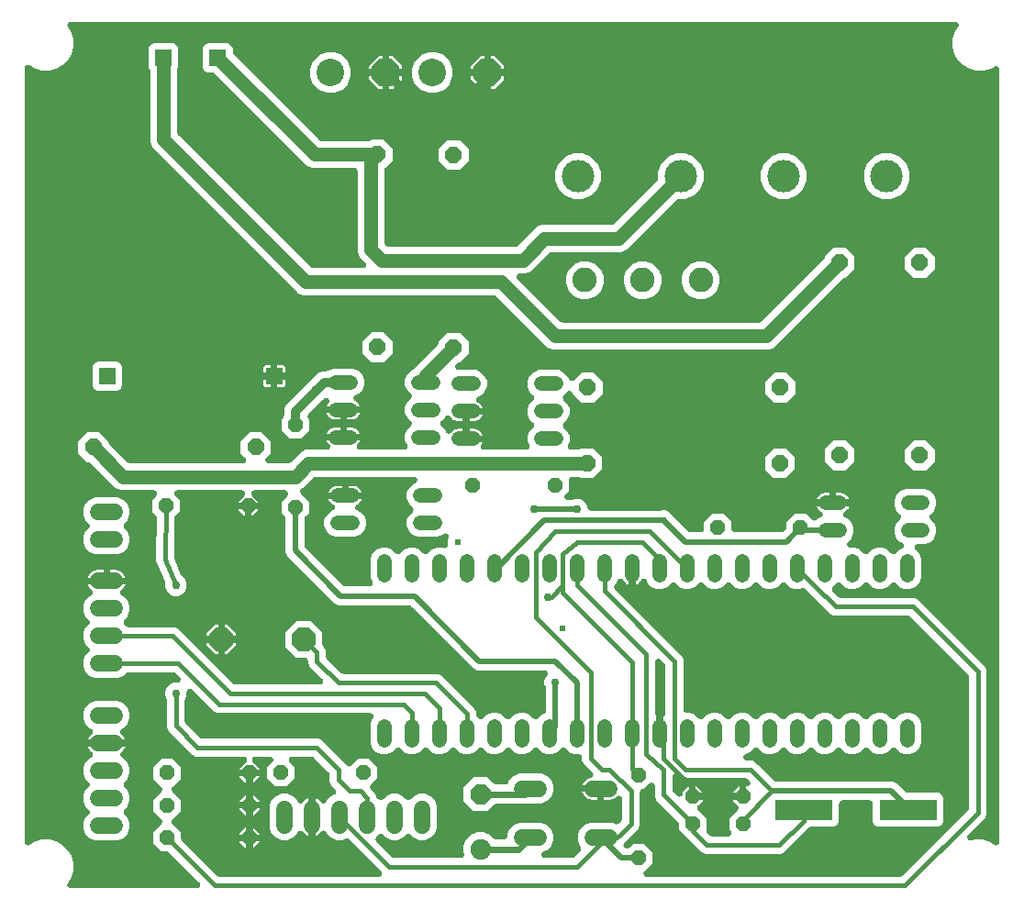
<source format=gbr>
G04 EAGLE Gerber X2 export*
%TF.Part,Single*%
%TF.FileFunction,Copper,L1,Top,Mixed*%
%TF.FilePolarity,Positive*%
%TF.GenerationSoftware,Autodesk,EAGLE,9.0.0*%
%TF.CreationDate,2019-09-24T12:48:38Z*%
G75*
%MOMM*%
%FSLAX34Y34*%
%LPD*%
%AMOC8*
5,1,8,0,0,1.08239X$1,22.5*%
G01*
%ADD10R,5.334000X1.930400*%
%ADD11C,1.320800*%
%ADD12C,2.250000*%
%ADD13P,1.429621X8X292.500000*%
%ADD14C,1.905000*%
%ADD15P,2.061953X8X112.500000*%
%ADD16P,1.649562X8X202.500000*%
%ADD17C,2.540000*%
%ADD18P,2.749271X8X22.500000*%
%ADD19C,1.524000*%
%ADD20C,3.000000*%
%ADD21R,1.508000X1.508000*%
%ADD22P,1.429621X8X202.500000*%
%ADD23P,1.649562X8X292.500000*%
%ADD24P,1.649562X8X22.500000*%
%ADD25P,1.429621X8X22.500000*%
%ADD26P,1.429621X8X112.500000*%
%ADD27P,2.336880X8X22.500000*%
%ADD28C,0.756400*%
%ADD29C,0.508000*%
%ADD30C,0.606400*%
%ADD31C,0.406400*%
%ADD32C,0.812800*%
%ADD33C,1.500000*%
%ADD34C,0.609600*%
%ADD35C,1.270000*%

G36*
X289525Y-9836D02*
X289525Y-9836D01*
X289563Y-9838D01*
X289771Y-9816D01*
X289979Y-9799D01*
X290016Y-9790D01*
X290053Y-9786D01*
X290255Y-9731D01*
X290457Y-9681D01*
X290492Y-9666D01*
X290529Y-9655D01*
X290719Y-9568D01*
X290911Y-9486D01*
X290943Y-9466D01*
X290978Y-9450D01*
X291151Y-9333D01*
X291327Y-9221D01*
X291355Y-9196D01*
X291387Y-9174D01*
X291539Y-9031D01*
X291695Y-8892D01*
X291719Y-8863D01*
X291746Y-8837D01*
X291874Y-8671D01*
X292005Y-8508D01*
X292023Y-8475D01*
X292047Y-8445D01*
X292145Y-8261D01*
X292249Y-8080D01*
X292262Y-8044D01*
X292280Y-8010D01*
X292348Y-7813D01*
X292420Y-7617D01*
X292428Y-7580D01*
X292440Y-7544D01*
X292475Y-7337D01*
X292515Y-7133D01*
X292516Y-7095D01*
X292522Y-7057D01*
X292524Y-6848D01*
X292530Y-6640D01*
X292525Y-6602D01*
X292526Y-6564D01*
X292493Y-6357D01*
X292466Y-6151D01*
X292455Y-6114D01*
X292449Y-6077D01*
X292384Y-5878D01*
X292323Y-5679D01*
X292307Y-5644D01*
X292295Y-5608D01*
X292198Y-5423D01*
X292106Y-5235D01*
X292084Y-5204D01*
X292067Y-5170D01*
X292009Y-5098D01*
X291821Y-4833D01*
X291700Y-4711D01*
X291642Y-4637D01*
X263797Y23207D01*
X263711Y23281D01*
X263630Y23362D01*
X263523Y23440D01*
X263422Y23526D01*
X263324Y23585D01*
X263231Y23652D01*
X263113Y23712D01*
X262999Y23781D01*
X262893Y23823D01*
X262791Y23875D01*
X262664Y23915D01*
X262541Y23964D01*
X262430Y23989D01*
X262321Y24023D01*
X262227Y24033D01*
X262059Y24071D01*
X261735Y24089D01*
X261643Y24099D01*
X256439Y24099D01*
X248999Y31539D01*
X248999Y42061D01*
X256584Y49645D01*
X256633Y49703D01*
X256689Y49756D01*
X256793Y49891D01*
X256903Y50021D01*
X256943Y50087D01*
X256989Y50147D01*
X257069Y50297D01*
X257158Y50444D01*
X257186Y50515D01*
X257222Y50582D01*
X257278Y50743D01*
X257341Y50902D01*
X257357Y50976D01*
X257382Y51048D01*
X257411Y51217D01*
X257448Y51384D01*
X257452Y51460D01*
X257465Y51535D01*
X257466Y51706D01*
X257475Y51876D01*
X257467Y51952D01*
X257468Y52028D01*
X257441Y52197D01*
X257423Y52367D01*
X257403Y52440D01*
X257391Y52515D01*
X257338Y52678D01*
X257292Y52842D01*
X257261Y52912D01*
X257237Y52984D01*
X257158Y53135D01*
X257087Y53291D01*
X257044Y53354D01*
X257009Y53422D01*
X256943Y53504D01*
X256811Y53700D01*
X256649Y53872D01*
X256584Y53955D01*
X248999Y61539D01*
X248999Y72061D01*
X256584Y79645D01*
X256633Y79703D01*
X256689Y79755D01*
X256792Y79891D01*
X256903Y80021D01*
X256943Y80087D01*
X256989Y80147D01*
X257070Y80297D01*
X257158Y80444D01*
X257186Y80514D01*
X257222Y80582D01*
X257278Y80743D01*
X257341Y80902D01*
X257357Y80976D01*
X257382Y81048D01*
X257411Y81217D01*
X257448Y81383D01*
X257452Y81460D01*
X257465Y81535D01*
X257466Y81706D01*
X257475Y81876D01*
X257467Y81952D01*
X257468Y82028D01*
X257441Y82197D01*
X257423Y82367D01*
X257403Y82440D01*
X257391Y82515D01*
X257338Y82678D01*
X257292Y82842D01*
X257261Y82912D01*
X257237Y82984D01*
X257158Y83135D01*
X257087Y83291D01*
X257044Y83354D01*
X257009Y83422D01*
X256943Y83504D01*
X256811Y83700D01*
X256649Y83873D01*
X256584Y83955D01*
X248999Y91539D01*
X248999Y102061D01*
X256439Y109501D01*
X266961Y109501D01*
X274401Y102061D01*
X274401Y91539D01*
X266816Y83955D01*
X266767Y83897D01*
X266711Y83844D01*
X266607Y83709D01*
X266497Y83579D01*
X266457Y83513D01*
X266411Y83453D01*
X266331Y83303D01*
X266242Y83156D01*
X266214Y83085D01*
X266178Y83018D01*
X266122Y82857D01*
X266059Y82698D01*
X266043Y82624D01*
X266018Y82552D01*
X265989Y82383D01*
X265952Y82216D01*
X265948Y82140D01*
X265935Y82065D01*
X265934Y81894D01*
X265925Y81724D01*
X265933Y81648D01*
X265932Y81572D01*
X265959Y81403D01*
X265977Y81233D01*
X265997Y81160D01*
X266009Y81085D01*
X266062Y80922D01*
X266108Y80758D01*
X266139Y80688D01*
X266163Y80616D01*
X266242Y80465D01*
X266313Y80309D01*
X266356Y80246D01*
X266391Y80178D01*
X266457Y80096D01*
X266589Y79900D01*
X266751Y79728D01*
X266816Y79645D01*
X274401Y72061D01*
X274401Y61539D01*
X266816Y53955D01*
X266767Y53897D01*
X266711Y53845D01*
X266608Y53709D01*
X266497Y53579D01*
X266457Y53513D01*
X266411Y53453D01*
X266330Y53303D01*
X266242Y53156D01*
X266214Y53086D01*
X266178Y53018D01*
X266122Y52857D01*
X266059Y52698D01*
X266043Y52624D01*
X266018Y52552D01*
X265989Y52383D01*
X265952Y52217D01*
X265948Y52140D01*
X265935Y52065D01*
X265934Y51894D01*
X265925Y51724D01*
X265933Y51648D01*
X265932Y51572D01*
X265959Y51403D01*
X265977Y51233D01*
X265997Y51160D01*
X266009Y51085D01*
X266062Y50922D01*
X266108Y50758D01*
X266139Y50688D01*
X266163Y50616D01*
X266242Y50465D01*
X266313Y50309D01*
X266356Y50246D01*
X266391Y50178D01*
X266457Y50096D01*
X266589Y49900D01*
X266751Y49727D01*
X266816Y49645D01*
X274401Y42061D01*
X274401Y36857D01*
X274410Y36744D01*
X274409Y36629D01*
X274430Y36498D01*
X274441Y36366D01*
X274468Y36255D01*
X274486Y36142D01*
X274527Y36016D01*
X274559Y35887D01*
X274604Y35782D01*
X274640Y35673D01*
X274702Y35555D01*
X274754Y35433D01*
X274815Y35337D01*
X274868Y35236D01*
X274927Y35162D01*
X275019Y35017D01*
X275235Y34775D01*
X275293Y34703D01*
X308275Y1721D01*
X308361Y1647D01*
X308442Y1566D01*
X308549Y1488D01*
X308650Y1402D01*
X308748Y1343D01*
X308841Y1276D01*
X308959Y1216D01*
X309073Y1147D01*
X309179Y1105D01*
X309281Y1053D01*
X309408Y1013D01*
X309531Y964D01*
X309642Y939D01*
X309752Y905D01*
X309845Y895D01*
X310013Y857D01*
X310337Y839D01*
X310429Y829D01*
X457219Y829D01*
X457257Y832D01*
X457295Y830D01*
X457503Y852D01*
X457711Y869D01*
X457748Y878D01*
X457785Y882D01*
X457987Y937D01*
X458189Y987D01*
X458224Y1002D01*
X458261Y1013D01*
X458451Y1100D01*
X458643Y1182D01*
X458675Y1202D01*
X458710Y1218D01*
X458883Y1335D01*
X459059Y1447D01*
X459087Y1472D01*
X459119Y1494D01*
X459271Y1637D01*
X459427Y1776D01*
X459451Y1805D01*
X459478Y1831D01*
X459606Y1997D01*
X459737Y2160D01*
X459755Y2193D01*
X459779Y2223D01*
X459877Y2407D01*
X459981Y2588D01*
X459994Y2624D01*
X460012Y2658D01*
X460080Y2855D01*
X460152Y3051D01*
X460160Y3088D01*
X460172Y3124D01*
X460207Y3331D01*
X460247Y3535D01*
X460248Y3573D01*
X460254Y3611D01*
X460256Y3820D01*
X460262Y4028D01*
X460257Y4066D01*
X460258Y4104D01*
X460225Y4311D01*
X460198Y4517D01*
X460187Y4554D01*
X460181Y4591D01*
X460116Y4790D01*
X460055Y4989D01*
X460039Y5024D01*
X460027Y5060D01*
X459930Y5245D01*
X459838Y5433D01*
X459816Y5464D01*
X459799Y5498D01*
X459741Y5570D01*
X459553Y5835D01*
X459432Y5957D01*
X459374Y6031D01*
X430097Y35307D01*
X429932Y35448D01*
X429767Y35593D01*
X429743Y35608D01*
X429722Y35626D01*
X429534Y35739D01*
X429350Y35855D01*
X429324Y35866D01*
X429299Y35881D01*
X429096Y35962D01*
X428895Y36047D01*
X428867Y36053D01*
X428841Y36064D01*
X428628Y36111D01*
X428415Y36162D01*
X428387Y36165D01*
X428359Y36171D01*
X428141Y36183D01*
X427923Y36199D01*
X427895Y36197D01*
X427867Y36198D01*
X427649Y36175D01*
X427432Y36156D01*
X427409Y36150D01*
X427376Y36146D01*
X426900Y36015D01*
X426827Y35982D01*
X426777Y35967D01*
X423628Y34663D01*
X418172Y34663D01*
X413130Y36752D01*
X409272Y40610D01*
X408864Y41594D01*
X408785Y41748D01*
X408714Y41906D01*
X408673Y41967D01*
X408639Y42033D01*
X408536Y42173D01*
X408440Y42316D01*
X408390Y42371D01*
X408346Y42430D01*
X408222Y42551D01*
X408104Y42677D01*
X408046Y42723D01*
X407993Y42775D01*
X407851Y42874D01*
X407714Y42980D01*
X407649Y43015D01*
X407589Y43058D01*
X407433Y43133D01*
X407281Y43215D01*
X407211Y43239D01*
X407144Y43272D01*
X406978Y43321D01*
X406815Y43377D01*
X406742Y43390D01*
X406671Y43411D01*
X406499Y43433D01*
X406329Y43462D01*
X406255Y43463D01*
X406181Y43472D01*
X406009Y43466D01*
X405836Y43468D01*
X405762Y43457D01*
X405688Y43454D01*
X405519Y43420D01*
X405348Y43394D01*
X405278Y43371D01*
X405205Y43356D01*
X405043Y43295D01*
X404879Y43242D01*
X404813Y43208D01*
X404743Y43182D01*
X404594Y43095D01*
X404440Y43016D01*
X404380Y42972D01*
X404316Y42935D01*
X404182Y42825D01*
X404043Y42723D01*
X404004Y42680D01*
X403934Y42623D01*
X403608Y42253D01*
X403595Y42232D01*
X403583Y42219D01*
X403250Y41761D01*
X402119Y40630D01*
X400825Y39690D01*
X399400Y38964D01*
X398547Y38687D01*
X398547Y56000D01*
X398547Y73313D01*
X399400Y73036D01*
X400825Y72310D01*
X402119Y71370D01*
X403250Y70239D01*
X403583Y69781D01*
X403696Y69650D01*
X403802Y69513D01*
X403856Y69463D01*
X403905Y69406D01*
X404037Y69295D01*
X404164Y69177D01*
X404226Y69136D01*
X404282Y69089D01*
X404431Y69000D01*
X404575Y68905D01*
X404642Y68874D01*
X404706Y68836D01*
X404867Y68773D01*
X405024Y68702D01*
X405096Y68683D01*
X405165Y68656D01*
X405334Y68619D01*
X405501Y68574D01*
X405575Y68567D01*
X405647Y68551D01*
X405820Y68542D01*
X405992Y68525D01*
X406066Y68530D01*
X406140Y68526D01*
X406312Y68545D01*
X406484Y68556D01*
X406556Y68572D01*
X406630Y68581D01*
X406797Y68627D01*
X406965Y68666D01*
X407034Y68694D01*
X407105Y68714D01*
X407262Y68786D01*
X407422Y68852D01*
X407485Y68890D01*
X407553Y68922D01*
X407695Y69019D01*
X407843Y69109D01*
X407899Y69157D01*
X407960Y69199D01*
X408086Y69318D01*
X408217Y69431D01*
X408265Y69488D01*
X408318Y69539D01*
X408423Y69676D01*
X408534Y69809D01*
X408562Y69860D01*
X408617Y69932D01*
X408848Y70367D01*
X408856Y70391D01*
X408864Y70406D01*
X409272Y71390D01*
X413130Y75248D01*
X416077Y76469D01*
X416237Y76551D01*
X416401Y76627D01*
X416456Y76664D01*
X416516Y76694D01*
X416661Y76801D01*
X416811Y76902D01*
X416859Y76947D01*
X416913Y76987D01*
X417039Y77116D01*
X417170Y77240D01*
X417211Y77292D01*
X417257Y77340D01*
X417361Y77488D01*
X417470Y77631D01*
X417502Y77690D01*
X417540Y77744D01*
X417618Y77907D01*
X417704Y78066D01*
X417725Y78129D01*
X417754Y78189D01*
X417805Y78362D01*
X417864Y78533D01*
X417875Y78598D01*
X417894Y78662D01*
X417916Y78841D01*
X417946Y79019D01*
X417947Y79086D01*
X417955Y79151D01*
X417948Y79331D01*
X417949Y79512D01*
X417939Y79578D01*
X417936Y79644D01*
X417901Y79821D01*
X417873Y80000D01*
X417852Y80063D01*
X417839Y80128D01*
X417775Y80297D01*
X417718Y80468D01*
X417688Y80527D01*
X417664Y80589D01*
X417574Y80746D01*
X417491Y80906D01*
X417458Y80947D01*
X417417Y81017D01*
X417105Y81398D01*
X417080Y81421D01*
X417065Y81439D01*
X413109Y85395D01*
X411871Y88383D01*
X411871Y95371D01*
X411862Y95484D01*
X411863Y95599D01*
X411842Y95730D01*
X411831Y95862D01*
X411804Y95973D01*
X411786Y96086D01*
X411745Y96212D01*
X411713Y96341D01*
X411668Y96446D01*
X411632Y96555D01*
X411570Y96673D01*
X411518Y96795D01*
X411457Y96891D01*
X411404Y96992D01*
X411345Y97066D01*
X411253Y97211D01*
X411037Y97453D01*
X410979Y97525D01*
X397525Y110979D01*
X397439Y111053D01*
X397358Y111134D01*
X397251Y111212D01*
X397150Y111298D01*
X397052Y111357D01*
X396959Y111424D01*
X396841Y111484D01*
X396727Y111553D01*
X396621Y111595D01*
X396519Y111647D01*
X396392Y111687D01*
X396269Y111736D01*
X396158Y111761D01*
X396048Y111795D01*
X395955Y111805D01*
X395787Y111843D01*
X395463Y111861D01*
X395371Y111871D01*
X377147Y111871D01*
X377109Y111868D01*
X377071Y111870D01*
X376863Y111848D01*
X376655Y111831D01*
X376618Y111822D01*
X376580Y111818D01*
X376379Y111763D01*
X376176Y111713D01*
X376141Y111698D01*
X376105Y111687D01*
X375915Y111600D01*
X375723Y111518D01*
X375691Y111498D01*
X375656Y111482D01*
X375483Y111365D01*
X375307Y111253D01*
X375279Y111228D01*
X375247Y111206D01*
X375095Y111063D01*
X374939Y110924D01*
X374915Y110895D01*
X374887Y110869D01*
X374760Y110703D01*
X374629Y110540D01*
X374610Y110507D01*
X374587Y110477D01*
X374488Y110293D01*
X374385Y110112D01*
X374372Y110076D01*
X374354Y110042D01*
X374286Y109845D01*
X374214Y109649D01*
X374206Y109612D01*
X374194Y109576D01*
X374159Y109369D01*
X374119Y109165D01*
X374118Y109127D01*
X374111Y109089D01*
X374110Y108880D01*
X374104Y108672D01*
X374108Y108634D01*
X374108Y108596D01*
X374141Y108389D01*
X374168Y108183D01*
X374179Y108146D01*
X374185Y108109D01*
X374250Y107910D01*
X374310Y107711D01*
X374327Y107676D01*
X374339Y107640D01*
X374436Y107455D01*
X374527Y107267D01*
X374549Y107236D01*
X374567Y107202D01*
X374625Y107130D01*
X374813Y106865D01*
X374934Y106743D01*
X374992Y106669D01*
X379601Y102061D01*
X379601Y91539D01*
X372161Y84099D01*
X361639Y84099D01*
X354199Y91539D01*
X354199Y102061D01*
X358808Y106669D01*
X358832Y106698D01*
X358861Y106724D01*
X358992Y106886D01*
X359127Y107045D01*
X359147Y107078D01*
X359171Y107108D01*
X359274Y107289D01*
X359382Y107468D01*
X359396Y107503D01*
X359415Y107536D01*
X359488Y107732D01*
X359565Y107926D01*
X359573Y107963D01*
X359586Y107999D01*
X359626Y108204D01*
X359672Y108408D01*
X359674Y108446D01*
X359681Y108483D01*
X359688Y108691D01*
X359699Y108900D01*
X359695Y108938D01*
X359696Y108976D01*
X359669Y109183D01*
X359647Y109391D01*
X359637Y109427D01*
X359632Y109465D01*
X359572Y109665D01*
X359516Y109866D01*
X359501Y109901D01*
X359490Y109938D01*
X359398Y110125D01*
X359311Y110315D01*
X359289Y110347D01*
X359273Y110381D01*
X359152Y110550D01*
X359035Y110724D01*
X359009Y110752D01*
X358987Y110783D01*
X358841Y110931D01*
X358698Y111084D01*
X358667Y111107D01*
X358641Y111134D01*
X358472Y111257D01*
X358306Y111384D01*
X358273Y111402D01*
X358242Y111424D01*
X358056Y111518D01*
X357871Y111617D01*
X357835Y111630D01*
X357801Y111647D01*
X357603Y111709D01*
X357405Y111777D01*
X357367Y111783D01*
X357331Y111795D01*
X357238Y111805D01*
X356918Y111860D01*
X356746Y111861D01*
X356653Y111871D01*
X343118Y111871D01*
X343080Y111868D01*
X343042Y111870D01*
X342834Y111848D01*
X342626Y111831D01*
X342589Y111822D01*
X342551Y111818D01*
X342350Y111763D01*
X342147Y111713D01*
X342112Y111698D01*
X342076Y111687D01*
X341886Y111600D01*
X341694Y111518D01*
X341662Y111498D01*
X341627Y111482D01*
X341454Y111365D01*
X341278Y111253D01*
X341250Y111228D01*
X341218Y111206D01*
X341066Y111063D01*
X340910Y110924D01*
X340886Y110895D01*
X340858Y110869D01*
X340731Y110703D01*
X340600Y110540D01*
X340581Y110507D01*
X340558Y110477D01*
X340459Y110293D01*
X340356Y110112D01*
X340343Y110076D01*
X340325Y110042D01*
X340257Y109845D01*
X340185Y109649D01*
X340177Y109612D01*
X340165Y109576D01*
X340130Y109369D01*
X340090Y109165D01*
X340089Y109127D01*
X340082Y109089D01*
X340081Y108880D01*
X340075Y108672D01*
X340080Y108634D01*
X340079Y108596D01*
X340112Y108389D01*
X340139Y108183D01*
X340150Y108146D01*
X340156Y108109D01*
X340221Y107910D01*
X340281Y107711D01*
X340298Y107676D01*
X340310Y107640D01*
X340407Y107455D01*
X340498Y107267D01*
X340520Y107236D01*
X340538Y107202D01*
X340596Y107130D01*
X340784Y106865D01*
X340905Y106743D01*
X340963Y106669D01*
X347045Y100588D01*
X347045Y99847D01*
X337900Y99847D01*
X328755Y99847D01*
X328755Y100588D01*
X334837Y106669D01*
X334861Y106698D01*
X334890Y106724D01*
X335021Y106886D01*
X335156Y107045D01*
X335176Y107078D01*
X335200Y107108D01*
X335303Y107289D01*
X335411Y107468D01*
X335425Y107503D01*
X335444Y107536D01*
X335517Y107732D01*
X335594Y107926D01*
X335602Y107963D01*
X335615Y107999D01*
X335655Y108204D01*
X335701Y108408D01*
X335703Y108446D01*
X335710Y108483D01*
X335717Y108691D01*
X335728Y108900D01*
X335724Y108938D01*
X335725Y108976D01*
X335698Y109183D01*
X335676Y109391D01*
X335666Y109427D01*
X335661Y109465D01*
X335601Y109665D01*
X335545Y109866D01*
X335530Y109901D01*
X335519Y109938D01*
X335427Y110125D01*
X335340Y110315D01*
X335318Y110347D01*
X335302Y110381D01*
X335181Y110550D01*
X335064Y110724D01*
X335038Y110752D01*
X335016Y110783D01*
X334870Y110931D01*
X334726Y111084D01*
X334696Y111107D01*
X334669Y111134D01*
X334501Y111257D01*
X334335Y111384D01*
X334302Y111402D01*
X334271Y111424D01*
X334085Y111518D01*
X333900Y111617D01*
X333864Y111630D01*
X333830Y111647D01*
X333631Y111709D01*
X333434Y111777D01*
X333396Y111783D01*
X333360Y111795D01*
X333267Y111805D01*
X332947Y111860D01*
X332775Y111861D01*
X332682Y111871D01*
X288383Y111871D01*
X285395Y113109D01*
X263109Y135395D01*
X261871Y138383D01*
X261871Y163204D01*
X261870Y163214D01*
X261871Y163223D01*
X261851Y163459D01*
X261831Y163696D01*
X261829Y163705D01*
X261828Y163715D01*
X261817Y163753D01*
X261713Y164175D01*
X261661Y164295D01*
X261639Y164370D01*
X260121Y168035D01*
X260121Y171965D01*
X261625Y175596D01*
X264404Y178375D01*
X268035Y179879D01*
X271269Y179879D01*
X271307Y179882D01*
X271345Y179880D01*
X271553Y179902D01*
X271761Y179919D01*
X271798Y179928D01*
X271835Y179932D01*
X272037Y179987D01*
X272239Y180037D01*
X272274Y180052D01*
X272311Y180063D01*
X272501Y180150D01*
X272693Y180232D01*
X272725Y180252D01*
X272760Y180268D01*
X272933Y180385D01*
X273109Y180497D01*
X273137Y180522D01*
X273169Y180544D01*
X273321Y180687D01*
X273477Y180826D01*
X273501Y180855D01*
X273528Y180881D01*
X273656Y181048D01*
X273787Y181210D01*
X273805Y181242D01*
X273829Y181273D01*
X273928Y181457D01*
X274031Y181638D01*
X274044Y181674D01*
X274062Y181708D01*
X274130Y181905D01*
X274202Y182101D01*
X274210Y182138D01*
X274222Y182174D01*
X274257Y182381D01*
X274297Y182585D01*
X274298Y182623D01*
X274304Y182661D01*
X274306Y182870D01*
X274312Y183078D01*
X274307Y183116D01*
X274308Y183154D01*
X274275Y183361D01*
X274248Y183567D01*
X274237Y183604D01*
X274231Y183641D01*
X274166Y183840D01*
X274105Y184039D01*
X274089Y184074D01*
X274077Y184110D01*
X273980Y184295D01*
X273888Y184483D01*
X273866Y184514D01*
X273849Y184548D01*
X273791Y184620D01*
X273603Y184885D01*
X273482Y185007D01*
X273424Y185081D01*
X269825Y188679D01*
X269738Y188753D01*
X269658Y188834D01*
X269551Y188912D01*
X269450Y188998D01*
X269352Y189057D01*
X269259Y189124D01*
X269141Y189184D01*
X269027Y189253D01*
X268921Y189295D01*
X268819Y189347D01*
X268692Y189387D01*
X268569Y189436D01*
X268458Y189461D01*
X268348Y189495D01*
X268255Y189505D01*
X268087Y189543D01*
X267763Y189561D01*
X267671Y189571D01*
X226152Y189571D01*
X226038Y189562D01*
X225924Y189563D01*
X225792Y189542D01*
X225660Y189531D01*
X225549Y189504D01*
X225437Y189486D01*
X225310Y189445D01*
X225181Y189413D01*
X225076Y189368D01*
X224968Y189332D01*
X224850Y189270D01*
X224728Y189218D01*
X224632Y189157D01*
X224530Y189104D01*
X224457Y189045D01*
X224312Y188953D01*
X224070Y188737D01*
X223997Y188679D01*
X221390Y186072D01*
X216348Y183983D01*
X195652Y183983D01*
X190610Y186072D01*
X186752Y189930D01*
X184663Y194972D01*
X184663Y200428D01*
X186752Y205470D01*
X189527Y208245D01*
X189576Y208303D01*
X189632Y208356D01*
X189736Y208491D01*
X189846Y208621D01*
X189886Y208686D01*
X189932Y208747D01*
X190013Y208897D01*
X190101Y209044D01*
X190129Y209115D01*
X190165Y209182D01*
X190221Y209343D01*
X190284Y209502D01*
X190300Y209576D01*
X190325Y209648D01*
X190354Y209817D01*
X190391Y209984D01*
X190395Y210060D01*
X190408Y210135D01*
X190409Y210306D01*
X190418Y210476D01*
X190410Y210552D01*
X190411Y210628D01*
X190384Y210797D01*
X190366Y210967D01*
X190346Y211040D01*
X190334Y211115D01*
X190281Y211278D01*
X190236Y211442D01*
X190204Y211512D01*
X190180Y211584D01*
X190101Y211735D01*
X190030Y211891D01*
X189987Y211954D01*
X189952Y212022D01*
X189886Y212104D01*
X189754Y212300D01*
X189593Y212472D01*
X189527Y212555D01*
X186751Y215330D01*
X184663Y220372D01*
X184663Y225828D01*
X186752Y230870D01*
X189527Y233645D01*
X189576Y233703D01*
X189632Y233756D01*
X189736Y233891D01*
X189846Y234021D01*
X189886Y234086D01*
X189932Y234147D01*
X190013Y234297D01*
X190101Y234444D01*
X190129Y234515D01*
X190165Y234582D01*
X190221Y234743D01*
X190284Y234902D01*
X190300Y234976D01*
X190325Y235048D01*
X190354Y235217D01*
X190391Y235384D01*
X190395Y235460D01*
X190408Y235535D01*
X190409Y235706D01*
X190418Y235876D01*
X190410Y235952D01*
X190411Y236028D01*
X190384Y236197D01*
X190366Y236367D01*
X190346Y236440D01*
X190334Y236515D01*
X190281Y236678D01*
X190236Y236842D01*
X190204Y236912D01*
X190180Y236984D01*
X190101Y237135D01*
X190030Y237291D01*
X189987Y237354D01*
X189952Y237422D01*
X189886Y237504D01*
X189754Y237700D01*
X189593Y237872D01*
X189527Y237955D01*
X186751Y240730D01*
X184663Y245772D01*
X184663Y251228D01*
X186752Y256270D01*
X190610Y260128D01*
X191594Y260536D01*
X191748Y260615D01*
X191906Y260686D01*
X191967Y260727D01*
X192033Y260761D01*
X192173Y260864D01*
X192316Y260960D01*
X192371Y261010D01*
X192430Y261054D01*
X192551Y261178D01*
X192677Y261296D01*
X192723Y261354D01*
X192775Y261407D01*
X192874Y261549D01*
X192980Y261686D01*
X193015Y261751D01*
X193058Y261811D01*
X193133Y261967D01*
X193215Y262119D01*
X193239Y262189D01*
X193272Y262256D01*
X193321Y262422D01*
X193377Y262585D01*
X193390Y262658D01*
X193411Y262729D01*
X193433Y262901D01*
X193462Y263071D01*
X193463Y263145D01*
X193472Y263219D01*
X193466Y263391D01*
X193468Y263564D01*
X193457Y263638D01*
X193454Y263712D01*
X193420Y263881D01*
X193394Y264052D01*
X193371Y264122D01*
X193356Y264195D01*
X193295Y264357D01*
X193242Y264521D01*
X193208Y264587D01*
X193182Y264657D01*
X193095Y264806D01*
X193016Y264960D01*
X192972Y265020D01*
X192935Y265084D01*
X192825Y265218D01*
X192723Y265357D01*
X192680Y265396D01*
X192623Y265466D01*
X192253Y265792D01*
X192232Y265805D01*
X192219Y265817D01*
X191761Y266150D01*
X190630Y267281D01*
X189690Y268575D01*
X188964Y270000D01*
X188687Y270853D01*
X206000Y270853D01*
X223313Y270853D01*
X223036Y270000D01*
X222310Y268575D01*
X221370Y267281D01*
X220239Y266150D01*
X219781Y265817D01*
X219650Y265704D01*
X219513Y265598D01*
X219463Y265544D01*
X219406Y265495D01*
X219295Y265363D01*
X219178Y265236D01*
X219136Y265174D01*
X219089Y265118D01*
X219001Y264970D01*
X218905Y264825D01*
X218874Y264758D01*
X218836Y264694D01*
X218773Y264533D01*
X218702Y264376D01*
X218683Y264304D01*
X218656Y264235D01*
X218619Y264066D01*
X218574Y263899D01*
X218567Y263825D01*
X218551Y263753D01*
X218542Y263580D01*
X218525Y263408D01*
X218530Y263334D01*
X218526Y263260D01*
X218545Y263088D01*
X218556Y262916D01*
X218572Y262844D01*
X218581Y262770D01*
X218627Y262603D01*
X218666Y262435D01*
X218694Y262366D01*
X218714Y262295D01*
X218787Y262138D01*
X218852Y261978D01*
X218890Y261915D01*
X218922Y261847D01*
X219019Y261704D01*
X219109Y261557D01*
X219157Y261501D01*
X219199Y261439D01*
X219318Y261314D01*
X219431Y261183D01*
X219488Y261135D01*
X219539Y261082D01*
X219676Y260977D01*
X219809Y260866D01*
X219860Y260838D01*
X219932Y260783D01*
X220368Y260552D01*
X220391Y260545D01*
X220406Y260536D01*
X221390Y260128D01*
X225248Y256270D01*
X227337Y251228D01*
X227337Y245772D01*
X225249Y240730D01*
X222473Y237955D01*
X222424Y237897D01*
X222368Y237845D01*
X222264Y237709D01*
X222154Y237579D01*
X222114Y237513D01*
X222068Y237453D01*
X221987Y237303D01*
X221899Y237156D01*
X221871Y237086D01*
X221835Y237018D01*
X221779Y236857D01*
X221716Y236698D01*
X221700Y236624D01*
X221675Y236552D01*
X221646Y236383D01*
X221609Y236217D01*
X221605Y236140D01*
X221592Y236065D01*
X221591Y235894D01*
X221582Y235724D01*
X221590Y235648D01*
X221589Y235572D01*
X221616Y235403D01*
X221634Y235233D01*
X221654Y235160D01*
X221666Y235085D01*
X221719Y234922D01*
X221764Y234758D01*
X221796Y234688D01*
X221820Y234616D01*
X221899Y234464D01*
X221970Y234309D01*
X222013Y234246D01*
X222048Y234178D01*
X222114Y234096D01*
X222246Y233900D01*
X222408Y233728D01*
X222473Y233645D01*
X223997Y232121D01*
X224084Y232047D01*
X224164Y231966D01*
X224272Y231888D01*
X224373Y231802D01*
X224471Y231743D01*
X224563Y231676D01*
X224682Y231616D01*
X224796Y231547D01*
X224902Y231505D01*
X225004Y231453D01*
X225130Y231413D01*
X225254Y231364D01*
X225365Y231339D01*
X225474Y231305D01*
X225568Y231295D01*
X225735Y231257D01*
X226060Y231239D01*
X226152Y231229D01*
X268517Y231229D01*
X271505Y229991D01*
X322475Y179021D01*
X322561Y178947D01*
X322642Y178866D01*
X322749Y178788D01*
X322850Y178702D01*
X322948Y178643D01*
X323041Y178576D01*
X323159Y178516D01*
X323273Y178447D01*
X323379Y178405D01*
X323481Y178353D01*
X323608Y178313D01*
X323731Y178264D01*
X323842Y178239D01*
X323952Y178205D01*
X324045Y178195D01*
X324213Y178157D01*
X324537Y178139D01*
X324629Y178129D01*
X403019Y178129D01*
X403057Y178132D01*
X403095Y178130D01*
X403303Y178152D01*
X403511Y178169D01*
X403548Y178178D01*
X403585Y178182D01*
X403787Y178237D01*
X403989Y178287D01*
X404024Y178302D01*
X404061Y178313D01*
X404251Y178400D01*
X404443Y178482D01*
X404475Y178502D01*
X404510Y178518D01*
X404683Y178635D01*
X404859Y178747D01*
X404887Y178772D01*
X404919Y178794D01*
X405071Y178937D01*
X405227Y179076D01*
X405251Y179105D01*
X405278Y179131D01*
X405406Y179297D01*
X405537Y179460D01*
X405555Y179493D01*
X405579Y179523D01*
X405677Y179707D01*
X405781Y179888D01*
X405794Y179924D01*
X405812Y179958D01*
X405880Y180155D01*
X405952Y180351D01*
X405960Y180388D01*
X405972Y180424D01*
X406007Y180631D01*
X406047Y180835D01*
X406048Y180873D01*
X406054Y180911D01*
X406056Y181120D01*
X406062Y181328D01*
X406057Y181366D01*
X406058Y181404D01*
X406025Y181611D01*
X405998Y181817D01*
X405987Y181854D01*
X405981Y181891D01*
X405916Y182090D01*
X405855Y182289D01*
X405839Y182324D01*
X405827Y182360D01*
X405730Y182545D01*
X405638Y182733D01*
X405616Y182764D01*
X405599Y182798D01*
X405541Y182870D01*
X405353Y183135D01*
X405232Y183257D01*
X405174Y183331D01*
X393109Y195395D01*
X391871Y198383D01*
X391871Y200061D01*
X391865Y200137D01*
X391867Y200213D01*
X391845Y200382D01*
X391831Y200553D01*
X391813Y200627D01*
X391803Y200702D01*
X391754Y200866D01*
X391713Y201032D01*
X391683Y201101D01*
X391661Y201175D01*
X391585Y201328D01*
X391518Y201485D01*
X391477Y201549D01*
X391444Y201618D01*
X391345Y201757D01*
X391253Y201901D01*
X391202Y201958D01*
X391158Y202020D01*
X391038Y202141D01*
X390924Y202269D01*
X390865Y202317D01*
X390811Y202371D01*
X390673Y202472D01*
X390540Y202579D01*
X390474Y202616D01*
X390413Y202661D01*
X390260Y202738D01*
X390112Y202823D01*
X390040Y202849D01*
X389972Y202884D01*
X389809Y202935D01*
X389649Y202994D01*
X389574Y203009D01*
X389502Y203032D01*
X389397Y203044D01*
X389165Y203089D01*
X388929Y203096D01*
X388824Y203108D01*
X381103Y203108D01*
X371208Y213003D01*
X371208Y226997D01*
X381103Y236892D01*
X395097Y236892D01*
X404992Y226997D01*
X404992Y215866D01*
X405001Y215753D01*
X405000Y215638D01*
X405021Y215507D01*
X405032Y215375D01*
X405059Y215264D01*
X405077Y215151D01*
X405118Y215025D01*
X405150Y214896D01*
X405195Y214791D01*
X405231Y214682D01*
X405293Y214564D01*
X405345Y214442D01*
X405406Y214346D01*
X405459Y214245D01*
X405518Y214171D01*
X405610Y214026D01*
X405826Y213784D01*
X405884Y213712D01*
X406891Y212705D01*
X408129Y209717D01*
X408129Y204629D01*
X408138Y204516D01*
X408137Y204401D01*
X408158Y204270D01*
X408169Y204138D01*
X408196Y204027D01*
X408214Y203914D01*
X408255Y203788D01*
X408287Y203659D01*
X408332Y203554D01*
X408368Y203445D01*
X408430Y203327D01*
X408482Y203205D01*
X408543Y203109D01*
X408596Y203008D01*
X408655Y202934D01*
X408747Y202789D01*
X408963Y202547D01*
X409021Y202475D01*
X422475Y189021D01*
X422561Y188947D01*
X422642Y188866D01*
X422749Y188788D01*
X422850Y188702D01*
X422948Y188643D01*
X423041Y188576D01*
X423159Y188516D01*
X423273Y188447D01*
X423379Y188405D01*
X423481Y188353D01*
X423608Y188313D01*
X423731Y188264D01*
X423842Y188239D01*
X423952Y188205D01*
X424045Y188195D01*
X424213Y188157D01*
X424537Y188139D01*
X424629Y188129D01*
X511617Y188129D01*
X514605Y186891D01*
X545491Y156005D01*
X546729Y153017D01*
X546729Y150799D01*
X546738Y150685D01*
X546737Y150571D01*
X546758Y150440D01*
X546769Y150307D01*
X546796Y150197D01*
X546814Y150084D01*
X546855Y149957D01*
X546887Y149828D01*
X546932Y149724D01*
X546968Y149615D01*
X547030Y149497D01*
X547082Y149375D01*
X547143Y149279D01*
X547196Y149177D01*
X547255Y149104D01*
X547347Y148959D01*
X547563Y148717D01*
X547621Y148644D01*
X549145Y147120D01*
X549203Y147071D01*
X549255Y147015D01*
X549391Y146911D01*
X549521Y146801D01*
X549587Y146761D01*
X549647Y146715D01*
X549797Y146635D01*
X549944Y146546D01*
X550015Y146518D01*
X550082Y146482D01*
X550243Y146426D01*
X550402Y146363D01*
X550476Y146347D01*
X550548Y146322D01*
X550717Y146293D01*
X550883Y146256D01*
X550960Y146252D01*
X551035Y146239D01*
X551206Y146238D01*
X551376Y146229D01*
X551452Y146237D01*
X551528Y146236D01*
X551697Y146263D01*
X551867Y146281D01*
X551940Y146301D01*
X552015Y146313D01*
X552178Y146366D01*
X552342Y146412D01*
X552412Y146443D01*
X552484Y146467D01*
X552635Y146546D01*
X552791Y146617D01*
X552854Y146660D01*
X552922Y146695D01*
X553004Y146761D01*
X553200Y146893D01*
X553372Y147055D01*
X553455Y147120D01*
X556806Y150471D01*
X561474Y152405D01*
X566526Y152405D01*
X571194Y150471D01*
X574545Y147120D01*
X574603Y147071D01*
X574655Y147015D01*
X574791Y146912D01*
X574921Y146801D01*
X574987Y146761D01*
X575047Y146715D01*
X575197Y146634D01*
X575344Y146546D01*
X575414Y146518D01*
X575482Y146482D01*
X575643Y146426D01*
X575802Y146363D01*
X575876Y146347D01*
X575948Y146322D01*
X576117Y146293D01*
X576283Y146256D01*
X576360Y146252D01*
X576435Y146239D01*
X576606Y146238D01*
X576776Y146229D01*
X576852Y146237D01*
X576928Y146236D01*
X577097Y146263D01*
X577267Y146281D01*
X577340Y146301D01*
X577415Y146313D01*
X577578Y146366D01*
X577742Y146412D01*
X577812Y146443D01*
X577884Y146467D01*
X578036Y146546D01*
X578191Y146617D01*
X578254Y146660D01*
X578322Y146695D01*
X578404Y146761D01*
X578600Y146893D01*
X578773Y147055D01*
X578855Y147120D01*
X582206Y150471D01*
X586874Y152405D01*
X591926Y152405D01*
X596594Y150471D01*
X599945Y147120D01*
X600003Y147071D01*
X600055Y147015D01*
X600191Y146912D01*
X600321Y146801D01*
X600387Y146761D01*
X600447Y146715D01*
X600597Y146634D01*
X600744Y146546D01*
X600814Y146518D01*
X600882Y146482D01*
X601043Y146426D01*
X601202Y146363D01*
X601276Y146347D01*
X601348Y146322D01*
X601517Y146293D01*
X601683Y146256D01*
X601760Y146252D01*
X601835Y146239D01*
X602006Y146238D01*
X602176Y146229D01*
X602252Y146237D01*
X602328Y146236D01*
X602497Y146263D01*
X602667Y146281D01*
X602740Y146301D01*
X602815Y146313D01*
X602978Y146366D01*
X603142Y146412D01*
X603212Y146443D01*
X603284Y146467D01*
X603436Y146546D01*
X603591Y146617D01*
X603654Y146660D01*
X603722Y146695D01*
X603804Y146761D01*
X604000Y146893D01*
X604173Y147055D01*
X604255Y147120D01*
X607606Y150471D01*
X609482Y151248D01*
X609676Y151348D01*
X609873Y151444D01*
X609896Y151460D01*
X609921Y151474D01*
X610097Y151603D01*
X610275Y151730D01*
X610295Y151750D01*
X610318Y151766D01*
X610470Y151922D01*
X610626Y152076D01*
X610643Y152099D01*
X610663Y152120D01*
X610788Y152299D01*
X610916Y152475D01*
X610929Y152500D01*
X610946Y152524D01*
X611041Y152721D01*
X611139Y152915D01*
X611147Y152943D01*
X611160Y152968D01*
X611221Y153178D01*
X611287Y153386D01*
X611290Y153409D01*
X611299Y153441D01*
X611360Y153931D01*
X611357Y154011D01*
X611363Y154064D01*
X611363Y174430D01*
X611362Y174440D01*
X611363Y174450D01*
X611343Y174685D01*
X611323Y174922D01*
X611321Y174932D01*
X611320Y174941D01*
X611309Y174980D01*
X611205Y175401D01*
X611153Y175521D01*
X611131Y175597D01*
X610121Y178035D01*
X610121Y181965D01*
X611625Y185596D01*
X612191Y186161D01*
X612215Y186190D01*
X612244Y186216D01*
X612375Y186378D01*
X612510Y186537D01*
X612530Y186570D01*
X612554Y186600D01*
X612657Y186781D01*
X612765Y186960D01*
X612779Y186995D01*
X612798Y187028D01*
X612870Y187224D01*
X612948Y187418D01*
X612956Y187455D01*
X612969Y187491D01*
X613009Y187695D01*
X613055Y187899D01*
X613057Y187938D01*
X613064Y187975D01*
X613071Y188183D01*
X613082Y188392D01*
X613078Y188430D01*
X613079Y188468D01*
X613052Y188674D01*
X613030Y188883D01*
X613020Y188919D01*
X613015Y188957D01*
X612955Y189157D01*
X612899Y189358D01*
X612884Y189393D01*
X612872Y189430D01*
X612781Y189617D01*
X612694Y189807D01*
X612672Y189838D01*
X612656Y189873D01*
X612535Y190043D01*
X612418Y190216D01*
X612392Y190244D01*
X612370Y190275D01*
X612223Y190423D01*
X612080Y190576D01*
X612050Y190599D01*
X612023Y190626D01*
X611855Y190749D01*
X611689Y190876D01*
X611656Y190894D01*
X611625Y190916D01*
X611438Y191010D01*
X611254Y191109D01*
X611218Y191121D01*
X611184Y191139D01*
X610985Y191202D01*
X610788Y191269D01*
X610750Y191275D01*
X610714Y191287D01*
X610621Y191297D01*
X610301Y191352D01*
X610129Y191353D01*
X610036Y191363D01*
X548282Y191363D01*
X545108Y192678D01*
X487315Y250471D01*
X487228Y250545D01*
X487148Y250626D01*
X487040Y250704D01*
X486939Y250790D01*
X486841Y250849D01*
X486749Y250916D01*
X486631Y250976D01*
X486517Y251045D01*
X486410Y251087D01*
X486309Y251139D01*
X486182Y251179D01*
X486058Y251228D01*
X485947Y251253D01*
X485838Y251287D01*
X485745Y251297D01*
X485577Y251335D01*
X485253Y251353D01*
X485160Y251363D01*
X420182Y251363D01*
X417008Y252678D01*
X372678Y297008D01*
X371363Y300182D01*
X371363Y331313D01*
X371354Y331427D01*
X371355Y331541D01*
X371334Y331672D01*
X371323Y331805D01*
X371296Y331915D01*
X371278Y332028D01*
X371237Y332155D01*
X371205Y332284D01*
X371160Y332388D01*
X371124Y332497D01*
X371062Y332615D01*
X371010Y332737D01*
X370949Y332833D01*
X370896Y332935D01*
X370837Y333008D01*
X370745Y333153D01*
X370529Y333395D01*
X370471Y333468D01*
X367299Y336639D01*
X367299Y347161D01*
X372490Y352351D01*
X372514Y352380D01*
X372543Y352406D01*
X372674Y352568D01*
X372809Y352727D01*
X372829Y352760D01*
X372853Y352790D01*
X372956Y352971D01*
X373064Y353150D01*
X373078Y353185D01*
X373097Y353218D01*
X373170Y353414D01*
X373247Y353608D01*
X373255Y353645D01*
X373268Y353681D01*
X373308Y353886D01*
X373354Y354090D01*
X373356Y354128D01*
X373363Y354165D01*
X373370Y354373D01*
X373381Y354582D01*
X373377Y354620D01*
X373378Y354658D01*
X373351Y354865D01*
X373329Y355073D01*
X373319Y355109D01*
X373314Y355147D01*
X373254Y355347D01*
X373198Y355548D01*
X373183Y355583D01*
X373172Y355620D01*
X373080Y355807D01*
X372993Y355997D01*
X372971Y356029D01*
X372955Y356063D01*
X372834Y356232D01*
X372717Y356406D01*
X372691Y356434D01*
X372669Y356465D01*
X372523Y356613D01*
X372380Y356766D01*
X372349Y356789D01*
X372323Y356816D01*
X372154Y356939D01*
X371988Y357066D01*
X371955Y357084D01*
X371924Y357106D01*
X371738Y357200D01*
X371553Y357299D01*
X371517Y357312D01*
X371483Y357329D01*
X371285Y357391D01*
X371087Y357459D01*
X371049Y357465D01*
X371013Y357477D01*
X370920Y357487D01*
X370600Y357542D01*
X370428Y357543D01*
X370335Y357553D01*
X342636Y357553D01*
X342598Y357550D01*
X342560Y357552D01*
X342352Y357530D01*
X342144Y357513D01*
X342107Y357504D01*
X342069Y357500D01*
X341868Y357445D01*
X341665Y357395D01*
X341630Y357380D01*
X341594Y357369D01*
X341404Y357282D01*
X341212Y357200D01*
X341180Y357180D01*
X341145Y357164D01*
X340972Y357047D01*
X340796Y356935D01*
X340768Y356910D01*
X340736Y356888D01*
X340583Y356745D01*
X340428Y356606D01*
X340404Y356577D01*
X340376Y356551D01*
X340249Y356385D01*
X340118Y356222D01*
X340099Y356189D01*
X340076Y356159D01*
X339977Y355975D01*
X339874Y355794D01*
X339861Y355758D01*
X339843Y355724D01*
X339775Y355526D01*
X339703Y355331D01*
X339695Y355294D01*
X339683Y355258D01*
X339648Y355051D01*
X339608Y354847D01*
X339607Y354809D01*
X339600Y354771D01*
X339599Y354562D01*
X339593Y354354D01*
X339598Y354316D01*
X339597Y354278D01*
X339630Y354071D01*
X339657Y353865D01*
X339668Y353828D01*
X339674Y353791D01*
X339739Y353592D01*
X339799Y353393D01*
X339816Y353358D01*
X339828Y353322D01*
X339925Y353137D01*
X340016Y352949D01*
X340038Y352918D01*
X340056Y352884D01*
X340114Y352812D01*
X340302Y352547D01*
X340423Y352425D01*
X340481Y352351D01*
X345845Y346988D01*
X345845Y346247D01*
X336700Y346247D01*
X327555Y346247D01*
X327555Y346988D01*
X332919Y352351D01*
X332943Y352380D01*
X332972Y352406D01*
X333103Y352568D01*
X333238Y352727D01*
X333258Y352760D01*
X333282Y352790D01*
X333385Y352971D01*
X333493Y353150D01*
X333507Y353185D01*
X333526Y353218D01*
X333599Y353414D01*
X333676Y353608D01*
X333684Y353645D01*
X333697Y353681D01*
X333737Y353886D01*
X333783Y354090D01*
X333785Y354128D01*
X333792Y354165D01*
X333799Y354373D01*
X333810Y354582D01*
X333806Y354620D01*
X333807Y354658D01*
X333780Y354865D01*
X333758Y355073D01*
X333748Y355109D01*
X333743Y355147D01*
X333683Y355347D01*
X333627Y355548D01*
X333612Y355583D01*
X333601Y355620D01*
X333509Y355807D01*
X333422Y355997D01*
X333400Y356029D01*
X333384Y356063D01*
X333263Y356232D01*
X333146Y356406D01*
X333120Y356434D01*
X333098Y356465D01*
X332952Y356613D01*
X332808Y356766D01*
X332778Y356789D01*
X332751Y356816D01*
X332583Y356939D01*
X332417Y357066D01*
X332384Y357084D01*
X332353Y357106D01*
X332167Y357200D01*
X331982Y357299D01*
X331946Y357312D01*
X331912Y357329D01*
X331713Y357391D01*
X331516Y357459D01*
X331478Y357465D01*
X331442Y357477D01*
X331349Y357487D01*
X331029Y357542D01*
X330857Y357543D01*
X330764Y357553D01*
X271465Y357553D01*
X271427Y357550D01*
X271389Y357552D01*
X271181Y357530D01*
X270973Y357513D01*
X270936Y357504D01*
X270898Y357500D01*
X270697Y357445D01*
X270494Y357395D01*
X270459Y357380D01*
X270423Y357369D01*
X270233Y357282D01*
X270041Y357200D01*
X270009Y357180D01*
X269974Y357164D01*
X269801Y357047D01*
X269625Y356935D01*
X269597Y356910D01*
X269565Y356888D01*
X269412Y356745D01*
X269257Y356606D01*
X269233Y356577D01*
X269205Y356551D01*
X269078Y356385D01*
X268947Y356222D01*
X268928Y356189D01*
X268905Y356159D01*
X268806Y355975D01*
X268703Y355794D01*
X268690Y355758D01*
X268672Y355724D01*
X268604Y355526D01*
X268532Y355331D01*
X268524Y355294D01*
X268512Y355258D01*
X268477Y355051D01*
X268437Y354847D01*
X268436Y354809D01*
X268429Y354771D01*
X268428Y354562D01*
X268422Y354354D01*
X268426Y354316D01*
X268426Y354278D01*
X268459Y354071D01*
X268486Y353865D01*
X268497Y353828D01*
X268503Y353791D01*
X268568Y353592D01*
X268628Y353393D01*
X268645Y353358D01*
X268657Y353322D01*
X268754Y353137D01*
X268845Y352949D01*
X268867Y352918D01*
X268885Y352884D01*
X268943Y352812D01*
X269131Y352547D01*
X269252Y352425D01*
X269310Y352351D01*
X273201Y348461D01*
X273201Y337939D01*
X269409Y334147D01*
X269345Y334072D01*
X269274Y334003D01*
X269185Y333884D01*
X269089Y333771D01*
X269038Y333687D01*
X268979Y333607D01*
X268911Y333475D01*
X268835Y333349D01*
X268798Y333257D01*
X268752Y333169D01*
X268706Y333028D01*
X268651Y332891D01*
X268630Y332794D01*
X268599Y332700D01*
X268587Y332601D01*
X268545Y332409D01*
X268529Y332125D01*
X268516Y332023D01*
X268152Y295938D01*
X268154Y295903D01*
X268152Y295868D01*
X268172Y295657D01*
X268187Y295446D01*
X268195Y295412D01*
X268198Y295377D01*
X268224Y295290D01*
X268301Y294966D01*
X268365Y294811D01*
X268391Y294722D01*
X274833Y279454D01*
X274960Y279211D01*
X275061Y279017D01*
X275357Y278622D01*
X275441Y278541D01*
X275486Y278484D01*
X278375Y275596D01*
X279879Y271965D01*
X279879Y268035D01*
X278375Y264404D01*
X275596Y261625D01*
X271965Y260121D01*
X268035Y260121D01*
X264404Y261625D01*
X261625Y264404D01*
X260121Y268035D01*
X260121Y271886D01*
X260120Y271906D01*
X260121Y271926D01*
X260100Y272151D01*
X260081Y272378D01*
X260077Y272397D01*
X260075Y272417D01*
X260056Y272481D01*
X259963Y272857D01*
X259906Y272990D01*
X259882Y273071D01*
X253337Y288581D01*
X253231Y288785D01*
X253158Y288929D01*
X252494Y290579D01*
X252480Y290606D01*
X252474Y290626D01*
X251855Y292095D01*
X251871Y293689D01*
X251869Y293719D01*
X251871Y293740D01*
X251859Y295552D01*
X251887Y295750D01*
X251886Y295847D01*
X251893Y295908D01*
X252260Y332186D01*
X252250Y332315D01*
X252251Y332445D01*
X252233Y332561D01*
X252225Y332678D01*
X252195Y332804D01*
X252175Y332932D01*
X252138Y333044D01*
X252111Y333158D01*
X252061Y333277D01*
X252020Y333400D01*
X251966Y333505D01*
X251921Y333613D01*
X251852Y333723D01*
X251793Y333838D01*
X251739Y333905D01*
X251660Y334032D01*
X251412Y334315D01*
X251367Y334371D01*
X247799Y337939D01*
X247799Y348461D01*
X251690Y352351D01*
X251714Y352380D01*
X251743Y352406D01*
X251874Y352568D01*
X252009Y352727D01*
X252029Y352760D01*
X252053Y352790D01*
X252156Y352971D01*
X252264Y353150D01*
X252278Y353185D01*
X252297Y353218D01*
X252370Y353414D01*
X252447Y353608D01*
X252455Y353645D01*
X252468Y353681D01*
X252508Y353886D01*
X252554Y354090D01*
X252556Y354128D01*
X252563Y354165D01*
X252570Y354373D01*
X252581Y354582D01*
X252577Y354620D01*
X252578Y354658D01*
X252551Y354865D01*
X252529Y355073D01*
X252519Y355109D01*
X252514Y355147D01*
X252454Y355347D01*
X252398Y355548D01*
X252383Y355583D01*
X252372Y355620D01*
X252280Y355807D01*
X252193Y355997D01*
X252171Y356029D01*
X252155Y356063D01*
X252034Y356232D01*
X251917Y356406D01*
X251891Y356434D01*
X251869Y356465D01*
X251723Y356613D01*
X251580Y356766D01*
X251549Y356789D01*
X251523Y356816D01*
X251354Y356939D01*
X251188Y357066D01*
X251155Y357084D01*
X251124Y357106D01*
X250938Y357200D01*
X250753Y357299D01*
X250717Y357312D01*
X250683Y357329D01*
X250485Y357391D01*
X250287Y357459D01*
X250249Y357465D01*
X250213Y357477D01*
X250120Y357487D01*
X249800Y357542D01*
X249628Y357543D01*
X249535Y357553D01*
X218594Y357553D01*
X214019Y359448D01*
X190677Y382791D01*
X190590Y382865D01*
X190510Y382946D01*
X190402Y383024D01*
X190301Y383110D01*
X190203Y383169D01*
X190111Y383236D01*
X189992Y383296D01*
X189878Y383365D01*
X189772Y383407D01*
X189670Y383459D01*
X189544Y383499D01*
X189420Y383548D01*
X189309Y383573D01*
X189200Y383607D01*
X189106Y383617D01*
X188939Y383655D01*
X188614Y383673D01*
X188522Y383683D01*
X187988Y383683D01*
X179953Y391718D01*
X179953Y403082D01*
X187988Y411117D01*
X199352Y411117D01*
X207387Y403082D01*
X207387Y402548D01*
X207396Y402434D01*
X207395Y402320D01*
X207416Y402188D01*
X207427Y402056D01*
X207454Y401945D01*
X207472Y401832D01*
X207513Y401706D01*
X207545Y401577D01*
X207590Y401472D01*
X207626Y401364D01*
X207688Y401246D01*
X207740Y401124D01*
X207801Y401028D01*
X207854Y400926D01*
X207913Y400853D01*
X208005Y400708D01*
X208222Y400465D01*
X208279Y400393D01*
X225333Y383339D01*
X225420Y383265D01*
X225500Y383184D01*
X225608Y383106D01*
X225709Y383020D01*
X225807Y382961D01*
X225899Y382894D01*
X226018Y382834D01*
X226132Y382765D01*
X226238Y382723D01*
X226340Y382671D01*
X226466Y382631D01*
X226590Y382582D01*
X226701Y382557D01*
X226810Y382523D01*
X226904Y382513D01*
X227071Y382475D01*
X227396Y382457D01*
X227488Y382447D01*
X331728Y382447D01*
X331766Y382450D01*
X331804Y382448D01*
X332012Y382470D01*
X332220Y382487D01*
X332257Y382496D01*
X332295Y382500D01*
X332496Y382555D01*
X332699Y382605D01*
X332734Y382620D01*
X332771Y382631D01*
X332961Y382718D01*
X333152Y382800D01*
X333184Y382820D01*
X333219Y382836D01*
X333392Y382953D01*
X333568Y383065D01*
X333597Y383090D01*
X333628Y383112D01*
X333780Y383255D01*
X333936Y383394D01*
X333960Y383423D01*
X333988Y383449D01*
X334115Y383615D01*
X334246Y383778D01*
X334265Y383811D01*
X334288Y383841D01*
X334387Y384025D01*
X334490Y384206D01*
X334503Y384242D01*
X334521Y384276D01*
X334589Y384473D01*
X334662Y384669D01*
X334669Y384706D01*
X334681Y384742D01*
X334716Y384949D01*
X334756Y385153D01*
X334757Y385191D01*
X334764Y385229D01*
X334765Y385438D01*
X334772Y385646D01*
X334767Y385684D01*
X334767Y385722D01*
X334734Y385929D01*
X334707Y386135D01*
X334696Y386172D01*
X334690Y386209D01*
X334625Y386408D01*
X334565Y386607D01*
X334548Y386642D01*
X334536Y386678D01*
X334440Y386863D01*
X334348Y387051D01*
X334326Y387082D01*
X334308Y387116D01*
X334250Y387188D01*
X334062Y387453D01*
X333942Y387575D01*
X333883Y387649D01*
X329813Y391718D01*
X329813Y403082D01*
X337848Y411117D01*
X349212Y411117D01*
X357247Y403082D01*
X357247Y391718D01*
X353177Y387649D01*
X353152Y387620D01*
X353124Y387594D01*
X352993Y387432D01*
X352858Y387273D01*
X352838Y387240D01*
X352814Y387210D01*
X352711Y387029D01*
X352603Y386850D01*
X352589Y386815D01*
X352570Y386782D01*
X352497Y386586D01*
X352420Y386392D01*
X352412Y386355D01*
X352398Y386319D01*
X352358Y386114D01*
X352313Y385910D01*
X352311Y385872D01*
X352304Y385835D01*
X352297Y385627D01*
X352285Y385418D01*
X352290Y385380D01*
X352288Y385342D01*
X352316Y385135D01*
X352338Y384927D01*
X352348Y384891D01*
X352353Y384853D01*
X352413Y384653D01*
X352468Y384452D01*
X352484Y384417D01*
X352495Y384380D01*
X352587Y384193D01*
X352674Y384003D01*
X352695Y383971D01*
X352712Y383937D01*
X352833Y383768D01*
X352949Y383594D01*
X352976Y383566D01*
X352998Y383535D01*
X353144Y383387D01*
X353287Y383234D01*
X353318Y383211D01*
X353344Y383184D01*
X353513Y383061D01*
X353679Y382934D01*
X353712Y382916D01*
X353743Y382894D01*
X353929Y382800D01*
X354113Y382701D01*
X354150Y382688D01*
X354184Y382671D01*
X354382Y382609D01*
X354580Y382541D01*
X354618Y382535D01*
X354654Y382523D01*
X354746Y382513D01*
X355066Y382458D01*
X355238Y382457D01*
X355332Y382447D01*
X373582Y382447D01*
X373696Y382456D01*
X373810Y382455D01*
X373942Y382476D01*
X374074Y382487D01*
X374185Y382514D01*
X374298Y382532D01*
X374424Y382573D01*
X374553Y382605D01*
X374658Y382650D01*
X374766Y382686D01*
X374884Y382748D01*
X375006Y382800D01*
X375102Y382861D01*
X375204Y382914D01*
X375277Y382973D01*
X375422Y383065D01*
X375664Y383281D01*
X375737Y383339D01*
X385449Y393052D01*
X390024Y394947D01*
X409260Y394947D01*
X409298Y394950D01*
X409336Y394948D01*
X409544Y394970D01*
X409752Y394987D01*
X409789Y394996D01*
X409827Y395000D01*
X410028Y395055D01*
X410231Y395105D01*
X410266Y395120D01*
X410302Y395131D01*
X410492Y395218D01*
X410684Y395300D01*
X410716Y395320D01*
X410751Y395336D01*
X410925Y395453D01*
X411100Y395565D01*
X411128Y395590D01*
X411160Y395612D01*
X411312Y395755D01*
X411468Y395894D01*
X411492Y395923D01*
X411520Y395950D01*
X411647Y396115D01*
X411778Y396278D01*
X411797Y396311D01*
X411820Y396341D01*
X411919Y396525D01*
X412022Y396706D01*
X412035Y396742D01*
X412053Y396776D01*
X412121Y396973D01*
X412193Y397169D01*
X412201Y397206D01*
X412213Y397242D01*
X412248Y397447D01*
X412288Y397653D01*
X412289Y397691D01*
X412296Y397729D01*
X412297Y397938D01*
X412303Y398146D01*
X412298Y398184D01*
X412299Y398222D01*
X412266Y398428D01*
X412239Y398635D01*
X412228Y398672D01*
X412222Y398709D01*
X412157Y398907D01*
X412097Y399107D01*
X412080Y399142D01*
X412068Y399178D01*
X411971Y399363D01*
X411880Y399551D01*
X411858Y399582D01*
X411840Y399616D01*
X411782Y399689D01*
X411594Y399953D01*
X411473Y400075D01*
X411415Y400149D01*
X410921Y400643D01*
X410075Y401807D01*
X409421Y403090D01*
X409271Y403553D01*
X424500Y403553D01*
X439729Y403553D01*
X439579Y403090D01*
X438925Y401807D01*
X438079Y400643D01*
X437585Y400149D01*
X437561Y400120D01*
X437532Y400094D01*
X437401Y399932D01*
X437266Y399773D01*
X437246Y399740D01*
X437222Y399710D01*
X437119Y399529D01*
X437011Y399350D01*
X436997Y399315D01*
X436978Y399282D01*
X436906Y399086D01*
X436828Y398892D01*
X436820Y398855D01*
X436807Y398819D01*
X436767Y398615D01*
X436721Y398411D01*
X436719Y398372D01*
X436712Y398335D01*
X436705Y398127D01*
X436694Y397918D01*
X436698Y397880D01*
X436697Y397842D01*
X436724Y397636D01*
X436746Y397427D01*
X436756Y397391D01*
X436761Y397353D01*
X436821Y397153D01*
X436877Y396952D01*
X436892Y396917D01*
X436903Y396880D01*
X436995Y396693D01*
X437082Y396503D01*
X437104Y396472D01*
X437120Y396437D01*
X437241Y396267D01*
X437358Y396094D01*
X437384Y396066D01*
X437406Y396035D01*
X437553Y395887D01*
X437695Y395734D01*
X437726Y395711D01*
X437753Y395684D01*
X437921Y395561D01*
X438087Y395434D01*
X438121Y395416D01*
X438151Y395394D01*
X438337Y395300D01*
X438522Y395201D01*
X438558Y395189D01*
X438592Y395171D01*
X438791Y395109D01*
X438988Y395041D01*
X439026Y395035D01*
X439062Y395023D01*
X439155Y395013D01*
X439475Y394958D01*
X439647Y394957D01*
X439740Y394947D01*
X480615Y394947D01*
X480795Y394961D01*
X480975Y394968D01*
X481041Y394981D01*
X481107Y394987D01*
X481282Y395030D01*
X481459Y395066D01*
X481521Y395089D01*
X481586Y395105D01*
X481752Y395177D01*
X481920Y395240D01*
X481978Y395274D01*
X482039Y395300D01*
X482191Y395397D01*
X482348Y395487D01*
X482399Y395529D01*
X482455Y395565D01*
X482590Y395685D01*
X482730Y395800D01*
X482774Y395849D01*
X482823Y395894D01*
X482936Y396034D01*
X483056Y396169D01*
X483091Y396226D01*
X483133Y396278D01*
X483222Y396434D01*
X483318Y396587D01*
X483344Y396648D01*
X483377Y396706D01*
X483440Y396876D01*
X483510Y397042D01*
X483526Y397106D01*
X483549Y397169D01*
X483583Y397346D01*
X483626Y397521D01*
X483631Y397588D01*
X483643Y397653D01*
X483649Y397833D01*
X483662Y398013D01*
X483657Y398080D01*
X483659Y398146D01*
X483635Y398325D01*
X483619Y398505D01*
X483605Y398555D01*
X483594Y398635D01*
X483452Y399107D01*
X483437Y399138D01*
X483431Y399160D01*
X481395Y404074D01*
X481395Y409126D01*
X483329Y413794D01*
X486680Y417145D01*
X486729Y417203D01*
X486785Y417255D01*
X486888Y417391D01*
X486999Y417521D01*
X487039Y417587D01*
X487085Y417647D01*
X487166Y417797D01*
X487254Y417944D01*
X487282Y418014D01*
X487318Y418082D01*
X487374Y418243D01*
X487437Y418402D01*
X487453Y418476D01*
X487478Y418548D01*
X487507Y418717D01*
X487544Y418883D01*
X487548Y418960D01*
X487561Y419035D01*
X487562Y419206D01*
X487571Y419376D01*
X487563Y419452D01*
X487564Y419528D01*
X487537Y419697D01*
X487519Y419867D01*
X487499Y419940D01*
X487487Y420015D01*
X487434Y420178D01*
X487388Y420342D01*
X487357Y420412D01*
X487333Y420484D01*
X487254Y420636D01*
X487183Y420791D01*
X487140Y420854D01*
X487105Y420922D01*
X487039Y421004D01*
X486907Y421200D01*
X486745Y421373D01*
X486680Y421455D01*
X483329Y424806D01*
X481395Y429474D01*
X481395Y434526D01*
X483329Y439194D01*
X486680Y442545D01*
X486729Y442603D01*
X486785Y442655D01*
X486888Y442791D01*
X486999Y442921D01*
X487039Y442987D01*
X487085Y443047D01*
X487166Y443197D01*
X487254Y443344D01*
X487282Y443414D01*
X487318Y443482D01*
X487374Y443643D01*
X487437Y443802D01*
X487453Y443876D01*
X487478Y443948D01*
X487507Y444117D01*
X487544Y444283D01*
X487548Y444360D01*
X487561Y444435D01*
X487562Y444606D01*
X487571Y444776D01*
X487563Y444852D01*
X487564Y444928D01*
X487537Y445097D01*
X487519Y445267D01*
X487499Y445340D01*
X487487Y445415D01*
X487434Y445578D01*
X487388Y445742D01*
X487357Y445812D01*
X487333Y445884D01*
X487254Y446036D01*
X487183Y446191D01*
X487140Y446254D01*
X487105Y446322D01*
X487039Y446404D01*
X486907Y446600D01*
X486745Y446773D01*
X486680Y446855D01*
X483329Y450206D01*
X481395Y454874D01*
X481395Y459926D01*
X483329Y464594D01*
X486902Y468167D01*
X488463Y468814D01*
X488564Y468866D01*
X488670Y468909D01*
X488695Y468924D01*
X488714Y468932D01*
X488797Y468985D01*
X488902Y469039D01*
X488993Y469107D01*
X489091Y469166D01*
X489120Y469191D01*
X489130Y469197D01*
X489194Y469254D01*
X489299Y469332D01*
X489378Y469414D01*
X489465Y469488D01*
X489494Y469523D01*
X489498Y469526D01*
X489521Y469554D01*
X489550Y469590D01*
X489643Y469685D01*
X489709Y469779D01*
X489782Y469866D01*
X489803Y469904D01*
X489808Y469910D01*
X489838Y469964D01*
X489926Y470089D01*
X490016Y470277D01*
X490052Y470339D01*
X490069Y470385D01*
X490112Y470463D01*
X490148Y470551D01*
X511691Y492093D01*
X511765Y492180D01*
X511846Y492260D01*
X511924Y492368D01*
X512010Y492469D01*
X512069Y492567D01*
X512136Y492659D01*
X512196Y492778D01*
X512265Y492892D01*
X512307Y492998D01*
X512359Y493100D01*
X512399Y493226D01*
X512448Y493350D01*
X512473Y493461D01*
X512507Y493570D01*
X512517Y493664D01*
X512555Y493831D01*
X512573Y494156D01*
X512583Y494248D01*
X512583Y494782D01*
X520618Y502817D01*
X531982Y502817D01*
X540017Y494782D01*
X540017Y483418D01*
X531982Y475383D01*
X531448Y475383D01*
X531334Y475374D01*
X531220Y475375D01*
X531089Y475354D01*
X530956Y475343D01*
X530845Y475316D01*
X530733Y475298D01*
X530606Y475257D01*
X530477Y475225D01*
X530372Y475180D01*
X530264Y475144D01*
X530146Y475082D01*
X530024Y475030D01*
X529928Y474969D01*
X529826Y474916D01*
X529753Y474857D01*
X529608Y474765D01*
X529366Y474549D01*
X529293Y474491D01*
X528605Y473803D01*
X528580Y473774D01*
X528552Y473748D01*
X528421Y473586D01*
X528286Y473427D01*
X528266Y473394D01*
X528242Y473364D01*
X528139Y473184D01*
X528031Y473004D01*
X528017Y472969D01*
X527998Y472936D01*
X527925Y472740D01*
X527848Y472546D01*
X527840Y472509D01*
X527826Y472473D01*
X527786Y472269D01*
X527741Y472065D01*
X527739Y472026D01*
X527732Y471989D01*
X527725Y471781D01*
X527713Y471572D01*
X527718Y471534D01*
X527716Y471496D01*
X527743Y471290D01*
X527766Y471081D01*
X527776Y471045D01*
X527781Y471007D01*
X527841Y470807D01*
X527896Y470606D01*
X527912Y470571D01*
X527923Y470534D01*
X528015Y470347D01*
X528102Y470157D01*
X528123Y470126D01*
X528140Y470091D01*
X528261Y469921D01*
X528377Y469748D01*
X528404Y469720D01*
X528426Y469689D01*
X528572Y469541D01*
X528715Y469388D01*
X528745Y469365D01*
X528772Y469338D01*
X528941Y469215D01*
X529107Y469088D01*
X529140Y469070D01*
X529171Y469048D01*
X529357Y468954D01*
X529541Y468855D01*
X529577Y468843D01*
X529612Y468825D01*
X529811Y468763D01*
X530008Y468695D01*
X530046Y468689D01*
X530082Y468677D01*
X530175Y468667D01*
X530494Y468612D01*
X530666Y468611D01*
X530760Y468601D01*
X546830Y468601D01*
X551498Y466667D01*
X555071Y463094D01*
X557005Y458426D01*
X557005Y453374D01*
X555071Y448706D01*
X551498Y445133D01*
X548907Y444059D01*
X548760Y443984D01*
X548609Y443916D01*
X548540Y443871D01*
X548468Y443834D01*
X548335Y443736D01*
X548197Y443645D01*
X548136Y443590D01*
X548071Y443541D01*
X547955Y443423D01*
X547834Y443311D01*
X547783Y443247D01*
X547726Y443188D01*
X547631Y443053D01*
X547529Y442923D01*
X547490Y442851D01*
X547443Y442784D01*
X547371Y442635D01*
X547292Y442490D01*
X547265Y442413D01*
X547229Y442340D01*
X547182Y442181D01*
X547127Y442025D01*
X547113Y441945D01*
X547090Y441866D01*
X547069Y441702D01*
X547040Y441540D01*
X547039Y441458D01*
X547028Y441377D01*
X547035Y441212D01*
X547032Y441046D01*
X547044Y440965D01*
X547047Y440884D01*
X547080Y440722D01*
X547104Y440558D01*
X547128Y440480D01*
X547145Y440400D01*
X547203Y440246D01*
X547253Y440088D01*
X547290Y440015D01*
X547319Y439939D01*
X547402Y439796D01*
X547477Y439648D01*
X547525Y439582D01*
X547566Y439512D01*
X547671Y439384D01*
X547768Y439250D01*
X547827Y439193D01*
X547878Y439130D01*
X548002Y439020D01*
X548120Y438905D01*
X548173Y438869D01*
X548248Y438803D01*
X548666Y438541D01*
X548680Y438535D01*
X548689Y438529D01*
X549097Y438321D01*
X550261Y437475D01*
X551279Y436457D01*
X552125Y435293D01*
X552779Y434010D01*
X552929Y433547D01*
X537700Y433547D01*
X537624Y433541D01*
X537548Y433544D01*
X537379Y433521D01*
X537209Y433507D01*
X537135Y433489D01*
X537059Y433479D01*
X536895Y433430D01*
X536730Y433389D01*
X536660Y433359D01*
X536587Y433337D01*
X536433Y433262D01*
X536276Y433194D01*
X536212Y433153D01*
X536144Y433120D01*
X536004Y433021D01*
X535860Y432929D01*
X535804Y432878D01*
X535741Y432834D01*
X535620Y432714D01*
X535492Y432600D01*
X535444Y432541D01*
X535390Y432487D01*
X535289Y432349D01*
X535182Y432216D01*
X535144Y432150D01*
X535099Y432088D01*
X535023Y431936D01*
X534938Y431787D01*
X534911Y431716D01*
X534877Y431648D01*
X534826Y431485D01*
X534766Y431325D01*
X534752Y431250D01*
X534729Y431177D01*
X534717Y431073D01*
X534672Y430841D01*
X534664Y430605D01*
X534653Y430500D01*
X534653Y421355D01*
X530376Y421355D01*
X528955Y421580D01*
X527586Y422025D01*
X526303Y422679D01*
X525139Y423525D01*
X524121Y424543D01*
X523397Y425539D01*
X523284Y425670D01*
X523178Y425807D01*
X523124Y425857D01*
X523075Y425914D01*
X522943Y426025D01*
X522816Y426142D01*
X522754Y426184D01*
X522698Y426231D01*
X522549Y426320D01*
X522405Y426415D01*
X522338Y426446D01*
X522274Y426484D01*
X522113Y426547D01*
X521956Y426618D01*
X521884Y426637D01*
X521815Y426664D01*
X521646Y426701D01*
X521479Y426746D01*
X521405Y426753D01*
X521333Y426769D01*
X521160Y426778D01*
X520988Y426795D01*
X520914Y426790D01*
X520840Y426794D01*
X520668Y426775D01*
X520496Y426764D01*
X520424Y426748D01*
X520350Y426739D01*
X520183Y426693D01*
X520015Y426654D01*
X519946Y426626D01*
X519875Y426606D01*
X519718Y426534D01*
X519558Y426468D01*
X519495Y426430D01*
X519427Y426398D01*
X519284Y426301D01*
X519137Y426211D01*
X519081Y426163D01*
X519019Y426121D01*
X518894Y426002D01*
X518763Y425889D01*
X518715Y425832D01*
X518662Y425781D01*
X518557Y425644D01*
X518446Y425511D01*
X518418Y425460D01*
X518363Y425388D01*
X518132Y424953D01*
X518124Y424929D01*
X518116Y424914D01*
X518071Y424806D01*
X514720Y421455D01*
X514671Y421397D01*
X514615Y421344D01*
X514511Y421209D01*
X514401Y421079D01*
X514361Y421014D01*
X514315Y420953D01*
X514234Y420803D01*
X514146Y420656D01*
X514118Y420585D01*
X514082Y420518D01*
X514026Y420357D01*
X513963Y420198D01*
X513947Y420124D01*
X513922Y420052D01*
X513893Y419883D01*
X513856Y419716D01*
X513852Y419640D01*
X513839Y419565D01*
X513838Y419394D01*
X513829Y419224D01*
X513837Y419148D01*
X513836Y419072D01*
X513863Y418903D01*
X513881Y418733D01*
X513901Y418660D01*
X513913Y418585D01*
X513966Y418422D01*
X514012Y418258D01*
X514043Y418188D01*
X514067Y418116D01*
X514146Y417965D01*
X514217Y417809D01*
X514260Y417746D01*
X514295Y417678D01*
X514361Y417596D01*
X514493Y417400D01*
X514655Y417228D01*
X514720Y417145D01*
X518071Y413794D01*
X518908Y411775D01*
X518986Y411621D01*
X519058Y411464D01*
X519099Y411402D01*
X519133Y411336D01*
X519235Y411197D01*
X519331Y411053D01*
X519382Y410999D01*
X519426Y410939D01*
X519549Y410818D01*
X519667Y410692D01*
X519726Y410646D01*
X519779Y410595D01*
X519921Y410495D01*
X520057Y410390D01*
X520122Y410354D01*
X520183Y410312D01*
X520339Y410237D01*
X520491Y410154D01*
X520560Y410130D01*
X520627Y410098D01*
X520794Y410049D01*
X520957Y409992D01*
X521029Y409979D01*
X521101Y409958D01*
X521272Y409937D01*
X521443Y409907D01*
X521517Y409906D01*
X521590Y409897D01*
X521763Y409903D01*
X521936Y409901D01*
X522009Y409913D01*
X522083Y409915D01*
X522253Y409950D01*
X522424Y409976D01*
X522494Y409998D01*
X522567Y410013D01*
X522729Y410074D01*
X522893Y410128D01*
X522959Y410161D01*
X523028Y410188D01*
X523178Y410274D01*
X523332Y410353D01*
X523391Y410397D01*
X523455Y410434D01*
X523589Y410544D01*
X523728Y410647D01*
X523767Y410690D01*
X523837Y410747D01*
X524040Y410976D01*
X525139Y412075D01*
X526303Y412921D01*
X527586Y413575D01*
X528955Y414020D01*
X530376Y414245D01*
X534653Y414245D01*
X534653Y405100D01*
X534659Y405024D01*
X534656Y404948D01*
X534679Y404779D01*
X534693Y404609D01*
X534711Y404535D01*
X534721Y404459D01*
X534770Y404295D01*
X534811Y404130D01*
X534841Y404060D01*
X534863Y403987D01*
X534938Y403833D01*
X535006Y403676D01*
X535047Y403612D01*
X535080Y403544D01*
X535179Y403404D01*
X535271Y403260D01*
X535322Y403204D01*
X535366Y403141D01*
X535486Y403020D01*
X535600Y402892D01*
X535659Y402844D01*
X535712Y402790D01*
X535713Y402790D01*
X535851Y402689D01*
X535984Y402582D01*
X536050Y402544D01*
X536112Y402499D01*
X536264Y402423D01*
X536413Y402338D01*
X536484Y402311D01*
X536552Y402277D01*
X536715Y402226D01*
X536875Y402166D01*
X536950Y402152D01*
X537023Y402129D01*
X537127Y402117D01*
X537359Y402072D01*
X537595Y402064D01*
X537700Y402053D01*
X552929Y402053D01*
X552779Y401590D01*
X552125Y400307D01*
X551746Y399785D01*
X551722Y399746D01*
X551693Y399710D01*
X551594Y399536D01*
X551489Y399364D01*
X551472Y399321D01*
X551449Y399282D01*
X551379Y399093D01*
X551304Y398907D01*
X551294Y398862D01*
X551278Y398819D01*
X551239Y398622D01*
X551195Y398426D01*
X551192Y398380D01*
X551183Y398335D01*
X551177Y398135D01*
X551165Y397933D01*
X551169Y397887D01*
X551168Y397842D01*
X551194Y397642D01*
X551214Y397442D01*
X551226Y397398D01*
X551232Y397353D01*
X551290Y397160D01*
X551343Y396966D01*
X551361Y396924D01*
X551375Y396880D01*
X551463Y396700D01*
X551546Y396517D01*
X551572Y396478D01*
X551592Y396437D01*
X551708Y396273D01*
X551819Y396106D01*
X551851Y396072D01*
X551877Y396035D01*
X552018Y395892D01*
X552155Y395745D01*
X552192Y395717D01*
X552224Y395684D01*
X552386Y395566D01*
X552545Y395442D01*
X552586Y395421D01*
X552623Y395394D01*
X552802Y395303D01*
X552979Y395207D01*
X553022Y395192D01*
X553063Y395171D01*
X553255Y395111D01*
X553445Y395045D01*
X553490Y395037D01*
X553534Y395023D01*
X553632Y395012D01*
X553931Y394960D01*
X554115Y394958D01*
X554211Y394947D01*
X593194Y394947D01*
X593374Y394961D01*
X593554Y394968D01*
X593619Y394981D01*
X593686Y394987D01*
X593861Y395030D01*
X594038Y395066D01*
X594100Y395089D01*
X594164Y395105D01*
X594331Y395177D01*
X594499Y395240D01*
X594557Y395274D01*
X594618Y395300D01*
X594770Y395397D01*
X594926Y395487D01*
X594978Y395529D01*
X595034Y395565D01*
X595168Y395685D01*
X595308Y395800D01*
X595352Y395849D01*
X595402Y395894D01*
X595515Y396034D01*
X595635Y396169D01*
X595670Y396226D01*
X595712Y396278D01*
X595801Y396434D01*
X595897Y396587D01*
X595923Y396648D01*
X595956Y396706D01*
X596019Y396876D01*
X596089Y397042D01*
X596104Y397106D01*
X596127Y397169D01*
X596162Y397346D01*
X596204Y397521D01*
X596209Y397588D01*
X596222Y397653D01*
X596228Y397833D01*
X596241Y398013D01*
X596235Y398080D01*
X596237Y398146D01*
X596214Y398325D01*
X596198Y398505D01*
X596183Y398555D01*
X596173Y398635D01*
X596030Y399107D01*
X596016Y399138D01*
X596009Y399160D01*
X594595Y402574D01*
X594595Y407626D01*
X596529Y412294D01*
X599880Y415645D01*
X599929Y415703D01*
X599985Y415756D01*
X600089Y415891D01*
X600199Y416021D01*
X600239Y416086D01*
X600285Y416147D01*
X600366Y416297D01*
X600454Y416444D01*
X600482Y416515D01*
X600518Y416582D01*
X600574Y416743D01*
X600637Y416902D01*
X600653Y416976D01*
X600678Y417048D01*
X600707Y417217D01*
X600744Y417384D01*
X600748Y417460D01*
X600761Y417535D01*
X600762Y417706D01*
X600771Y417876D01*
X600763Y417952D01*
X600764Y418028D01*
X600737Y418197D01*
X600719Y418367D01*
X600699Y418440D01*
X600687Y418515D01*
X600634Y418678D01*
X600588Y418842D01*
X600557Y418912D01*
X600533Y418984D01*
X600454Y419135D01*
X600383Y419291D01*
X600340Y419354D01*
X600305Y419422D01*
X600239Y419504D01*
X600107Y419700D01*
X599945Y419872D01*
X599880Y419955D01*
X596529Y423306D01*
X594595Y427974D01*
X594595Y433026D01*
X596529Y437694D01*
X599880Y441045D01*
X599929Y441103D01*
X599985Y441155D01*
X600088Y441291D01*
X600199Y441421D01*
X600239Y441487D01*
X600285Y441547D01*
X600366Y441697D01*
X600454Y441844D01*
X600482Y441914D01*
X600518Y441982D01*
X600574Y442143D01*
X600637Y442302D01*
X600653Y442376D01*
X600678Y442448D01*
X600707Y442617D01*
X600744Y442783D01*
X600748Y442860D01*
X600761Y442935D01*
X600762Y443106D01*
X600771Y443276D01*
X600763Y443352D01*
X600764Y443428D01*
X600737Y443597D01*
X600719Y443767D01*
X600699Y443840D01*
X600687Y443915D01*
X600634Y444078D01*
X600588Y444242D01*
X600557Y444312D01*
X600533Y444384D01*
X600454Y444536D01*
X600383Y444691D01*
X600340Y444754D01*
X600305Y444822D01*
X600239Y444904D01*
X600107Y445100D01*
X599945Y445273D01*
X599880Y445355D01*
X596529Y448706D01*
X594595Y453374D01*
X594595Y458426D01*
X596529Y463094D01*
X600102Y466667D01*
X604770Y468601D01*
X623030Y468601D01*
X627698Y466667D01*
X631271Y463094D01*
X632404Y460361D01*
X632486Y460200D01*
X632561Y460036D01*
X632598Y459981D01*
X632629Y459922D01*
X632736Y459776D01*
X632837Y459627D01*
X632882Y459578D01*
X632922Y459525D01*
X633051Y459399D01*
X633174Y459267D01*
X633227Y459227D01*
X633275Y459180D01*
X633423Y459077D01*
X633566Y458967D01*
X633624Y458935D01*
X633679Y458897D01*
X633842Y458819D01*
X634000Y458734D01*
X634063Y458712D01*
X634123Y458683D01*
X634296Y458632D01*
X634467Y458574D01*
X634533Y458562D01*
X634597Y458544D01*
X634775Y458521D01*
X634954Y458491D01*
X635020Y458491D01*
X635086Y458482D01*
X635266Y458489D01*
X635447Y458488D01*
X635513Y458498D01*
X635579Y458501D01*
X635755Y458536D01*
X635934Y458565D01*
X635998Y458585D01*
X636063Y458599D01*
X636231Y458662D01*
X636403Y458719D01*
X636462Y458750D01*
X636524Y458773D01*
X636680Y458863D01*
X636840Y458947D01*
X636882Y458980D01*
X636951Y459020D01*
X637333Y459332D01*
X637355Y459357D01*
X637374Y459372D01*
X644218Y466217D01*
X655582Y466217D01*
X663617Y458182D01*
X663617Y446818D01*
X655582Y438783D01*
X644218Y438783D01*
X636114Y446888D01*
X636075Y447029D01*
X636025Y447232D01*
X636010Y447267D01*
X635999Y447303D01*
X635912Y447493D01*
X635830Y447685D01*
X635810Y447717D01*
X635794Y447752D01*
X635677Y447925D01*
X635565Y448101D01*
X635540Y448129D01*
X635518Y448161D01*
X635375Y448314D01*
X635236Y448469D01*
X635207Y448493D01*
X635181Y448521D01*
X635014Y448648D01*
X634852Y448779D01*
X634820Y448798D01*
X634789Y448821D01*
X634605Y448920D01*
X634424Y449023D01*
X634388Y449036D01*
X634354Y449054D01*
X634157Y449122D01*
X633961Y449194D01*
X633924Y449202D01*
X633888Y449214D01*
X633681Y449249D01*
X633477Y449289D01*
X633439Y449290D01*
X633401Y449297D01*
X633192Y449298D01*
X632984Y449304D01*
X632946Y449300D01*
X632908Y449300D01*
X632701Y449267D01*
X632495Y449240D01*
X632458Y449229D01*
X632421Y449223D01*
X632222Y449158D01*
X632023Y449098D01*
X631988Y449081D01*
X631952Y449069D01*
X631767Y448972D01*
X631579Y448881D01*
X631548Y448859D01*
X631514Y448841D01*
X631442Y448783D01*
X631177Y448595D01*
X631055Y448474D01*
X630981Y448416D01*
X627920Y445355D01*
X627871Y445297D01*
X627815Y445244D01*
X627711Y445109D01*
X627601Y444979D01*
X627562Y444914D01*
X627515Y444853D01*
X627434Y444702D01*
X627346Y444556D01*
X627318Y444485D01*
X627282Y444418D01*
X627227Y444257D01*
X627163Y444098D01*
X627147Y444024D01*
X627122Y443952D01*
X627093Y443783D01*
X627056Y443616D01*
X627052Y443540D01*
X627039Y443465D01*
X627038Y443294D01*
X627029Y443124D01*
X627037Y443048D01*
X627036Y442972D01*
X627063Y442803D01*
X627081Y442633D01*
X627101Y442560D01*
X627113Y442485D01*
X627166Y442322D01*
X627212Y442158D01*
X627243Y442088D01*
X627267Y442016D01*
X627346Y441864D01*
X627417Y441709D01*
X627460Y441646D01*
X627495Y441578D01*
X627561Y441496D01*
X627693Y441300D01*
X627855Y441128D01*
X627920Y441045D01*
X631271Y437694D01*
X633205Y433026D01*
X633205Y427974D01*
X631271Y423306D01*
X627920Y419955D01*
X627871Y419897D01*
X627815Y419845D01*
X627712Y419709D01*
X627601Y419579D01*
X627561Y419513D01*
X627515Y419453D01*
X627434Y419303D01*
X627346Y419156D01*
X627318Y419086D01*
X627282Y419018D01*
X627226Y418857D01*
X627163Y418698D01*
X627147Y418624D01*
X627122Y418552D01*
X627093Y418383D01*
X627056Y418217D01*
X627052Y418140D01*
X627039Y418065D01*
X627038Y417894D01*
X627029Y417724D01*
X627037Y417648D01*
X627036Y417572D01*
X627063Y417403D01*
X627081Y417233D01*
X627101Y417160D01*
X627113Y417085D01*
X627166Y416922D01*
X627212Y416758D01*
X627243Y416688D01*
X627267Y416616D01*
X627346Y416464D01*
X627417Y416309D01*
X627460Y416246D01*
X627495Y416178D01*
X627561Y416096D01*
X627693Y415900D01*
X627855Y415727D01*
X627920Y415645D01*
X631271Y412294D01*
X633205Y407626D01*
X633205Y402574D01*
X631791Y399160D01*
X631735Y398988D01*
X631673Y398819D01*
X631660Y398754D01*
X631640Y398691D01*
X631613Y398512D01*
X631578Y398335D01*
X631576Y398269D01*
X631566Y398203D01*
X631568Y398022D01*
X631563Y397842D01*
X631571Y397776D01*
X631572Y397709D01*
X631603Y397532D01*
X631627Y397353D01*
X631646Y397289D01*
X631658Y397224D01*
X631717Y397054D01*
X631770Y396880D01*
X631799Y396821D01*
X631821Y396758D01*
X631907Y396600D01*
X631986Y396437D01*
X632025Y396383D01*
X632057Y396325D01*
X632167Y396182D01*
X632272Y396035D01*
X632319Y395988D01*
X632359Y395935D01*
X632492Y395812D01*
X632619Y395684D01*
X632672Y395645D01*
X632721Y395600D01*
X632872Y395500D01*
X633017Y395394D01*
X633077Y395364D01*
X633132Y395327D01*
X633297Y395253D01*
X633458Y395171D01*
X633521Y395151D01*
X633582Y395124D01*
X633756Y395077D01*
X633928Y395023D01*
X633981Y395017D01*
X634058Y394996D01*
X634549Y394947D01*
X634583Y394949D01*
X634606Y394947D01*
X641086Y394947D01*
X641200Y394956D01*
X641314Y394955D01*
X641446Y394976D01*
X641578Y394987D01*
X641689Y395014D01*
X641802Y395032D01*
X641928Y395073D01*
X642057Y395105D01*
X642162Y395150D01*
X642270Y395186D01*
X642388Y395248D01*
X642510Y395300D01*
X642606Y395361D01*
X642708Y395414D01*
X642781Y395473D01*
X642926Y395565D01*
X643168Y395781D01*
X643241Y395839D01*
X643618Y396217D01*
X654982Y396217D01*
X663017Y388182D01*
X663017Y376818D01*
X654982Y368783D01*
X643618Y368783D01*
X643241Y369161D01*
X643154Y369235D01*
X643074Y369316D01*
X642966Y369394D01*
X642865Y369480D01*
X642767Y369539D01*
X642675Y369606D01*
X642556Y369666D01*
X642442Y369735D01*
X642336Y369777D01*
X642234Y369829D01*
X642108Y369869D01*
X641984Y369918D01*
X641873Y369943D01*
X641764Y369977D01*
X641670Y369987D01*
X641503Y370025D01*
X641178Y370043D01*
X641086Y370053D01*
X635648Y370053D01*
X635572Y370047D01*
X635496Y370049D01*
X635327Y370027D01*
X635156Y370013D01*
X635082Y369995D01*
X635007Y369985D01*
X634843Y369936D01*
X634677Y369895D01*
X634608Y369865D01*
X634534Y369843D01*
X634381Y369767D01*
X634224Y369700D01*
X634160Y369659D01*
X634091Y369626D01*
X633952Y369527D01*
X633808Y369435D01*
X633751Y369384D01*
X633689Y369340D01*
X633568Y369220D01*
X633440Y369106D01*
X633392Y369047D01*
X633338Y368993D01*
X633237Y368855D01*
X633130Y368722D01*
X633093Y368656D01*
X633048Y368595D01*
X632971Y368442D01*
X632886Y368294D01*
X632860Y368222D01*
X632825Y368154D01*
X632774Y367991D01*
X632715Y367831D01*
X632700Y367756D01*
X632677Y367684D01*
X632665Y367579D01*
X632620Y367347D01*
X632613Y367111D01*
X632601Y367006D01*
X632601Y357139D01*
X629300Y353839D01*
X629276Y353810D01*
X629247Y353784D01*
X629116Y353622D01*
X628981Y353463D01*
X628961Y353430D01*
X628937Y353400D01*
X628834Y353219D01*
X628726Y353040D01*
X628712Y353005D01*
X628693Y352972D01*
X628620Y352776D01*
X628543Y352582D01*
X628535Y352545D01*
X628522Y352509D01*
X628481Y352304D01*
X628436Y352100D01*
X628434Y352062D01*
X628427Y352025D01*
X628420Y351817D01*
X628409Y351608D01*
X628413Y351570D01*
X628412Y351532D01*
X628439Y351325D01*
X628461Y351117D01*
X628471Y351081D01*
X628476Y351043D01*
X628536Y350843D01*
X628592Y350642D01*
X628607Y350607D01*
X628618Y350570D01*
X628710Y350383D01*
X628797Y350193D01*
X628819Y350162D01*
X628835Y350127D01*
X628956Y349957D01*
X629073Y349784D01*
X629099Y349756D01*
X629121Y349725D01*
X629267Y349577D01*
X629410Y349424D01*
X629441Y349401D01*
X629467Y349374D01*
X629636Y349251D01*
X629802Y349124D01*
X629835Y349106D01*
X629866Y349084D01*
X630052Y348990D01*
X630237Y348891D01*
X630273Y348878D01*
X630307Y348861D01*
X630505Y348799D01*
X630703Y348731D01*
X630741Y348725D01*
X630777Y348713D01*
X630870Y348703D01*
X631190Y348648D01*
X631362Y348647D01*
X631455Y348637D01*
X634430Y348637D01*
X634440Y348638D01*
X634450Y348637D01*
X634685Y348657D01*
X634922Y348677D01*
X634932Y348679D01*
X634941Y348680D01*
X634980Y348691D01*
X635401Y348795D01*
X635521Y348847D01*
X635597Y348869D01*
X638035Y349879D01*
X641965Y349879D01*
X645596Y348375D01*
X648375Y345596D01*
X649879Y341965D01*
X649879Y341684D01*
X649885Y341608D01*
X649883Y341532D01*
X649905Y341363D01*
X649919Y341192D01*
X649937Y341118D01*
X649947Y341043D01*
X649996Y340879D01*
X650037Y340713D01*
X650067Y340644D01*
X650089Y340570D01*
X650165Y340417D01*
X650232Y340260D01*
X650273Y340196D01*
X650306Y340127D01*
X650405Y339988D01*
X650497Y339844D01*
X650548Y339787D01*
X650592Y339725D01*
X650712Y339604D01*
X650826Y339476D01*
X650885Y339428D01*
X650939Y339374D01*
X651077Y339273D01*
X651210Y339166D01*
X651276Y339129D01*
X651337Y339084D01*
X651490Y339007D01*
X651638Y338922D01*
X651710Y338896D01*
X651778Y338861D01*
X651941Y338810D01*
X652101Y338751D01*
X652176Y338736D01*
X652248Y338713D01*
X652353Y338701D01*
X652585Y338656D01*
X652821Y338649D01*
X652926Y338637D01*
X716390Y338637D01*
X716400Y338638D01*
X716410Y338637D01*
X716645Y338657D01*
X716882Y338677D01*
X716891Y338679D01*
X716901Y338680D01*
X716939Y338691D01*
X717361Y338795D01*
X717481Y338847D01*
X717556Y338869D01*
X718184Y339129D01*
X721816Y339129D01*
X725171Y337739D01*
X727739Y335171D01*
X727999Y334543D01*
X728003Y334535D01*
X728006Y334525D01*
X728116Y334315D01*
X728224Y334104D01*
X728230Y334096D01*
X728234Y334088D01*
X728259Y334056D01*
X728517Y333707D01*
X728611Y333616D01*
X728660Y333555D01*
X733864Y328350D01*
X742685Y319529D01*
X742772Y319455D01*
X742852Y319374D01*
X742960Y319296D01*
X743061Y319210D01*
X743159Y319151D01*
X743251Y319084D01*
X743369Y319024D01*
X743483Y318955D01*
X743590Y318913D01*
X743691Y318861D01*
X743818Y318821D01*
X743942Y318772D01*
X744053Y318747D01*
X744162Y318713D01*
X744255Y318703D01*
X744423Y318665D01*
X744747Y318647D01*
X744840Y318637D01*
X754352Y318637D01*
X754428Y318643D01*
X754504Y318641D01*
X754673Y318663D01*
X754844Y318677D01*
X754918Y318695D01*
X754993Y318705D01*
X755157Y318754D01*
X755323Y318795D01*
X755392Y318825D01*
X755466Y318847D01*
X755619Y318923D01*
X755776Y318990D01*
X755840Y319031D01*
X755909Y319064D01*
X756048Y319163D01*
X756192Y319255D01*
X756249Y319306D01*
X756311Y319350D01*
X756432Y319470D01*
X756560Y319584D01*
X756608Y319643D01*
X756662Y319697D01*
X756763Y319835D01*
X756870Y319968D01*
X756907Y320034D01*
X756952Y320095D01*
X757029Y320248D01*
X757114Y320396D01*
X757140Y320468D01*
X757175Y320536D01*
X757226Y320699D01*
X757285Y320859D01*
X757300Y320934D01*
X757323Y321006D01*
X757335Y321111D01*
X757380Y321343D01*
X757387Y321579D01*
X757399Y321684D01*
X757399Y328461D01*
X764839Y335901D01*
X775361Y335901D01*
X782801Y328461D01*
X782801Y321684D01*
X782807Y321608D01*
X782805Y321532D01*
X782827Y321363D01*
X782841Y321192D01*
X782859Y321118D01*
X782869Y321043D01*
X782918Y320879D01*
X782959Y320713D01*
X782989Y320644D01*
X783011Y320570D01*
X783087Y320417D01*
X783154Y320260D01*
X783195Y320196D01*
X783228Y320127D01*
X783327Y319988D01*
X783419Y319844D01*
X783470Y319787D01*
X783514Y319725D01*
X783634Y319604D01*
X783748Y319476D01*
X783807Y319428D01*
X783861Y319374D01*
X783999Y319273D01*
X784132Y319166D01*
X784198Y319129D01*
X784259Y319084D01*
X784412Y319007D01*
X784560Y318922D01*
X784632Y318896D01*
X784700Y318861D01*
X784863Y318810D01*
X785023Y318751D01*
X785098Y318736D01*
X785170Y318713D01*
X785275Y318701D01*
X785507Y318656D01*
X785743Y318649D01*
X785848Y318637D01*
X828260Y318637D01*
X828374Y318646D01*
X828488Y318645D01*
X828620Y318666D01*
X828752Y318677D01*
X828863Y318704D01*
X828976Y318722D01*
X829102Y318763D01*
X829231Y318795D01*
X829336Y318840D01*
X829444Y318876D01*
X829562Y318938D01*
X829684Y318990D01*
X829780Y319051D01*
X829882Y319104D01*
X829955Y319163D01*
X830100Y319255D01*
X830343Y319471D01*
X830415Y319529D01*
X832707Y321821D01*
X832781Y321908D01*
X832862Y321988D01*
X832940Y322096D01*
X833026Y322197D01*
X833085Y322295D01*
X833152Y322387D01*
X833212Y322505D01*
X833281Y322619D01*
X833323Y322726D01*
X833375Y322827D01*
X833415Y322954D01*
X833464Y323078D01*
X833489Y323189D01*
X833523Y323298D01*
X833533Y323391D01*
X833571Y323559D01*
X833589Y323883D01*
X833599Y323976D01*
X833599Y328461D01*
X841039Y335901D01*
X851561Y335901D01*
X857043Y330418D01*
X857101Y330369D01*
X857154Y330313D01*
X857289Y330209D01*
X857419Y330099D01*
X857485Y330059D01*
X857545Y330013D01*
X857695Y329933D01*
X857842Y329844D01*
X857913Y329816D01*
X857980Y329780D01*
X858141Y329725D01*
X858300Y329661D01*
X858374Y329645D01*
X858446Y329620D01*
X858615Y329591D01*
X858782Y329554D01*
X858858Y329550D01*
X858933Y329537D01*
X859104Y329536D01*
X859274Y329527D01*
X859350Y329535D01*
X859426Y329534D01*
X859595Y329561D01*
X859765Y329579D01*
X859838Y329599D01*
X859913Y329611D01*
X860076Y329664D01*
X860240Y329710D01*
X860310Y329741D01*
X860382Y329765D01*
X860533Y329844D01*
X860689Y329915D01*
X860752Y329958D01*
X860820Y329993D01*
X860902Y330059D01*
X861098Y330191D01*
X861270Y330353D01*
X861353Y330418D01*
X862302Y331367D01*
X864893Y332441D01*
X865040Y332516D01*
X865191Y332584D01*
X865260Y332629D01*
X865332Y332666D01*
X865465Y332764D01*
X865603Y332855D01*
X865664Y332910D01*
X865729Y332959D01*
X865845Y333077D01*
X865966Y333189D01*
X866017Y333253D01*
X866074Y333312D01*
X866169Y333447D01*
X866271Y333577D01*
X866310Y333649D01*
X866357Y333716D01*
X866429Y333865D01*
X866508Y334010D01*
X866535Y334087D01*
X866571Y334160D01*
X866618Y334319D01*
X866673Y334475D01*
X866687Y334555D01*
X866710Y334634D01*
X866731Y334798D01*
X866760Y334960D01*
X866761Y335042D01*
X866772Y335123D01*
X866765Y335288D01*
X866768Y335454D01*
X866756Y335535D01*
X866753Y335616D01*
X866720Y335778D01*
X866696Y335942D01*
X866672Y336020D01*
X866655Y336100D01*
X866597Y336254D01*
X866547Y336412D01*
X866510Y336485D01*
X866481Y336561D01*
X866398Y336704D01*
X866323Y336852D01*
X866275Y336918D01*
X866234Y336988D01*
X866129Y337116D01*
X866032Y337250D01*
X865973Y337307D01*
X865922Y337370D01*
X865798Y337479D01*
X865680Y337595D01*
X865627Y337631D01*
X865552Y337697D01*
X865134Y337959D01*
X865120Y337965D01*
X865111Y337971D01*
X864703Y338179D01*
X863539Y339025D01*
X862521Y340043D01*
X861675Y341207D01*
X861021Y342490D01*
X860871Y342953D01*
X876100Y342953D01*
X891329Y342953D01*
X891179Y342490D01*
X890525Y341207D01*
X889679Y340043D01*
X888661Y339025D01*
X887497Y338179D01*
X887089Y337971D01*
X886948Y337884D01*
X886803Y337805D01*
X886739Y337755D01*
X886669Y337712D01*
X886544Y337604D01*
X886414Y337503D01*
X886359Y337443D01*
X886297Y337389D01*
X886191Y337262D01*
X886078Y337141D01*
X886033Y337073D01*
X885981Y337010D01*
X885897Y336867D01*
X885806Y336730D01*
X885772Y336656D01*
X885731Y336585D01*
X885671Y336431D01*
X885603Y336280D01*
X885582Y336201D01*
X885552Y336125D01*
X885518Y335963D01*
X885475Y335804D01*
X885467Y335723D01*
X885450Y335642D01*
X885442Y335477D01*
X885426Y335313D01*
X885431Y335231D01*
X885427Y335150D01*
X885447Y334985D01*
X885457Y334820D01*
X885475Y334741D01*
X885484Y334660D01*
X885530Y334501D01*
X885567Y334339D01*
X885597Y334264D01*
X885620Y334185D01*
X885690Y334036D01*
X885753Y333882D01*
X885795Y333813D01*
X885830Y333739D01*
X885924Y333603D01*
X886010Y333462D01*
X886063Y333400D01*
X886109Y333332D01*
X886224Y333213D01*
X886332Y333088D01*
X886394Y333035D01*
X886451Y332976D01*
X886583Y332877D01*
X886710Y332771D01*
X886765Y332740D01*
X886845Y332680D01*
X887282Y332451D01*
X887297Y332446D01*
X887307Y332441D01*
X889898Y331367D01*
X893471Y327794D01*
X895405Y323126D01*
X895405Y318074D01*
X893471Y313406D01*
X890072Y310007D01*
X890048Y309978D01*
X890019Y309952D01*
X889888Y309790D01*
X889753Y309631D01*
X889733Y309598D01*
X889709Y309568D01*
X889606Y309387D01*
X889498Y309208D01*
X889484Y309173D01*
X889465Y309140D01*
X889392Y308944D01*
X889315Y308750D01*
X889307Y308713D01*
X889294Y308677D01*
X889254Y308472D01*
X889208Y308268D01*
X889206Y308230D01*
X889199Y308193D01*
X889192Y307985D01*
X889181Y307776D01*
X889185Y307738D01*
X889184Y307700D01*
X889211Y307493D01*
X889233Y307285D01*
X889243Y307249D01*
X889248Y307211D01*
X889308Y307011D01*
X889364Y306810D01*
X889379Y306775D01*
X889390Y306738D01*
X889482Y306551D01*
X889569Y306361D01*
X889591Y306330D01*
X889607Y306295D01*
X889728Y306125D01*
X889845Y305952D01*
X889871Y305924D01*
X889893Y305893D01*
X890039Y305745D01*
X890182Y305592D01*
X890213Y305569D01*
X890239Y305542D01*
X890408Y305419D01*
X890574Y305292D01*
X890607Y305274D01*
X890638Y305252D01*
X890824Y305158D01*
X891009Y305059D01*
X891045Y305046D01*
X891079Y305029D01*
X891277Y304967D01*
X891475Y304899D01*
X891513Y304893D01*
X891549Y304881D01*
X891642Y304871D01*
X891962Y304816D01*
X892134Y304815D01*
X892227Y304805D01*
X896726Y304805D01*
X901394Y302871D01*
X904745Y299520D01*
X904803Y299471D01*
X904856Y299415D01*
X904991Y299311D01*
X905121Y299201D01*
X905186Y299161D01*
X905247Y299115D01*
X905397Y299034D01*
X905544Y298946D01*
X905615Y298918D01*
X905682Y298882D01*
X905843Y298826D01*
X906002Y298763D01*
X906076Y298747D01*
X906148Y298722D01*
X906317Y298693D01*
X906484Y298656D01*
X906560Y298652D01*
X906635Y298639D01*
X906806Y298638D01*
X906976Y298629D01*
X907052Y298637D01*
X907128Y298636D01*
X907297Y298663D01*
X907467Y298681D01*
X907540Y298701D01*
X907615Y298713D01*
X907778Y298766D01*
X907942Y298812D01*
X908012Y298843D01*
X908084Y298867D01*
X908235Y298946D01*
X908391Y299017D01*
X908454Y299060D01*
X908522Y299095D01*
X908604Y299161D01*
X908800Y299293D01*
X908972Y299455D01*
X909055Y299520D01*
X912406Y302871D01*
X917074Y304805D01*
X922126Y304805D01*
X926794Y302871D01*
X930145Y299520D01*
X930203Y299471D01*
X930256Y299415D01*
X930391Y299311D01*
X930521Y299201D01*
X930586Y299161D01*
X930647Y299115D01*
X930797Y299034D01*
X930944Y298946D01*
X931015Y298918D01*
X931082Y298882D01*
X931243Y298826D01*
X931402Y298763D01*
X931476Y298747D01*
X931548Y298722D01*
X931717Y298693D01*
X931884Y298656D01*
X931960Y298652D01*
X932035Y298639D01*
X932206Y298638D01*
X932376Y298629D01*
X932452Y298637D01*
X932528Y298636D01*
X932697Y298663D01*
X932867Y298681D01*
X932940Y298701D01*
X933015Y298713D01*
X933178Y298766D01*
X933342Y298812D01*
X933412Y298843D01*
X933484Y298867D01*
X933635Y298946D01*
X933791Y299017D01*
X933854Y299060D01*
X933922Y299095D01*
X934004Y299161D01*
X934200Y299293D01*
X934372Y299455D01*
X934455Y299520D01*
X937806Y302871D01*
X939760Y303681D01*
X939794Y303698D01*
X939830Y303711D01*
X940014Y303811D01*
X940199Y303906D01*
X940230Y303929D01*
X940264Y303947D01*
X940428Y304075D01*
X940596Y304199D01*
X940623Y304226D01*
X940653Y304250D01*
X940794Y304402D01*
X940941Y304552D01*
X940963Y304583D01*
X940989Y304611D01*
X941104Y304785D01*
X941224Y304956D01*
X941240Y304990D01*
X941261Y305022D01*
X941347Y305213D01*
X941438Y305401D01*
X941449Y305437D01*
X941464Y305472D01*
X941518Y305673D01*
X941577Y305874D01*
X941582Y305912D01*
X941592Y305949D01*
X941613Y306156D01*
X941639Y306363D01*
X941637Y306401D01*
X941641Y306439D01*
X941628Y306648D01*
X941620Y306856D01*
X941613Y306894D01*
X941610Y306932D01*
X941564Y307135D01*
X941522Y307340D01*
X941509Y307376D01*
X941500Y307413D01*
X941422Y307606D01*
X941348Y307801D01*
X941329Y307834D01*
X941314Y307870D01*
X941206Y308048D01*
X941101Y308229D01*
X941077Y308258D01*
X941057Y308291D01*
X940921Y308449D01*
X940789Y308610D01*
X940760Y308636D01*
X940735Y308664D01*
X940575Y308799D01*
X940419Y308937D01*
X940387Y308957D01*
X940357Y308982D01*
X940276Y309027D01*
X940001Y309199D01*
X939843Y309266D01*
X939760Y309311D01*
X938502Y309833D01*
X934929Y313406D01*
X932995Y318074D01*
X932995Y323126D01*
X934929Y327794D01*
X938280Y331145D01*
X938329Y331203D01*
X938385Y331255D01*
X938488Y331391D01*
X938599Y331521D01*
X938639Y331587D01*
X938685Y331647D01*
X938766Y331797D01*
X938854Y331944D01*
X938882Y332014D01*
X938918Y332082D01*
X938974Y332243D01*
X939037Y332402D01*
X939053Y332476D01*
X939078Y332548D01*
X939107Y332717D01*
X939144Y332883D01*
X939148Y332960D01*
X939161Y333035D01*
X939162Y333206D01*
X939171Y333376D01*
X939163Y333452D01*
X939164Y333528D01*
X939137Y333697D01*
X939119Y333867D01*
X939099Y333940D01*
X939087Y334015D01*
X939034Y334178D01*
X938988Y334342D01*
X938957Y334412D01*
X938933Y334484D01*
X938854Y334636D01*
X938783Y334791D01*
X938740Y334854D01*
X938705Y334922D01*
X938639Y335004D01*
X938507Y335200D01*
X938345Y335373D01*
X938280Y335455D01*
X934929Y338806D01*
X932995Y343474D01*
X932995Y348526D01*
X934929Y353194D01*
X938502Y356767D01*
X943170Y358701D01*
X961430Y358701D01*
X966098Y356767D01*
X969671Y353194D01*
X971605Y348526D01*
X971605Y343474D01*
X969671Y338806D01*
X966320Y335455D01*
X966271Y335397D01*
X966215Y335344D01*
X966111Y335209D01*
X966001Y335079D01*
X965961Y335014D01*
X965915Y334953D01*
X965834Y334803D01*
X965746Y334656D01*
X965718Y334585D01*
X965682Y334518D01*
X965626Y334357D01*
X965563Y334198D01*
X965547Y334124D01*
X965522Y334052D01*
X965493Y333882D01*
X965456Y333716D01*
X965452Y333640D01*
X965439Y333565D01*
X965438Y333394D01*
X965429Y333224D01*
X965437Y333148D01*
X965436Y333072D01*
X965463Y332903D01*
X965481Y332733D01*
X965501Y332660D01*
X965513Y332585D01*
X965566Y332422D01*
X965612Y332258D01*
X965643Y332188D01*
X965667Y332116D01*
X965746Y331965D01*
X965817Y331809D01*
X965860Y331746D01*
X965895Y331678D01*
X965961Y331596D01*
X966093Y331400D01*
X966255Y331228D01*
X966320Y331145D01*
X969671Y327794D01*
X971605Y323126D01*
X971605Y318074D01*
X969671Y313406D01*
X966098Y309833D01*
X961430Y307899D01*
X954523Y307899D01*
X954485Y307896D01*
X954447Y307898D01*
X954239Y307876D01*
X954031Y307859D01*
X953994Y307850D01*
X953956Y307846D01*
X953755Y307791D01*
X953552Y307741D01*
X953517Y307726D01*
X953481Y307715D01*
X953291Y307628D01*
X953099Y307546D01*
X953067Y307526D01*
X953032Y307510D01*
X952859Y307393D01*
X952683Y307281D01*
X952655Y307256D01*
X952623Y307234D01*
X952471Y307091D01*
X952315Y306952D01*
X952291Y306923D01*
X952263Y306897D01*
X952136Y306730D01*
X952005Y306568D01*
X951986Y306536D01*
X951963Y306505D01*
X951864Y306321D01*
X951761Y306140D01*
X951748Y306104D01*
X951730Y306070D01*
X951662Y305873D01*
X951590Y305677D01*
X951582Y305640D01*
X951570Y305604D01*
X951535Y305397D01*
X951495Y305193D01*
X951494Y305155D01*
X951487Y305117D01*
X951486Y304908D01*
X951480Y304700D01*
X951484Y304662D01*
X951484Y304624D01*
X951517Y304417D01*
X951544Y304211D01*
X951555Y304174D01*
X951561Y304137D01*
X951626Y303938D01*
X951686Y303739D01*
X951703Y303704D01*
X951715Y303668D01*
X951812Y303483D01*
X951903Y303295D01*
X951925Y303264D01*
X951943Y303230D01*
X952001Y303158D01*
X952189Y302893D01*
X952310Y302771D01*
X952368Y302697D01*
X955767Y299298D01*
X957701Y294630D01*
X957701Y276370D01*
X955767Y271702D01*
X952194Y268129D01*
X947526Y266195D01*
X942474Y266195D01*
X937806Y268129D01*
X934455Y271480D01*
X934397Y271529D01*
X934345Y271585D01*
X934209Y271688D01*
X934079Y271799D01*
X934014Y271839D01*
X933953Y271885D01*
X933803Y271966D01*
X933656Y272054D01*
X933586Y272082D01*
X933518Y272118D01*
X933357Y272174D01*
X933198Y272237D01*
X933124Y272253D01*
X933052Y272278D01*
X932883Y272307D01*
X932717Y272344D01*
X932640Y272348D01*
X932565Y272361D01*
X932394Y272362D01*
X932224Y272371D01*
X932148Y272363D01*
X932072Y272364D01*
X931903Y272337D01*
X931733Y272319D01*
X931660Y272299D01*
X931585Y272287D01*
X931422Y272234D01*
X931258Y272188D01*
X931188Y272157D01*
X931116Y272133D01*
X930964Y272054D01*
X930809Y271983D01*
X930746Y271940D01*
X930678Y271905D01*
X930596Y271839D01*
X930400Y271707D01*
X930227Y271545D01*
X930145Y271480D01*
X926794Y268129D01*
X922126Y266195D01*
X917074Y266195D01*
X912406Y268129D01*
X909055Y271480D01*
X908997Y271529D01*
X908945Y271585D01*
X908809Y271688D01*
X908679Y271799D01*
X908614Y271839D01*
X908553Y271885D01*
X908403Y271966D01*
X908256Y272054D01*
X908186Y272082D01*
X908118Y272118D01*
X907957Y272174D01*
X907798Y272237D01*
X907724Y272253D01*
X907652Y272278D01*
X907483Y272307D01*
X907317Y272344D01*
X907240Y272348D01*
X907165Y272361D01*
X906994Y272362D01*
X906824Y272371D01*
X906748Y272363D01*
X906672Y272364D01*
X906503Y272337D01*
X906333Y272319D01*
X906260Y272299D01*
X906185Y272287D01*
X906022Y272234D01*
X905858Y272188D01*
X905788Y272157D01*
X905716Y272133D01*
X905564Y272054D01*
X905409Y271983D01*
X905346Y271940D01*
X905278Y271905D01*
X905196Y271839D01*
X905000Y271707D01*
X904827Y271545D01*
X904745Y271480D01*
X901394Y268129D01*
X896726Y266195D01*
X891674Y266195D01*
X887006Y268129D01*
X883655Y271480D01*
X883597Y271529D01*
X883545Y271585D01*
X883409Y271688D01*
X883279Y271799D01*
X883214Y271839D01*
X883153Y271885D01*
X883003Y271966D01*
X882856Y272054D01*
X882786Y272082D01*
X882718Y272118D01*
X882557Y272174D01*
X882398Y272237D01*
X882324Y272253D01*
X882252Y272278D01*
X882083Y272307D01*
X881917Y272344D01*
X881840Y272348D01*
X881765Y272361D01*
X881594Y272362D01*
X881424Y272371D01*
X881348Y272363D01*
X881272Y272364D01*
X881103Y272337D01*
X880933Y272319D01*
X880860Y272299D01*
X880785Y272287D01*
X880622Y272234D01*
X880458Y272188D01*
X880388Y272157D01*
X880316Y272133D01*
X880164Y272054D01*
X880009Y271983D01*
X879946Y271940D01*
X879878Y271905D01*
X879796Y271839D01*
X879600Y271707D01*
X879427Y271545D01*
X879345Y271480D01*
X876285Y268420D01*
X876236Y268362D01*
X876181Y268310D01*
X876077Y268174D01*
X875966Y268044D01*
X875927Y267979D01*
X875880Y267918D01*
X875800Y267768D01*
X875711Y267621D01*
X875683Y267550D01*
X875647Y267483D01*
X875592Y267322D01*
X875528Y267163D01*
X875512Y267089D01*
X875487Y267017D01*
X875458Y266848D01*
X875421Y266682D01*
X875417Y266606D01*
X875404Y266530D01*
X875403Y266360D01*
X875394Y266189D01*
X875402Y266113D01*
X875401Y266037D01*
X875428Y265868D01*
X875446Y265698D01*
X875466Y265625D01*
X875478Y265550D01*
X875531Y265387D01*
X875577Y265223D01*
X875608Y265154D01*
X875632Y265081D01*
X875711Y264930D01*
X875782Y264774D01*
X875825Y264711D01*
X875860Y264644D01*
X875926Y264561D01*
X876058Y264365D01*
X876220Y264193D01*
X876285Y264110D01*
X881375Y259021D01*
X881461Y258947D01*
X881542Y258866D01*
X881649Y258788D01*
X881750Y258702D01*
X881848Y258643D01*
X881941Y258576D01*
X882059Y258516D01*
X882173Y258447D01*
X882279Y258405D01*
X882381Y258353D01*
X882508Y258313D01*
X882631Y258264D01*
X882742Y258239D01*
X882851Y258205D01*
X882945Y258195D01*
X883113Y258157D01*
X883437Y258139D01*
X883529Y258129D01*
X951617Y258129D01*
X954605Y256891D01*
X1014176Y197320D01*
X1016891Y194605D01*
X1018129Y191617D01*
X1018129Y58383D01*
X1016891Y55395D01*
X1001026Y39531D01*
X1000904Y39386D01*
X1000775Y39246D01*
X1000744Y39198D01*
X1000707Y39155D01*
X1000609Y38992D01*
X1000505Y38833D01*
X1000482Y38781D01*
X1000452Y38732D01*
X1000382Y38556D01*
X1000305Y38382D01*
X1000291Y38327D01*
X1000269Y38274D01*
X1000228Y38089D01*
X1000180Y37905D01*
X1000175Y37848D01*
X1000163Y37792D01*
X1000152Y37602D01*
X1000134Y37414D01*
X1000138Y37357D01*
X1000135Y37300D01*
X1000155Y37111D01*
X1000168Y36922D01*
X1000181Y36866D01*
X1000187Y36809D01*
X1000237Y36626D01*
X1000281Y36441D01*
X1000303Y36389D01*
X1000318Y36334D01*
X1000397Y36161D01*
X1000470Y35986D01*
X1000500Y35937D01*
X1000523Y35885D01*
X1000630Y35728D01*
X1000730Y35566D01*
X1000767Y35523D01*
X1000799Y35476D01*
X1000929Y35338D01*
X1001054Y35194D01*
X1001098Y35158D01*
X1001137Y35116D01*
X1001287Y35001D01*
X1001434Y34880D01*
X1001483Y34851D01*
X1001528Y34816D01*
X1001695Y34726D01*
X1001859Y34630D01*
X1001913Y34610D01*
X1001963Y34583D01*
X1002142Y34521D01*
X1002320Y34453D01*
X1002376Y34441D01*
X1002430Y34423D01*
X1002617Y34391D01*
X1002803Y34352D01*
X1002860Y34350D01*
X1002916Y34340D01*
X1003106Y34339D01*
X1003296Y34331D01*
X1003341Y34338D01*
X1003409Y34337D01*
X1003897Y34414D01*
X1003939Y34428D01*
X1003970Y34433D01*
X1006687Y35161D01*
X1013313Y35161D01*
X1019712Y33446D01*
X1025268Y30238D01*
X1025389Y30181D01*
X1025504Y30115D01*
X1025611Y30075D01*
X1025714Y30027D01*
X1025842Y29990D01*
X1025967Y29943D01*
X1026079Y29922D01*
X1026188Y29890D01*
X1026321Y29874D01*
X1026451Y29849D01*
X1026565Y29845D01*
X1026678Y29832D01*
X1026811Y29838D01*
X1026944Y29833D01*
X1027057Y29848D01*
X1027171Y29853D01*
X1027301Y29880D01*
X1027433Y29898D01*
X1027542Y29931D01*
X1027654Y29954D01*
X1027778Y30002D01*
X1027906Y30040D01*
X1028008Y30090D01*
X1028114Y30131D01*
X1028229Y30199D01*
X1028349Y30257D01*
X1028441Y30323D01*
X1028540Y30381D01*
X1028642Y30466D01*
X1028751Y30543D01*
X1028832Y30623D01*
X1028920Y30696D01*
X1029007Y30796D01*
X1029102Y30889D01*
X1029169Y30982D01*
X1029244Y31068D01*
X1029314Y31181D01*
X1029392Y31288D01*
X1029444Y31390D01*
X1029504Y31487D01*
X1029555Y31610D01*
X1029615Y31729D01*
X1029649Y31837D01*
X1029693Y31943D01*
X1029723Y32072D01*
X1029763Y32199D01*
X1029772Y32283D01*
X1029805Y32423D01*
X1029832Y32812D01*
X1029839Y32877D01*
X1029839Y745968D01*
X1029835Y746020D01*
X1029835Y746031D01*
X1029832Y746056D01*
X1029828Y746101D01*
X1029828Y746234D01*
X1029809Y746346D01*
X1029799Y746460D01*
X1029767Y746589D01*
X1029745Y746721D01*
X1029708Y746828D01*
X1029681Y746939D01*
X1029628Y747061D01*
X1029585Y747187D01*
X1029531Y747288D01*
X1029486Y747392D01*
X1029415Y747505D01*
X1029352Y747622D01*
X1029282Y747712D01*
X1029221Y747808D01*
X1029132Y747908D01*
X1029051Y748013D01*
X1028968Y748091D01*
X1028892Y748176D01*
X1028789Y748260D01*
X1028692Y748351D01*
X1028597Y748415D01*
X1028508Y748486D01*
X1028393Y748552D01*
X1028282Y748626D01*
X1028179Y748674D01*
X1028080Y748730D01*
X1027955Y748777D01*
X1027834Y748832D01*
X1027724Y748862D01*
X1027617Y748902D01*
X1027487Y748927D01*
X1027358Y748963D01*
X1027245Y748975D01*
X1027133Y748997D01*
X1027000Y749001D01*
X1026868Y749015D01*
X1026754Y749008D01*
X1026640Y749012D01*
X1026508Y748995D01*
X1026375Y748987D01*
X1026264Y748962D01*
X1026151Y748947D01*
X1026023Y748909D01*
X1025893Y748880D01*
X1025816Y748847D01*
X1025679Y748805D01*
X1025328Y748634D01*
X1025268Y748607D01*
X1021712Y746554D01*
X1015313Y744839D01*
X1008687Y744839D01*
X1002288Y746554D01*
X996551Y749866D01*
X991866Y754551D01*
X988554Y760288D01*
X986839Y766687D01*
X986839Y773313D01*
X988554Y779712D01*
X991762Y785268D01*
X991819Y785389D01*
X991885Y785504D01*
X991925Y785611D01*
X991973Y785714D01*
X992010Y785842D01*
X992057Y785967D01*
X992078Y786079D01*
X992110Y786188D01*
X992126Y786321D01*
X992151Y786451D01*
X992155Y786565D01*
X992168Y786678D01*
X992162Y786811D01*
X992167Y786944D01*
X992152Y787057D01*
X992147Y787171D01*
X992120Y787301D01*
X992102Y787433D01*
X992069Y787542D01*
X992046Y787654D01*
X991998Y787778D01*
X991960Y787906D01*
X991910Y788008D01*
X991869Y788114D01*
X991801Y788229D01*
X991743Y788349D01*
X991677Y788441D01*
X991619Y788540D01*
X991534Y788642D01*
X991457Y788751D01*
X991377Y788832D01*
X991304Y788920D01*
X991204Y789007D01*
X991111Y789102D01*
X991018Y789169D01*
X990932Y789244D01*
X990819Y789314D01*
X990712Y789392D01*
X990610Y789444D01*
X990513Y789504D01*
X990390Y789555D01*
X990271Y789615D01*
X990163Y789649D01*
X990057Y789693D01*
X989928Y789723D01*
X989801Y789763D01*
X989717Y789772D01*
X989577Y789805D01*
X989188Y789832D01*
X989123Y789839D01*
X172877Y789839D01*
X172744Y789829D01*
X172611Y789828D01*
X172499Y789809D01*
X172385Y789799D01*
X172256Y789767D01*
X172125Y789745D01*
X172017Y789708D01*
X171906Y789681D01*
X171784Y789628D01*
X171658Y789585D01*
X171558Y789531D01*
X171453Y789486D01*
X171341Y789415D01*
X171223Y789352D01*
X171133Y789282D01*
X171037Y789221D01*
X170938Y789132D01*
X170832Y789051D01*
X170754Y788968D01*
X170669Y788892D01*
X170586Y788789D01*
X170494Y788692D01*
X170431Y788597D01*
X170359Y788508D01*
X170293Y788393D01*
X170219Y788282D01*
X170172Y788179D01*
X170115Y788080D01*
X170069Y787955D01*
X170013Y787834D01*
X169983Y787724D01*
X169943Y787617D01*
X169918Y787487D01*
X169883Y787358D01*
X169871Y787245D01*
X169849Y787133D01*
X169845Y787000D01*
X169831Y786868D01*
X169837Y786754D01*
X169833Y786640D01*
X169851Y786508D01*
X169858Y786375D01*
X169883Y786264D01*
X169898Y786151D01*
X169936Y786023D01*
X169965Y785893D01*
X169999Y785817D01*
X170040Y785679D01*
X170212Y785329D01*
X170238Y785268D01*
X173446Y779712D01*
X175161Y773313D01*
X175161Y766687D01*
X173446Y760288D01*
X170134Y754551D01*
X165449Y749866D01*
X159712Y746554D01*
X153313Y744839D01*
X146687Y744839D01*
X140288Y746554D01*
X134732Y749762D01*
X134611Y749819D01*
X134496Y749885D01*
X134389Y749925D01*
X134286Y749973D01*
X134158Y750010D01*
X134033Y750057D01*
X133921Y750078D01*
X133812Y750110D01*
X133679Y750126D01*
X133549Y750151D01*
X133435Y750155D01*
X133322Y750168D01*
X133189Y750162D01*
X133056Y750167D01*
X132943Y750152D01*
X132829Y750147D01*
X132699Y750120D01*
X132567Y750102D01*
X132458Y750069D01*
X132346Y750046D01*
X132222Y749998D01*
X132094Y749960D01*
X131992Y749910D01*
X131886Y749869D01*
X131771Y749801D01*
X131651Y749743D01*
X131559Y749677D01*
X131460Y749619D01*
X131358Y749534D01*
X131249Y749457D01*
X131168Y749377D01*
X131080Y749304D01*
X130993Y749204D01*
X130898Y749111D01*
X130831Y749018D01*
X130756Y748932D01*
X130686Y748819D01*
X130608Y748712D01*
X130556Y748610D01*
X130496Y748513D01*
X130445Y748390D01*
X130385Y748271D01*
X130351Y748163D01*
X130307Y748057D01*
X130277Y747928D01*
X130237Y747801D01*
X130228Y747717D01*
X130195Y747577D01*
X130168Y747188D01*
X130161Y747123D01*
X130161Y32877D01*
X130171Y32744D01*
X130172Y32611D01*
X130191Y32499D01*
X130201Y32385D01*
X130233Y32256D01*
X130255Y32125D01*
X130292Y32017D01*
X130319Y31906D01*
X130372Y31784D01*
X130415Y31658D01*
X130469Y31558D01*
X130514Y31453D01*
X130585Y31341D01*
X130648Y31223D01*
X130718Y31133D01*
X130779Y31037D01*
X130868Y30938D01*
X130949Y30832D01*
X131032Y30754D01*
X131108Y30669D01*
X131211Y30586D01*
X131308Y30494D01*
X131403Y30431D01*
X131492Y30359D01*
X131607Y30293D01*
X131718Y30219D01*
X131821Y30172D01*
X131920Y30115D01*
X132045Y30069D01*
X132166Y30013D01*
X132276Y29983D01*
X132383Y29943D01*
X132513Y29918D01*
X132642Y29883D01*
X132755Y29871D01*
X132867Y29849D01*
X133000Y29845D01*
X133132Y29831D01*
X133246Y29837D01*
X133360Y29833D01*
X133492Y29851D01*
X133625Y29858D01*
X133736Y29883D01*
X133849Y29898D01*
X133977Y29936D01*
X134107Y29965D01*
X134183Y29999D01*
X134321Y30040D01*
X134671Y30212D01*
X134732Y30238D01*
X140288Y33446D01*
X146687Y35161D01*
X153313Y35161D01*
X159712Y33446D01*
X165449Y30134D01*
X170134Y25449D01*
X173446Y19712D01*
X175161Y13313D01*
X175161Y6687D01*
X173446Y288D01*
X170238Y-5268D01*
X170181Y-5389D01*
X170115Y-5504D01*
X170075Y-5611D01*
X170027Y-5714D01*
X169990Y-5842D01*
X169943Y-5967D01*
X169922Y-6079D01*
X169890Y-6188D01*
X169874Y-6321D01*
X169849Y-6451D01*
X169845Y-6565D01*
X169832Y-6678D01*
X169838Y-6811D01*
X169833Y-6944D01*
X169848Y-7057D01*
X169853Y-7171D01*
X169880Y-7301D01*
X169898Y-7433D01*
X169931Y-7542D01*
X169954Y-7654D01*
X170002Y-7778D01*
X170040Y-7906D01*
X170090Y-8008D01*
X170131Y-8114D01*
X170199Y-8229D01*
X170257Y-8349D01*
X170323Y-8441D01*
X170381Y-8540D01*
X170466Y-8642D01*
X170543Y-8751D01*
X170623Y-8832D01*
X170696Y-8920D01*
X170796Y-9007D01*
X170889Y-9102D01*
X170982Y-9169D01*
X171068Y-9244D01*
X171181Y-9314D01*
X171288Y-9392D01*
X171390Y-9444D01*
X171487Y-9504D01*
X171610Y-9555D01*
X171729Y-9615D01*
X171837Y-9649D01*
X171943Y-9693D01*
X172072Y-9723D01*
X172199Y-9763D01*
X172283Y-9772D01*
X172423Y-9805D01*
X172812Y-9832D01*
X172877Y-9839D01*
X289487Y-9839D01*
X289525Y-9836D01*
G37*
G36*
X938184Y838D02*
X938184Y838D01*
X938299Y837D01*
X938430Y858D01*
X938562Y869D01*
X938673Y896D01*
X938786Y914D01*
X938912Y955D01*
X939041Y987D01*
X939146Y1032D01*
X939255Y1068D01*
X939373Y1130D01*
X939495Y1182D01*
X939591Y1243D01*
X939692Y1296D01*
X939766Y1355D01*
X939911Y1447D01*
X940153Y1663D01*
X940225Y1721D01*
X1000979Y62475D01*
X1001053Y62561D01*
X1001134Y62642D01*
X1001212Y62749D01*
X1001298Y62850D01*
X1001357Y62948D01*
X1001424Y63041D01*
X1001484Y63159D01*
X1001553Y63273D01*
X1001595Y63379D01*
X1001647Y63481D01*
X1001687Y63608D01*
X1001736Y63731D01*
X1001761Y63842D01*
X1001795Y63952D01*
X1001805Y64045D01*
X1001843Y64213D01*
X1001861Y64537D01*
X1001871Y64629D01*
X1001871Y185371D01*
X1001862Y185484D01*
X1001863Y185599D01*
X1001842Y185730D01*
X1001831Y185862D01*
X1001804Y185973D01*
X1001786Y186086D01*
X1001745Y186212D01*
X1001713Y186341D01*
X1001668Y186446D01*
X1001632Y186555D01*
X1001570Y186673D01*
X1001518Y186795D01*
X1001457Y186891D01*
X1001404Y186992D01*
X1001345Y187066D01*
X1001253Y187211D01*
X1001037Y187453D01*
X1000979Y187525D01*
X947525Y240979D01*
X947439Y241053D01*
X947358Y241134D01*
X947251Y241212D01*
X947150Y241298D01*
X947052Y241357D01*
X946959Y241424D01*
X946841Y241484D01*
X946727Y241553D01*
X946621Y241595D01*
X946519Y241647D01*
X946392Y241687D01*
X946269Y241736D01*
X946158Y241761D01*
X946048Y241795D01*
X945955Y241805D01*
X945787Y241843D01*
X945463Y241861D01*
X945371Y241871D01*
X877283Y241871D01*
X874295Y243109D01*
X871580Y245824D01*
X855274Y262130D01*
X851101Y266303D01*
X850935Y266444D01*
X850771Y266589D01*
X850747Y266604D01*
X850726Y266622D01*
X850538Y266735D01*
X850353Y266851D01*
X850327Y266862D01*
X850303Y266877D01*
X850100Y266958D01*
X849899Y267043D01*
X849871Y267049D01*
X849845Y267060D01*
X849632Y267107D01*
X849419Y267158D01*
X849391Y267161D01*
X849363Y267167D01*
X849145Y267179D01*
X848927Y267195D01*
X848899Y267193D01*
X848871Y267194D01*
X848653Y267171D01*
X848436Y267152D01*
X848413Y267146D01*
X848380Y267142D01*
X847904Y267011D01*
X847831Y266978D01*
X847781Y266963D01*
X845926Y266195D01*
X840874Y266195D01*
X836206Y268129D01*
X832855Y271480D01*
X832797Y271529D01*
X832745Y271585D01*
X832609Y271688D01*
X832479Y271799D01*
X832414Y271839D01*
X832353Y271885D01*
X832203Y271966D01*
X832056Y272054D01*
X831986Y272082D01*
X831918Y272118D01*
X831757Y272174D01*
X831598Y272237D01*
X831524Y272253D01*
X831452Y272278D01*
X831283Y272307D01*
X831117Y272344D01*
X831040Y272348D01*
X830965Y272361D01*
X830794Y272362D01*
X830624Y272371D01*
X830548Y272363D01*
X830472Y272364D01*
X830303Y272337D01*
X830133Y272319D01*
X830060Y272299D01*
X829985Y272287D01*
X829822Y272234D01*
X829658Y272188D01*
X829588Y272157D01*
X829516Y272133D01*
X829364Y272054D01*
X829209Y271983D01*
X829146Y271940D01*
X829078Y271905D01*
X828996Y271839D01*
X828800Y271707D01*
X828627Y271545D01*
X828545Y271480D01*
X825194Y268129D01*
X820526Y266195D01*
X815474Y266195D01*
X810806Y268129D01*
X807455Y271480D01*
X807397Y271529D01*
X807345Y271585D01*
X807209Y271688D01*
X807079Y271799D01*
X807014Y271839D01*
X806953Y271885D01*
X806803Y271966D01*
X806656Y272054D01*
X806586Y272082D01*
X806518Y272118D01*
X806357Y272174D01*
X806198Y272237D01*
X806124Y272253D01*
X806052Y272278D01*
X805883Y272307D01*
X805717Y272344D01*
X805640Y272348D01*
X805565Y272361D01*
X805394Y272362D01*
X805224Y272371D01*
X805148Y272363D01*
X805072Y272364D01*
X804903Y272337D01*
X804733Y272319D01*
X804660Y272299D01*
X804585Y272287D01*
X804422Y272234D01*
X804258Y272188D01*
X804188Y272157D01*
X804116Y272133D01*
X803964Y272054D01*
X803809Y271983D01*
X803746Y271940D01*
X803678Y271905D01*
X803596Y271839D01*
X803400Y271707D01*
X803227Y271545D01*
X803145Y271480D01*
X799794Y268129D01*
X795126Y266195D01*
X790074Y266195D01*
X785406Y268129D01*
X782055Y271480D01*
X781997Y271529D01*
X781945Y271585D01*
X781809Y271688D01*
X781679Y271799D01*
X781614Y271839D01*
X781553Y271885D01*
X781403Y271966D01*
X781256Y272054D01*
X781186Y272082D01*
X781118Y272118D01*
X780957Y272174D01*
X780798Y272237D01*
X780724Y272253D01*
X780652Y272278D01*
X780483Y272307D01*
X780317Y272344D01*
X780240Y272348D01*
X780165Y272361D01*
X779994Y272362D01*
X779824Y272371D01*
X779748Y272363D01*
X779672Y272364D01*
X779503Y272337D01*
X779333Y272319D01*
X779260Y272299D01*
X779185Y272287D01*
X779022Y272234D01*
X778858Y272188D01*
X778788Y272157D01*
X778716Y272133D01*
X778564Y272054D01*
X778409Y271983D01*
X778346Y271940D01*
X778278Y271905D01*
X778196Y271839D01*
X778000Y271707D01*
X777827Y271545D01*
X777745Y271480D01*
X774394Y268129D01*
X769726Y266195D01*
X764674Y266195D01*
X760006Y268129D01*
X756655Y271480D01*
X756597Y271529D01*
X756545Y271585D01*
X756409Y271688D01*
X756279Y271799D01*
X756214Y271839D01*
X756153Y271885D01*
X756003Y271966D01*
X755856Y272054D01*
X755786Y272082D01*
X755718Y272118D01*
X755557Y272174D01*
X755398Y272237D01*
X755324Y272253D01*
X755252Y272278D01*
X755083Y272307D01*
X754917Y272344D01*
X754840Y272348D01*
X754765Y272361D01*
X754594Y272362D01*
X754424Y272371D01*
X754348Y272363D01*
X754272Y272364D01*
X754103Y272337D01*
X753933Y272319D01*
X753860Y272299D01*
X753785Y272287D01*
X753622Y272234D01*
X753458Y272188D01*
X753388Y272157D01*
X753316Y272133D01*
X753164Y272054D01*
X753009Y271983D01*
X752946Y271940D01*
X752878Y271905D01*
X752796Y271839D01*
X752600Y271707D01*
X752427Y271545D01*
X752345Y271480D01*
X748994Y268129D01*
X744326Y266195D01*
X739274Y266195D01*
X734606Y268129D01*
X731255Y271480D01*
X731197Y271529D01*
X731145Y271585D01*
X731009Y271688D01*
X730879Y271799D01*
X730814Y271839D01*
X730753Y271885D01*
X730603Y271966D01*
X730456Y272054D01*
X730386Y272082D01*
X730318Y272118D01*
X730157Y272174D01*
X729998Y272237D01*
X729924Y272253D01*
X729852Y272278D01*
X729683Y272307D01*
X729517Y272344D01*
X729440Y272348D01*
X729365Y272361D01*
X729194Y272362D01*
X729024Y272371D01*
X728948Y272363D01*
X728872Y272364D01*
X728703Y272337D01*
X728533Y272319D01*
X728460Y272299D01*
X728385Y272287D01*
X728222Y272234D01*
X728058Y272188D01*
X727988Y272157D01*
X727916Y272133D01*
X727764Y272054D01*
X727609Y271983D01*
X727546Y271940D01*
X727478Y271905D01*
X727396Y271839D01*
X727200Y271707D01*
X727027Y271545D01*
X726945Y271480D01*
X723594Y268129D01*
X718926Y266195D01*
X713874Y266195D01*
X709206Y268129D01*
X705633Y271702D01*
X704559Y274293D01*
X704484Y274440D01*
X704416Y274591D01*
X704371Y274660D01*
X704334Y274732D01*
X704236Y274865D01*
X704145Y275003D01*
X704090Y275064D01*
X704041Y275129D01*
X703923Y275245D01*
X703811Y275366D01*
X703747Y275417D01*
X703688Y275474D01*
X703553Y275569D01*
X703423Y275671D01*
X703351Y275710D01*
X703284Y275757D01*
X703135Y275829D01*
X702990Y275908D01*
X702913Y275935D01*
X702840Y275971D01*
X702681Y276018D01*
X702525Y276073D01*
X702445Y276087D01*
X702366Y276110D01*
X702202Y276131D01*
X702040Y276160D01*
X701958Y276161D01*
X701877Y276172D01*
X701712Y276165D01*
X701546Y276168D01*
X701465Y276156D01*
X701384Y276153D01*
X701222Y276120D01*
X701058Y276096D01*
X700980Y276072D01*
X700900Y276055D01*
X700746Y275997D01*
X700588Y275947D01*
X700515Y275910D01*
X700439Y275881D01*
X700296Y275798D01*
X700148Y275723D01*
X700082Y275675D01*
X700012Y275634D01*
X699884Y275529D01*
X699750Y275432D01*
X699693Y275373D01*
X699630Y275322D01*
X699521Y275198D01*
X699405Y275080D01*
X699369Y275027D01*
X699303Y274952D01*
X699041Y274534D01*
X699035Y274520D01*
X699029Y274511D01*
X698821Y274103D01*
X697975Y272939D01*
X696957Y271921D01*
X695793Y271075D01*
X694510Y270421D01*
X694047Y270271D01*
X694047Y285500D01*
X694041Y285576D01*
X694044Y285652D01*
X694021Y285821D01*
X694007Y285991D01*
X693989Y286065D01*
X693979Y286141D01*
X693930Y286305D01*
X693889Y286470D01*
X693859Y286540D01*
X693837Y286613D01*
X693762Y286767D01*
X693694Y286924D01*
X693653Y286988D01*
X693620Y287056D01*
X693521Y287196D01*
X693429Y287340D01*
X693378Y287396D01*
X693334Y287459D01*
X693214Y287580D01*
X693100Y287708D01*
X693041Y287755D01*
X692988Y287810D01*
X692849Y287910D01*
X692717Y288017D01*
X692650Y288055D01*
X692589Y288100D01*
X692436Y288177D01*
X692288Y288261D01*
X692216Y288288D01*
X692148Y288322D01*
X691986Y288374D01*
X691825Y288433D01*
X691751Y288448D01*
X691678Y288471D01*
X691573Y288482D01*
X691341Y288528D01*
X691105Y288535D01*
X691000Y288547D01*
X690924Y288541D01*
X690848Y288543D01*
X690678Y288521D01*
X690508Y288507D01*
X690434Y288489D01*
X690359Y288479D01*
X690195Y288429D01*
X690029Y288388D01*
X689959Y288358D01*
X689886Y288336D01*
X689733Y288261D01*
X689576Y288194D01*
X689512Y288153D01*
X689443Y288119D01*
X689304Y288020D01*
X689160Y287929D01*
X689103Y287878D01*
X689041Y287834D01*
X688919Y287714D01*
X688792Y287600D01*
X688744Y287541D01*
X688690Y287487D01*
X688589Y287349D01*
X688482Y287216D01*
X688444Y287150D01*
X688399Y287088D01*
X688323Y286936D01*
X688238Y286787D01*
X688211Y286716D01*
X688177Y286648D01*
X688126Y286485D01*
X688066Y286325D01*
X688052Y286250D01*
X688029Y286177D01*
X688017Y286073D01*
X687972Y285841D01*
X687964Y285605D01*
X687953Y285500D01*
X687953Y270271D01*
X687490Y270421D01*
X686207Y271075D01*
X685043Y271921D01*
X684025Y272939D01*
X683179Y274103D01*
X682971Y274511D01*
X682884Y274651D01*
X682805Y274796D01*
X682755Y274861D01*
X682712Y274931D01*
X682604Y275056D01*
X682503Y275186D01*
X682443Y275242D01*
X682389Y275303D01*
X682262Y275409D01*
X682141Y275522D01*
X682073Y275567D01*
X682010Y275619D01*
X681867Y275703D01*
X681730Y275794D01*
X681655Y275828D01*
X681585Y275869D01*
X681431Y275929D01*
X681280Y275997D01*
X681201Y276018D01*
X681125Y276048D01*
X680963Y276082D01*
X680804Y276125D01*
X680722Y276133D01*
X680642Y276150D01*
X680477Y276157D01*
X680313Y276174D01*
X680231Y276169D01*
X680150Y276173D01*
X679985Y276153D01*
X679820Y276143D01*
X679741Y276125D01*
X679660Y276116D01*
X679500Y276070D01*
X679339Y276033D01*
X679264Y276003D01*
X679185Y275980D01*
X679035Y275910D01*
X678882Y275847D01*
X678813Y275805D01*
X678739Y275770D01*
X678603Y275676D01*
X678462Y275590D01*
X678400Y275537D01*
X678332Y275490D01*
X678213Y275376D01*
X678088Y275268D01*
X678035Y275206D01*
X677976Y275149D01*
X677877Y275017D01*
X677771Y274890D01*
X677740Y274835D01*
X677680Y274755D01*
X677451Y274318D01*
X677446Y274303D01*
X677441Y274293D01*
X676367Y271702D01*
X675235Y270570D01*
X675186Y270512D01*
X675131Y270460D01*
X675027Y270324D01*
X674916Y270194D01*
X674877Y270129D01*
X674830Y270068D01*
X674750Y269918D01*
X674661Y269771D01*
X674633Y269700D01*
X674597Y269633D01*
X674542Y269472D01*
X674478Y269313D01*
X674462Y269239D01*
X674437Y269167D01*
X674408Y268998D01*
X674371Y268832D01*
X674367Y268756D01*
X674354Y268680D01*
X674353Y268510D01*
X674344Y268339D01*
X674352Y268263D01*
X674351Y268187D01*
X674378Y268018D01*
X674396Y267848D01*
X674416Y267775D01*
X674428Y267700D01*
X674481Y267537D01*
X674527Y267373D01*
X674558Y267304D01*
X674582Y267231D01*
X674661Y267080D01*
X674732Y266924D01*
X674775Y266861D01*
X674810Y266794D01*
X674876Y266711D01*
X675008Y266515D01*
X675170Y266343D01*
X675235Y266260D01*
X736891Y204605D01*
X738129Y201617D01*
X738129Y155452D01*
X738135Y155376D01*
X738133Y155300D01*
X738155Y155131D01*
X738169Y154960D01*
X738187Y154886D01*
X738197Y154811D01*
X738246Y154647D01*
X738287Y154481D01*
X738317Y154412D01*
X738339Y154338D01*
X738415Y154185D01*
X738482Y154028D01*
X738523Y153964D01*
X738556Y153895D01*
X738655Y153756D01*
X738747Y153612D01*
X738798Y153555D01*
X738842Y153493D01*
X738962Y153372D01*
X739076Y153244D01*
X739135Y153196D01*
X739189Y153142D01*
X739327Y153041D01*
X739460Y152934D01*
X739526Y152897D01*
X739587Y152852D01*
X739740Y152775D01*
X739888Y152690D01*
X739960Y152664D01*
X740028Y152629D01*
X740191Y152578D01*
X740351Y152519D01*
X740426Y152504D01*
X740498Y152481D01*
X740603Y152469D01*
X740835Y152424D01*
X741071Y152417D01*
X741176Y152405D01*
X744326Y152405D01*
X748994Y150471D01*
X752345Y147120D01*
X752403Y147071D01*
X752455Y147015D01*
X752591Y146912D01*
X752721Y146801D01*
X752787Y146761D01*
X752847Y146715D01*
X752997Y146634D01*
X753144Y146546D01*
X753214Y146518D01*
X753282Y146482D01*
X753443Y146426D01*
X753602Y146363D01*
X753676Y146347D01*
X753748Y146322D01*
X753917Y146293D01*
X754083Y146256D01*
X754160Y146252D01*
X754235Y146239D01*
X754406Y146238D01*
X754576Y146229D01*
X754652Y146237D01*
X754728Y146236D01*
X754897Y146263D01*
X755067Y146281D01*
X755140Y146301D01*
X755215Y146313D01*
X755378Y146366D01*
X755542Y146412D01*
X755612Y146443D01*
X755684Y146467D01*
X755836Y146546D01*
X755991Y146617D01*
X756054Y146660D01*
X756122Y146695D01*
X756204Y146761D01*
X756400Y146893D01*
X756573Y147055D01*
X756655Y147120D01*
X760006Y150471D01*
X764674Y152405D01*
X769726Y152405D01*
X774394Y150471D01*
X777745Y147120D01*
X777803Y147071D01*
X777855Y147015D01*
X777991Y146912D01*
X778121Y146801D01*
X778187Y146761D01*
X778247Y146715D01*
X778397Y146634D01*
X778544Y146546D01*
X778614Y146518D01*
X778682Y146482D01*
X778843Y146426D01*
X779002Y146363D01*
X779076Y146347D01*
X779148Y146322D01*
X779317Y146293D01*
X779483Y146256D01*
X779560Y146252D01*
X779635Y146239D01*
X779806Y146238D01*
X779976Y146229D01*
X780052Y146237D01*
X780128Y146236D01*
X780297Y146263D01*
X780467Y146281D01*
X780540Y146301D01*
X780615Y146313D01*
X780778Y146366D01*
X780942Y146412D01*
X781012Y146443D01*
X781084Y146467D01*
X781236Y146546D01*
X781391Y146617D01*
X781454Y146660D01*
X781522Y146695D01*
X781604Y146761D01*
X781800Y146893D01*
X781973Y147055D01*
X782055Y147120D01*
X785406Y150471D01*
X790074Y152405D01*
X795126Y152405D01*
X799794Y150471D01*
X803145Y147120D01*
X803203Y147071D01*
X803255Y147015D01*
X803391Y146912D01*
X803521Y146801D01*
X803587Y146761D01*
X803647Y146715D01*
X803797Y146634D01*
X803944Y146546D01*
X804014Y146518D01*
X804082Y146482D01*
X804243Y146426D01*
X804402Y146363D01*
X804476Y146347D01*
X804548Y146322D01*
X804717Y146293D01*
X804883Y146256D01*
X804960Y146252D01*
X805035Y146239D01*
X805206Y146238D01*
X805376Y146229D01*
X805452Y146237D01*
X805528Y146236D01*
X805697Y146263D01*
X805867Y146281D01*
X805940Y146301D01*
X806015Y146313D01*
X806178Y146366D01*
X806342Y146412D01*
X806412Y146443D01*
X806484Y146467D01*
X806636Y146546D01*
X806791Y146617D01*
X806854Y146660D01*
X806922Y146695D01*
X807004Y146761D01*
X807200Y146893D01*
X807373Y147055D01*
X807455Y147120D01*
X810806Y150471D01*
X815474Y152405D01*
X820526Y152405D01*
X825194Y150471D01*
X828545Y147120D01*
X828603Y147071D01*
X828655Y147015D01*
X828791Y146912D01*
X828921Y146801D01*
X828987Y146761D01*
X829047Y146715D01*
X829197Y146634D01*
X829344Y146546D01*
X829414Y146518D01*
X829482Y146482D01*
X829643Y146426D01*
X829802Y146363D01*
X829876Y146347D01*
X829948Y146322D01*
X830117Y146293D01*
X830283Y146256D01*
X830360Y146252D01*
X830435Y146239D01*
X830606Y146238D01*
X830776Y146229D01*
X830852Y146237D01*
X830928Y146236D01*
X831097Y146263D01*
X831267Y146281D01*
X831340Y146301D01*
X831415Y146313D01*
X831578Y146366D01*
X831742Y146412D01*
X831812Y146443D01*
X831884Y146467D01*
X832036Y146546D01*
X832191Y146617D01*
X832254Y146660D01*
X832322Y146695D01*
X832404Y146761D01*
X832600Y146893D01*
X832773Y147055D01*
X832855Y147120D01*
X836206Y150471D01*
X840874Y152405D01*
X845926Y152405D01*
X850594Y150471D01*
X853945Y147120D01*
X854003Y147071D01*
X854055Y147015D01*
X854191Y146912D01*
X854321Y146801D01*
X854387Y146761D01*
X854447Y146715D01*
X854597Y146634D01*
X854744Y146546D01*
X854814Y146518D01*
X854882Y146482D01*
X855043Y146426D01*
X855202Y146363D01*
X855276Y146347D01*
X855348Y146322D01*
X855517Y146293D01*
X855683Y146256D01*
X855760Y146252D01*
X855835Y146239D01*
X856006Y146238D01*
X856176Y146229D01*
X856252Y146237D01*
X856328Y146236D01*
X856497Y146263D01*
X856667Y146281D01*
X856740Y146301D01*
X856815Y146313D01*
X856978Y146366D01*
X857142Y146412D01*
X857212Y146443D01*
X857284Y146467D01*
X857436Y146546D01*
X857591Y146617D01*
X857654Y146660D01*
X857722Y146695D01*
X857804Y146761D01*
X858000Y146893D01*
X858173Y147055D01*
X858255Y147120D01*
X861606Y150471D01*
X866274Y152405D01*
X871326Y152405D01*
X875994Y150471D01*
X879345Y147120D01*
X879403Y147071D01*
X879455Y147015D01*
X879591Y146912D01*
X879721Y146801D01*
X879787Y146761D01*
X879847Y146715D01*
X879997Y146634D01*
X880144Y146546D01*
X880214Y146518D01*
X880282Y146482D01*
X880443Y146426D01*
X880602Y146363D01*
X880676Y146347D01*
X880748Y146322D01*
X880917Y146293D01*
X881083Y146256D01*
X881160Y146252D01*
X881235Y146239D01*
X881406Y146238D01*
X881576Y146229D01*
X881652Y146237D01*
X881728Y146236D01*
X881897Y146263D01*
X882067Y146281D01*
X882140Y146301D01*
X882215Y146313D01*
X882378Y146366D01*
X882542Y146412D01*
X882612Y146443D01*
X882684Y146467D01*
X882836Y146546D01*
X882991Y146617D01*
X883054Y146660D01*
X883122Y146695D01*
X883204Y146761D01*
X883400Y146893D01*
X883573Y147055D01*
X883655Y147120D01*
X887006Y150471D01*
X891674Y152405D01*
X896726Y152405D01*
X901394Y150471D01*
X904745Y147120D01*
X904803Y147071D01*
X904855Y147015D01*
X904991Y146912D01*
X905121Y146801D01*
X905187Y146761D01*
X905247Y146715D01*
X905397Y146634D01*
X905544Y146546D01*
X905614Y146518D01*
X905682Y146482D01*
X905843Y146426D01*
X906002Y146363D01*
X906076Y146347D01*
X906148Y146322D01*
X906317Y146293D01*
X906483Y146256D01*
X906560Y146252D01*
X906635Y146239D01*
X906806Y146238D01*
X906976Y146229D01*
X907052Y146237D01*
X907128Y146236D01*
X907297Y146263D01*
X907467Y146281D01*
X907540Y146301D01*
X907615Y146313D01*
X907778Y146366D01*
X907942Y146412D01*
X908012Y146443D01*
X908084Y146467D01*
X908236Y146546D01*
X908391Y146617D01*
X908454Y146660D01*
X908522Y146695D01*
X908604Y146761D01*
X908800Y146893D01*
X908973Y147055D01*
X909055Y147120D01*
X912406Y150471D01*
X917074Y152405D01*
X922126Y152405D01*
X926794Y150471D01*
X930145Y147120D01*
X930203Y147071D01*
X930255Y147015D01*
X930391Y146912D01*
X930521Y146801D01*
X930587Y146761D01*
X930647Y146715D01*
X930797Y146634D01*
X930944Y146546D01*
X931014Y146518D01*
X931082Y146482D01*
X931243Y146426D01*
X931402Y146363D01*
X931476Y146347D01*
X931548Y146322D01*
X931717Y146293D01*
X931883Y146256D01*
X931960Y146252D01*
X932035Y146239D01*
X932206Y146238D01*
X932376Y146229D01*
X932452Y146237D01*
X932528Y146236D01*
X932697Y146263D01*
X932867Y146281D01*
X932940Y146301D01*
X933015Y146313D01*
X933178Y146366D01*
X933342Y146412D01*
X933412Y146443D01*
X933484Y146467D01*
X933636Y146546D01*
X933791Y146617D01*
X933854Y146660D01*
X933922Y146695D01*
X934004Y146761D01*
X934200Y146893D01*
X934373Y147055D01*
X934455Y147120D01*
X937806Y150471D01*
X942474Y152405D01*
X947526Y152405D01*
X952194Y150471D01*
X955767Y146898D01*
X957701Y142230D01*
X957701Y123970D01*
X955767Y119302D01*
X952194Y115729D01*
X947526Y113795D01*
X942474Y113795D01*
X937806Y115729D01*
X934455Y119080D01*
X934397Y119129D01*
X934344Y119185D01*
X934209Y119289D01*
X934079Y119399D01*
X934014Y119439D01*
X933953Y119485D01*
X933803Y119566D01*
X933656Y119654D01*
X933585Y119682D01*
X933518Y119718D01*
X933357Y119774D01*
X933198Y119837D01*
X933124Y119853D01*
X933052Y119878D01*
X932883Y119907D01*
X932716Y119944D01*
X932640Y119948D01*
X932565Y119961D01*
X932394Y119962D01*
X932224Y119971D01*
X932148Y119963D01*
X932072Y119964D01*
X931903Y119937D01*
X931733Y119919D01*
X931660Y119899D01*
X931585Y119887D01*
X931422Y119834D01*
X931258Y119788D01*
X931188Y119757D01*
X931116Y119733D01*
X930965Y119654D01*
X930809Y119583D01*
X930746Y119540D01*
X930678Y119505D01*
X930596Y119439D01*
X930400Y119307D01*
X930228Y119145D01*
X930145Y119080D01*
X926794Y115729D01*
X922126Y113795D01*
X917074Y113795D01*
X912406Y115729D01*
X909055Y119080D01*
X908997Y119129D01*
X908944Y119185D01*
X908809Y119289D01*
X908679Y119399D01*
X908614Y119439D01*
X908553Y119485D01*
X908403Y119566D01*
X908256Y119654D01*
X908185Y119682D01*
X908118Y119718D01*
X907957Y119774D01*
X907798Y119837D01*
X907724Y119853D01*
X907652Y119878D01*
X907483Y119907D01*
X907316Y119944D01*
X907240Y119948D01*
X907165Y119961D01*
X906994Y119962D01*
X906824Y119971D01*
X906748Y119963D01*
X906672Y119964D01*
X906503Y119937D01*
X906333Y119919D01*
X906260Y119899D01*
X906185Y119887D01*
X906022Y119834D01*
X905858Y119788D01*
X905788Y119757D01*
X905716Y119733D01*
X905565Y119654D01*
X905409Y119583D01*
X905346Y119540D01*
X905278Y119505D01*
X905196Y119439D01*
X905000Y119307D01*
X904828Y119145D01*
X904745Y119080D01*
X901394Y115729D01*
X896726Y113795D01*
X891674Y113795D01*
X887006Y115729D01*
X883655Y119080D01*
X883597Y119129D01*
X883544Y119185D01*
X883409Y119289D01*
X883279Y119399D01*
X883214Y119439D01*
X883153Y119485D01*
X883003Y119566D01*
X882856Y119654D01*
X882785Y119682D01*
X882718Y119718D01*
X882557Y119774D01*
X882398Y119837D01*
X882324Y119853D01*
X882252Y119878D01*
X882083Y119907D01*
X881916Y119944D01*
X881840Y119948D01*
X881765Y119961D01*
X881594Y119962D01*
X881424Y119971D01*
X881348Y119963D01*
X881272Y119964D01*
X881103Y119937D01*
X880933Y119919D01*
X880860Y119899D01*
X880785Y119887D01*
X880622Y119834D01*
X880458Y119788D01*
X880388Y119757D01*
X880316Y119733D01*
X880165Y119654D01*
X880009Y119583D01*
X879946Y119540D01*
X879878Y119505D01*
X879796Y119439D01*
X879600Y119307D01*
X879428Y119145D01*
X879345Y119080D01*
X875994Y115729D01*
X871326Y113795D01*
X866274Y113795D01*
X861606Y115729D01*
X858255Y119080D01*
X858197Y119129D01*
X858144Y119185D01*
X858009Y119289D01*
X857879Y119399D01*
X857814Y119439D01*
X857753Y119485D01*
X857603Y119566D01*
X857456Y119654D01*
X857385Y119682D01*
X857318Y119718D01*
X857157Y119774D01*
X856998Y119837D01*
X856924Y119853D01*
X856852Y119878D01*
X856683Y119907D01*
X856516Y119944D01*
X856440Y119948D01*
X856365Y119961D01*
X856194Y119962D01*
X856024Y119971D01*
X855948Y119963D01*
X855872Y119964D01*
X855703Y119937D01*
X855533Y119919D01*
X855460Y119899D01*
X855385Y119887D01*
X855222Y119834D01*
X855058Y119788D01*
X854988Y119757D01*
X854916Y119733D01*
X854765Y119654D01*
X854609Y119583D01*
X854546Y119540D01*
X854478Y119505D01*
X854396Y119439D01*
X854200Y119307D01*
X854028Y119145D01*
X853945Y119080D01*
X850594Y115729D01*
X845926Y113795D01*
X840874Y113795D01*
X836206Y115729D01*
X832855Y119080D01*
X832797Y119129D01*
X832744Y119185D01*
X832609Y119289D01*
X832479Y119399D01*
X832414Y119439D01*
X832353Y119485D01*
X832203Y119566D01*
X832056Y119654D01*
X831985Y119682D01*
X831918Y119718D01*
X831757Y119774D01*
X831598Y119837D01*
X831524Y119853D01*
X831452Y119878D01*
X831283Y119907D01*
X831116Y119944D01*
X831040Y119948D01*
X830965Y119961D01*
X830794Y119962D01*
X830624Y119971D01*
X830548Y119963D01*
X830472Y119964D01*
X830303Y119937D01*
X830133Y119919D01*
X830060Y119899D01*
X829985Y119887D01*
X829822Y119834D01*
X829658Y119788D01*
X829588Y119757D01*
X829516Y119733D01*
X829365Y119654D01*
X829209Y119583D01*
X829146Y119540D01*
X829078Y119505D01*
X828996Y119439D01*
X828800Y119307D01*
X828628Y119145D01*
X828545Y119080D01*
X825194Y115729D01*
X820526Y113795D01*
X815474Y113795D01*
X810806Y115729D01*
X807455Y119080D01*
X807397Y119129D01*
X807344Y119185D01*
X807209Y119289D01*
X807079Y119399D01*
X807014Y119439D01*
X806953Y119485D01*
X806803Y119566D01*
X806656Y119654D01*
X806585Y119682D01*
X806518Y119718D01*
X806357Y119774D01*
X806198Y119837D01*
X806124Y119853D01*
X806052Y119878D01*
X805883Y119907D01*
X805716Y119944D01*
X805640Y119948D01*
X805565Y119961D01*
X805394Y119962D01*
X805224Y119971D01*
X805148Y119963D01*
X805072Y119964D01*
X804903Y119937D01*
X804733Y119919D01*
X804660Y119899D01*
X804585Y119887D01*
X804422Y119834D01*
X804258Y119788D01*
X804188Y119757D01*
X804116Y119733D01*
X803965Y119654D01*
X803809Y119583D01*
X803746Y119540D01*
X803678Y119505D01*
X803596Y119439D01*
X803400Y119307D01*
X803228Y119145D01*
X803145Y119080D01*
X799794Y115729D01*
X795599Y113991D01*
X795473Y113926D01*
X795342Y113870D01*
X795253Y113814D01*
X795160Y113766D01*
X795046Y113682D01*
X794926Y113605D01*
X794848Y113535D01*
X794764Y113473D01*
X794664Y113371D01*
X794558Y113276D01*
X794492Y113195D01*
X794419Y113120D01*
X794337Y113003D01*
X794248Y112892D01*
X794196Y112802D01*
X794136Y112716D01*
X794074Y112588D01*
X794004Y112464D01*
X793967Y112366D01*
X793922Y112271D01*
X793882Y112135D01*
X793832Y112001D01*
X793812Y111899D01*
X793783Y111798D01*
X793765Y111657D01*
X793738Y111517D01*
X793734Y111413D01*
X793721Y111309D01*
X793727Y111166D01*
X793722Y111024D01*
X793736Y110920D01*
X793740Y110816D01*
X793768Y110676D01*
X793787Y110535D01*
X793817Y110435D01*
X793838Y110332D01*
X793888Y110199D01*
X793929Y110062D01*
X793975Y109969D01*
X794012Y109871D01*
X794083Y109747D01*
X794146Y109619D01*
X794206Y109534D01*
X794259Y109444D01*
X794349Y109333D01*
X794431Y109217D01*
X794505Y109143D01*
X794571Y109062D01*
X794678Y108967D01*
X794778Y108866D01*
X794863Y108805D01*
X794941Y108735D01*
X795062Y108660D01*
X795177Y108576D01*
X795270Y108529D01*
X795359Y108473D01*
X795490Y108418D01*
X795617Y108353D01*
X795717Y108322D01*
X795813Y108281D01*
X795952Y108248D01*
X796088Y108205D01*
X796166Y108196D01*
X796293Y108166D01*
X796726Y108133D01*
X796766Y108129D01*
X801617Y108129D01*
X804605Y106891D01*
X807320Y104176D01*
X821967Y89529D01*
X822053Y89455D01*
X822134Y89374D01*
X822241Y89296D01*
X822342Y89210D01*
X822440Y89151D01*
X822533Y89084D01*
X822651Y89024D01*
X822765Y88955D01*
X822871Y88913D01*
X822973Y88861D01*
X823100Y88821D01*
X823223Y88772D01*
X823334Y88747D01*
X823443Y88713D01*
X823537Y88703D01*
X823705Y88665D01*
X824029Y88647D01*
X824121Y88637D01*
X931718Y88637D01*
X934892Y87322D01*
X942973Y79241D01*
X943060Y79167D01*
X943140Y79086D01*
X943248Y79008D01*
X943349Y78922D01*
X943447Y78863D01*
X943539Y78796D01*
X943657Y78736D01*
X943771Y78667D01*
X943878Y78625D01*
X943979Y78573D01*
X944106Y78533D01*
X944230Y78484D01*
X944341Y78459D01*
X944450Y78425D01*
X944543Y78415D01*
X944711Y78377D01*
X945035Y78359D01*
X945128Y78349D01*
X973543Y78349D01*
X975784Y77421D01*
X977499Y75706D01*
X978427Y73465D01*
X978427Y51735D01*
X977499Y49494D01*
X975784Y47779D01*
X973543Y46851D01*
X917777Y46851D01*
X915536Y47779D01*
X913821Y49494D01*
X912893Y51735D01*
X912893Y68316D01*
X912887Y68392D01*
X912889Y68468D01*
X912867Y68637D01*
X912853Y68808D01*
X912835Y68882D01*
X912825Y68957D01*
X912776Y69121D01*
X912735Y69287D01*
X912705Y69356D01*
X912683Y69430D01*
X912607Y69583D01*
X912540Y69740D01*
X912499Y69804D01*
X912466Y69873D01*
X912367Y70012D01*
X912275Y70156D01*
X912224Y70213D01*
X912180Y70275D01*
X912060Y70396D01*
X911946Y70524D01*
X911887Y70572D01*
X911833Y70626D01*
X911695Y70727D01*
X911562Y70834D01*
X911496Y70871D01*
X911435Y70916D01*
X911282Y70993D01*
X911134Y71078D01*
X911062Y71104D01*
X910994Y71139D01*
X910831Y71190D01*
X910671Y71249D01*
X910596Y71264D01*
X910524Y71287D01*
X910419Y71299D01*
X910187Y71344D01*
X909951Y71351D01*
X909846Y71363D01*
X884954Y71363D01*
X884878Y71357D01*
X884802Y71359D01*
X884633Y71337D01*
X884462Y71323D01*
X884388Y71305D01*
X884313Y71295D01*
X884149Y71246D01*
X883983Y71205D01*
X883914Y71175D01*
X883840Y71153D01*
X883687Y71077D01*
X883530Y71010D01*
X883466Y70969D01*
X883397Y70936D01*
X883258Y70837D01*
X883114Y70745D01*
X883057Y70694D01*
X882995Y70650D01*
X882873Y70530D01*
X882746Y70416D01*
X882698Y70357D01*
X882644Y70303D01*
X882543Y70165D01*
X882436Y70032D01*
X882399Y69966D01*
X882354Y69905D01*
X882277Y69752D01*
X882192Y69604D01*
X882166Y69532D01*
X882131Y69464D01*
X882080Y69301D01*
X882021Y69141D01*
X882006Y69066D01*
X881983Y68994D01*
X881971Y68889D01*
X881926Y68657D01*
X881919Y68421D01*
X881907Y68316D01*
X881907Y51735D01*
X880979Y49494D01*
X879264Y47779D01*
X877023Y46851D01*
X856149Y46851D01*
X856036Y46842D01*
X855921Y46843D01*
X855790Y46822D01*
X855658Y46811D01*
X855547Y46784D01*
X855434Y46766D01*
X855308Y46725D01*
X855179Y46693D01*
X855074Y46648D01*
X854965Y46612D01*
X854847Y46550D01*
X854725Y46498D01*
X854629Y46437D01*
X854528Y46384D01*
X854454Y46325D01*
X854309Y46233D01*
X854067Y46017D01*
X853995Y45959D01*
X831145Y23109D01*
X828157Y21871D01*
X758383Y21871D01*
X755395Y23109D01*
X739666Y38838D01*
X739598Y38930D01*
X739505Y39021D01*
X739456Y39082D01*
X734099Y44439D01*
X734099Y49643D01*
X734090Y49756D01*
X734091Y49871D01*
X734070Y50002D01*
X734059Y50134D01*
X734032Y50245D01*
X734014Y50358D01*
X733973Y50484D01*
X733941Y50613D01*
X733896Y50718D01*
X733860Y50827D01*
X733798Y50945D01*
X733746Y51067D01*
X733685Y51163D01*
X733632Y51264D01*
X733573Y51338D01*
X733481Y51483D01*
X733265Y51725D01*
X733207Y51797D01*
X713109Y71895D01*
X711871Y74883D01*
X711871Y84453D01*
X711868Y84491D01*
X711870Y84529D01*
X711848Y84737D01*
X711831Y84945D01*
X711822Y84982D01*
X711818Y85020D01*
X711763Y85221D01*
X711713Y85424D01*
X711698Y85459D01*
X711687Y85495D01*
X711600Y85685D01*
X711518Y85877D01*
X711498Y85909D01*
X711482Y85944D01*
X711365Y86117D01*
X711253Y86293D01*
X711228Y86321D01*
X711206Y86353D01*
X711063Y86505D01*
X710924Y86661D01*
X710895Y86685D01*
X710869Y86713D01*
X710703Y86840D01*
X710540Y86971D01*
X710507Y86990D01*
X710477Y87013D01*
X710293Y87112D01*
X710112Y87215D01*
X710076Y87228D01*
X710042Y87246D01*
X709845Y87314D01*
X709649Y87386D01*
X709612Y87394D01*
X709576Y87406D01*
X709369Y87441D01*
X709165Y87481D01*
X709127Y87482D01*
X709089Y87489D01*
X708880Y87490D01*
X708672Y87496D01*
X708634Y87492D01*
X708596Y87492D01*
X708389Y87459D01*
X708183Y87432D01*
X708146Y87421D01*
X708109Y87415D01*
X707910Y87350D01*
X707711Y87290D01*
X707676Y87273D01*
X707640Y87261D01*
X707455Y87164D01*
X707267Y87073D01*
X707236Y87051D01*
X707202Y87033D01*
X707130Y86975D01*
X706865Y86787D01*
X706743Y86666D01*
X706669Y86608D01*
X702061Y81999D01*
X701176Y81999D01*
X701100Y81993D01*
X701024Y81995D01*
X700855Y81973D01*
X700684Y81959D01*
X700610Y81941D01*
X700535Y81931D01*
X700371Y81882D01*
X700205Y81841D01*
X700136Y81811D01*
X700062Y81789D01*
X699909Y81713D01*
X699752Y81646D01*
X699688Y81605D01*
X699619Y81572D01*
X699480Y81473D01*
X699336Y81381D01*
X699279Y81330D01*
X699217Y81286D01*
X699096Y81166D01*
X698968Y81052D01*
X698920Y80993D01*
X698866Y80939D01*
X698765Y80801D01*
X698658Y80668D01*
X698621Y80602D01*
X698576Y80541D01*
X698499Y80388D01*
X698414Y80240D01*
X698388Y80168D01*
X698353Y80100D01*
X698302Y79937D01*
X698243Y79777D01*
X698228Y79702D01*
X698205Y79630D01*
X698193Y79525D01*
X698148Y79293D01*
X698141Y79057D01*
X698129Y78952D01*
X698129Y48383D01*
X696891Y45395D01*
X687320Y35824D01*
X684314Y32818D01*
X683835Y32339D01*
X683810Y32310D01*
X683781Y32284D01*
X683650Y32122D01*
X683515Y31963D01*
X683495Y31930D01*
X683471Y31900D01*
X683368Y31719D01*
X683260Y31540D01*
X683246Y31505D01*
X683227Y31472D01*
X683154Y31275D01*
X683077Y31082D01*
X683069Y31045D01*
X683056Y31009D01*
X683016Y30804D01*
X682971Y30601D01*
X682968Y30562D01*
X682961Y30525D01*
X682955Y30317D01*
X682943Y30108D01*
X682947Y30070D01*
X682946Y30032D01*
X682973Y29825D01*
X682995Y29617D01*
X683005Y29581D01*
X683010Y29543D01*
X683071Y29343D01*
X683126Y29142D01*
X683142Y29107D01*
X683153Y29070D01*
X683245Y28883D01*
X683331Y28693D01*
X683353Y28662D01*
X683370Y28627D01*
X683490Y28457D01*
X683607Y28284D01*
X683633Y28256D01*
X683655Y28225D01*
X683802Y28077D01*
X683945Y27924D01*
X683975Y27901D01*
X684002Y27874D01*
X684170Y27752D01*
X684336Y27624D01*
X684370Y27606D01*
X684401Y27584D01*
X684586Y27490D01*
X684771Y27391D01*
X684807Y27379D01*
X684841Y27361D01*
X685040Y27299D01*
X685237Y27231D01*
X685275Y27225D01*
X685311Y27213D01*
X685404Y27203D01*
X685724Y27148D01*
X685896Y27147D01*
X685989Y27137D01*
X686213Y27137D01*
X686327Y27146D01*
X686441Y27145D01*
X686572Y27166D01*
X686705Y27177D01*
X686815Y27204D01*
X686928Y27222D01*
X687055Y27263D01*
X687184Y27295D01*
X687288Y27340D01*
X687397Y27376D01*
X687515Y27438D01*
X687637Y27490D01*
X687733Y27551D01*
X687835Y27604D01*
X687908Y27663D01*
X688053Y27755D01*
X688295Y27971D01*
X688368Y28029D01*
X691539Y31201D01*
X702061Y31201D01*
X709501Y23761D01*
X709501Y13239D01*
X702292Y6031D01*
X702268Y6002D01*
X702239Y5976D01*
X702108Y5814D01*
X701973Y5655D01*
X701953Y5622D01*
X701929Y5592D01*
X701826Y5411D01*
X701718Y5232D01*
X701704Y5197D01*
X701685Y5164D01*
X701612Y4968D01*
X701535Y4774D01*
X701527Y4737D01*
X701514Y4701D01*
X701474Y4496D01*
X701428Y4292D01*
X701426Y4254D01*
X701419Y4217D01*
X701412Y4009D01*
X701401Y3800D01*
X701405Y3762D01*
X701404Y3724D01*
X701431Y3517D01*
X701453Y3309D01*
X701463Y3273D01*
X701468Y3235D01*
X701528Y3035D01*
X701584Y2834D01*
X701599Y2799D01*
X701610Y2762D01*
X701702Y2575D01*
X701789Y2385D01*
X701811Y2353D01*
X701827Y2319D01*
X701948Y2150D01*
X702065Y1976D01*
X702091Y1948D01*
X702113Y1917D01*
X702259Y1769D01*
X702402Y1616D01*
X702433Y1593D01*
X702459Y1566D01*
X702628Y1443D01*
X702794Y1316D01*
X702827Y1298D01*
X702858Y1276D01*
X703044Y1182D01*
X703229Y1083D01*
X703265Y1070D01*
X703299Y1053D01*
X703497Y991D01*
X703695Y923D01*
X703733Y917D01*
X703769Y905D01*
X703862Y895D01*
X704182Y840D01*
X704354Y839D01*
X704447Y829D01*
X938071Y829D01*
X938184Y838D01*
G37*
%LPC*%
G36*
X617524Y487553D02*
X617524Y487553D01*
X612949Y489448D01*
X565737Y536661D01*
X565650Y536735D01*
X565570Y536816D01*
X565462Y536894D01*
X565361Y536980D01*
X565263Y537039D01*
X565171Y537106D01*
X565052Y537166D01*
X564938Y537235D01*
X564832Y537277D01*
X564730Y537329D01*
X564604Y537369D01*
X564480Y537418D01*
X564369Y537443D01*
X564260Y537477D01*
X564166Y537487D01*
X563999Y537525D01*
X563674Y537543D01*
X563582Y537553D01*
X387524Y537553D01*
X382949Y539448D01*
X248148Y674249D01*
X246253Y678824D01*
X246253Y744668D01*
X246252Y744678D01*
X246253Y744688D01*
X246233Y744921D01*
X246213Y745160D01*
X246211Y745169D01*
X246210Y745179D01*
X246199Y745217D01*
X246095Y745639D01*
X246043Y745759D01*
X246021Y745834D01*
X245063Y748147D01*
X245063Y765653D01*
X245991Y767894D01*
X247706Y769609D01*
X249947Y770537D01*
X267453Y770537D01*
X269694Y769609D01*
X271409Y767894D01*
X272337Y765653D01*
X272337Y748147D01*
X271379Y745834D01*
X271376Y745825D01*
X271371Y745817D01*
X271300Y745589D01*
X271227Y745365D01*
X271226Y745355D01*
X271223Y745346D01*
X271219Y745306D01*
X271154Y744877D01*
X271156Y744746D01*
X271147Y744668D01*
X271147Y687718D01*
X271156Y687604D01*
X271155Y687490D01*
X271176Y687358D01*
X271187Y687226D01*
X271214Y687115D01*
X271232Y687002D01*
X271273Y686876D01*
X271305Y686747D01*
X271350Y686642D01*
X271386Y686534D01*
X271448Y686416D01*
X271500Y686294D01*
X271561Y686198D01*
X271614Y686096D01*
X271673Y686023D01*
X271765Y685878D01*
X271981Y685636D01*
X272039Y685563D01*
X394263Y563339D01*
X394350Y563265D01*
X394430Y563184D01*
X394538Y563106D01*
X394639Y563020D01*
X394737Y562961D01*
X394829Y562894D01*
X394948Y562834D01*
X395062Y562765D01*
X395168Y562723D01*
X395270Y562671D01*
X395396Y562631D01*
X395520Y562582D01*
X395631Y562557D01*
X395740Y562523D01*
X395834Y562513D01*
X396001Y562475D01*
X396326Y562457D01*
X396418Y562447D01*
X442594Y562447D01*
X442632Y562450D01*
X442670Y562448D01*
X442878Y562470D01*
X443086Y562487D01*
X443123Y562496D01*
X443161Y562500D01*
X443362Y562555D01*
X443565Y562605D01*
X443600Y562620D01*
X443637Y562631D01*
X443827Y562718D01*
X444018Y562800D01*
X444050Y562820D01*
X444085Y562836D01*
X444258Y562953D01*
X444434Y563065D01*
X444463Y563090D01*
X444494Y563112D01*
X444646Y563255D01*
X444802Y563394D01*
X444826Y563423D01*
X444854Y563449D01*
X444981Y563615D01*
X445112Y563778D01*
X445131Y563811D01*
X445154Y563841D01*
X445253Y564025D01*
X445356Y564206D01*
X445369Y564242D01*
X445387Y564276D01*
X445455Y564473D01*
X445528Y564669D01*
X445535Y564706D01*
X445547Y564742D01*
X445582Y564949D01*
X445622Y565153D01*
X445624Y565191D01*
X445630Y565229D01*
X445631Y565438D01*
X445638Y565646D01*
X445633Y565684D01*
X445633Y565722D01*
X445600Y565929D01*
X445573Y566135D01*
X445562Y566172D01*
X445556Y566209D01*
X445491Y566408D01*
X445431Y566607D01*
X445414Y566642D01*
X445402Y566678D01*
X445306Y566863D01*
X445214Y567051D01*
X445192Y567082D01*
X445174Y567116D01*
X445116Y567188D01*
X444928Y567453D01*
X444807Y567575D01*
X444749Y567649D01*
X443378Y569020D01*
X439448Y572949D01*
X437553Y577524D01*
X437553Y652006D01*
X437547Y652082D01*
X437549Y652158D01*
X437527Y652327D01*
X437513Y652498D01*
X437495Y652572D01*
X437485Y652647D01*
X437436Y652811D01*
X437395Y652977D01*
X437365Y653046D01*
X437343Y653120D01*
X437267Y653273D01*
X437200Y653430D01*
X437159Y653494D01*
X437126Y653563D01*
X437027Y653702D01*
X436935Y653846D01*
X436884Y653903D01*
X436840Y653965D01*
X436720Y654086D01*
X436606Y654214D01*
X436547Y654262D01*
X436493Y654316D01*
X436355Y654417D01*
X436222Y654524D01*
X436156Y654561D01*
X436095Y654606D01*
X435942Y654683D01*
X435794Y654768D01*
X435722Y654794D01*
X435654Y654829D01*
X435491Y654880D01*
X435331Y654939D01*
X435256Y654954D01*
X435184Y654977D01*
X435079Y654989D01*
X434847Y655034D01*
X434611Y655041D01*
X434506Y655053D01*
X395624Y655053D01*
X391049Y656948D01*
X387120Y660878D01*
X305627Y742371D01*
X305540Y742445D01*
X305460Y742526D01*
X305352Y742604D01*
X305251Y742690D01*
X305153Y742749D01*
X305061Y742816D01*
X304942Y742876D01*
X304828Y742945D01*
X304722Y742987D01*
X304620Y743039D01*
X304494Y743079D01*
X304370Y743128D01*
X304259Y743153D01*
X304150Y743187D01*
X304056Y743197D01*
X303889Y743235D01*
X303564Y743253D01*
X303472Y743263D01*
X299947Y743263D01*
X297706Y744191D01*
X295991Y745906D01*
X295063Y748147D01*
X295063Y765653D01*
X295991Y767894D01*
X297706Y769609D01*
X299947Y770537D01*
X317453Y770537D01*
X319694Y769609D01*
X321409Y767894D01*
X322337Y765653D01*
X322337Y762128D01*
X322346Y762014D01*
X322345Y761900D01*
X322366Y761768D01*
X322377Y761636D01*
X322404Y761525D01*
X322422Y761412D01*
X322463Y761286D01*
X322495Y761157D01*
X322540Y761052D01*
X322576Y760944D01*
X322638Y760826D01*
X322690Y760704D01*
X322751Y760608D01*
X322804Y760506D01*
X322863Y760433D01*
X322955Y760288D01*
X323171Y760046D01*
X323229Y759973D01*
X402363Y680839D01*
X402450Y680765D01*
X402530Y680684D01*
X402638Y680606D01*
X402739Y680520D01*
X402837Y680461D01*
X402929Y680394D01*
X403048Y680334D01*
X403162Y680265D01*
X403268Y680223D01*
X403370Y680171D01*
X403496Y680131D01*
X403620Y680082D01*
X403731Y680057D01*
X403840Y680023D01*
X403934Y680013D01*
X404101Y679975D01*
X404426Y679957D01*
X404518Y679947D01*
X447786Y679947D01*
X447900Y679956D01*
X448014Y679955D01*
X448146Y679976D01*
X448278Y679987D01*
X448389Y680014D01*
X448502Y680032D01*
X448628Y680073D01*
X448757Y680105D01*
X448862Y680150D01*
X448970Y680186D01*
X449088Y680248D01*
X449210Y680300D01*
X449306Y680361D01*
X449408Y680414D01*
X449481Y680473D01*
X449626Y680565D01*
X449868Y680781D01*
X449941Y680839D01*
X450318Y681217D01*
X461682Y681217D01*
X469717Y673182D01*
X469717Y661818D01*
X463339Y655441D01*
X463265Y655354D01*
X463184Y655274D01*
X463106Y655166D01*
X463020Y655065D01*
X462961Y654967D01*
X462894Y654875D01*
X462834Y654756D01*
X462765Y654642D01*
X462723Y654536D01*
X462671Y654434D01*
X462631Y654308D01*
X462582Y654184D01*
X462557Y654073D01*
X462523Y653964D01*
X462513Y653870D01*
X462475Y653703D01*
X462457Y653378D01*
X462447Y653286D01*
X462447Y586418D01*
X462456Y586304D01*
X462455Y586190D01*
X462476Y586058D01*
X462487Y585926D01*
X462514Y585815D01*
X462532Y585702D01*
X462573Y585576D01*
X462605Y585447D01*
X462650Y585342D01*
X462686Y585234D01*
X462748Y585116D01*
X462800Y584994D01*
X462861Y584898D01*
X462914Y584796D01*
X462973Y584723D01*
X463065Y584578D01*
X463281Y584336D01*
X463339Y584263D01*
X464263Y583339D01*
X464350Y583265D01*
X464430Y583184D01*
X464538Y583106D01*
X464639Y583020D01*
X464737Y582961D01*
X464829Y582894D01*
X464948Y582834D01*
X465062Y582765D01*
X465168Y582723D01*
X465270Y582671D01*
X465396Y582631D01*
X465520Y582582D01*
X465631Y582557D01*
X465740Y582523D01*
X465834Y582513D01*
X466001Y582475D01*
X466326Y582457D01*
X466418Y582447D01*
X583582Y582447D01*
X583696Y582456D01*
X583810Y582455D01*
X583942Y582476D01*
X584074Y582487D01*
X584185Y582514D01*
X584298Y582532D01*
X584424Y582573D01*
X584553Y582605D01*
X584658Y582650D01*
X584766Y582686D01*
X584884Y582748D01*
X585006Y582800D01*
X585102Y582861D01*
X585204Y582914D01*
X585277Y582973D01*
X585422Y583065D01*
X585664Y583281D01*
X585737Y583339D01*
X602949Y600552D01*
X607524Y602447D01*
X672182Y602447D01*
X672296Y602456D01*
X672410Y602455D01*
X672542Y602476D01*
X672674Y602487D01*
X672785Y602514D01*
X672898Y602532D01*
X673024Y602573D01*
X673153Y602605D01*
X673258Y602650D01*
X673366Y602686D01*
X673484Y602748D01*
X673606Y602800D01*
X673702Y602861D01*
X673804Y602914D01*
X673877Y602973D01*
X674022Y603065D01*
X674264Y603281D01*
X674337Y603339D01*
X677620Y606622D01*
X714011Y643013D01*
X714085Y643100D01*
X714166Y643180D01*
X714244Y643288D01*
X714330Y643389D01*
X714389Y643487D01*
X714456Y643579D01*
X714516Y643698D01*
X714585Y643812D01*
X714627Y643918D01*
X714679Y644020D01*
X714719Y644146D01*
X714768Y644270D01*
X714793Y644381D01*
X714827Y644490D01*
X714837Y644584D01*
X714875Y644751D01*
X714893Y645076D01*
X714903Y645168D01*
X714903Y651596D01*
X718115Y659350D01*
X724050Y665285D01*
X731804Y668497D01*
X740196Y668497D01*
X747950Y665285D01*
X753885Y659350D01*
X757097Y651596D01*
X757097Y643204D01*
X753885Y635450D01*
X747950Y629515D01*
X740196Y626303D01*
X733768Y626303D01*
X733654Y626294D01*
X733540Y626295D01*
X733408Y626274D01*
X733276Y626263D01*
X733165Y626236D01*
X733052Y626218D01*
X732926Y626177D01*
X732797Y626145D01*
X732692Y626100D01*
X732584Y626064D01*
X732466Y626002D01*
X732344Y625950D01*
X732248Y625889D01*
X732146Y625836D01*
X732073Y625777D01*
X731928Y625685D01*
X731686Y625469D01*
X731613Y625411D01*
X695222Y589020D01*
X689580Y583378D01*
X685651Y579448D01*
X681076Y577553D01*
X616418Y577553D01*
X616304Y577544D01*
X616190Y577545D01*
X616058Y577524D01*
X615926Y577513D01*
X615815Y577486D01*
X615702Y577468D01*
X615576Y577427D01*
X615447Y577395D01*
X615342Y577350D01*
X615234Y577314D01*
X615116Y577252D01*
X614994Y577200D01*
X614898Y577139D01*
X614796Y577086D01*
X614723Y577027D01*
X614578Y576935D01*
X614336Y576719D01*
X614263Y576661D01*
X597051Y559448D01*
X592476Y557553D01*
X587406Y557553D01*
X587368Y557550D01*
X587330Y557552D01*
X587122Y557530D01*
X586914Y557513D01*
X586877Y557504D01*
X586839Y557500D01*
X586638Y557445D01*
X586435Y557395D01*
X586400Y557380D01*
X586363Y557369D01*
X586173Y557282D01*
X585982Y557200D01*
X585950Y557180D01*
X585915Y557164D01*
X585742Y557047D01*
X585566Y556935D01*
X585537Y556910D01*
X585506Y556888D01*
X585354Y556745D01*
X585198Y556606D01*
X585174Y556577D01*
X585146Y556551D01*
X585019Y556385D01*
X584888Y556222D01*
X584869Y556189D01*
X584846Y556159D01*
X584747Y555975D01*
X584644Y555794D01*
X584631Y555758D01*
X584613Y555724D01*
X584545Y555527D01*
X584472Y555331D01*
X584465Y555294D01*
X584453Y555258D01*
X584418Y555051D01*
X584378Y554847D01*
X584376Y554809D01*
X584370Y554771D01*
X584369Y554562D01*
X584362Y554354D01*
X584367Y554316D01*
X584367Y554278D01*
X584400Y554071D01*
X584427Y553865D01*
X584438Y553828D01*
X584444Y553791D01*
X584509Y553592D01*
X584569Y553393D01*
X584586Y553358D01*
X584598Y553322D01*
X584694Y553137D01*
X584786Y552949D01*
X584808Y552918D01*
X584826Y552884D01*
X584884Y552812D01*
X585072Y552547D01*
X585193Y552425D01*
X585251Y552351D01*
X624263Y513339D01*
X624350Y513265D01*
X624430Y513184D01*
X624538Y513106D01*
X624639Y513020D01*
X624737Y512961D01*
X624829Y512894D01*
X624948Y512834D01*
X625062Y512765D01*
X625168Y512723D01*
X625270Y512671D01*
X625396Y512631D01*
X625520Y512582D01*
X625631Y512557D01*
X625740Y512523D01*
X625834Y512513D01*
X626001Y512475D01*
X626326Y512457D01*
X626418Y512447D01*
X808582Y512447D01*
X808696Y512456D01*
X808810Y512455D01*
X808942Y512476D01*
X809074Y512487D01*
X809185Y512514D01*
X809298Y512532D01*
X809424Y512573D01*
X809553Y512605D01*
X809658Y512650D01*
X809766Y512686D01*
X809884Y512748D01*
X810006Y512800D01*
X810102Y512861D01*
X810204Y512914D01*
X810277Y512973D01*
X810422Y513065D01*
X810664Y513281D01*
X810737Y513339D01*
X867891Y570493D01*
X867965Y570580D01*
X868046Y570660D01*
X868124Y570768D01*
X868210Y570869D01*
X868269Y570967D01*
X868336Y571059D01*
X868396Y571177D01*
X868465Y571292D01*
X868507Y571398D01*
X868559Y571500D01*
X868599Y571626D01*
X868648Y571750D01*
X868673Y571861D01*
X868707Y571970D01*
X868717Y572064D01*
X868755Y572231D01*
X868773Y572556D01*
X868783Y572648D01*
X868783Y573182D01*
X876818Y581217D01*
X888182Y581217D01*
X896217Y573182D01*
X896217Y561818D01*
X888182Y553783D01*
X887648Y553783D01*
X887534Y553774D01*
X887420Y553775D01*
X887288Y553754D01*
X887156Y553743D01*
X887045Y553716D01*
X886932Y553698D01*
X886806Y553657D01*
X886677Y553625D01*
X886572Y553580D01*
X886464Y553544D01*
X886346Y553482D01*
X886224Y553430D01*
X886128Y553369D01*
X886026Y553316D01*
X885953Y553257D01*
X885808Y553165D01*
X885566Y552949D01*
X885493Y552891D01*
X825980Y493378D01*
X822051Y489448D01*
X817476Y487553D01*
X617524Y487553D01*
G37*
%LPD*%
G36*
X533095Y18143D02*
X533095Y18143D01*
X533276Y18150D01*
X533341Y18163D01*
X533407Y18169D01*
X533582Y18212D01*
X533759Y18248D01*
X533821Y18271D01*
X533886Y18287D01*
X534052Y18359D01*
X534221Y18422D01*
X534278Y18456D01*
X534339Y18482D01*
X534491Y18579D01*
X534648Y18669D01*
X534699Y18711D01*
X534755Y18747D01*
X534890Y18867D01*
X535030Y18982D01*
X535074Y19031D01*
X535123Y19076D01*
X535237Y19216D01*
X535356Y19351D01*
X535391Y19408D01*
X535433Y19460D01*
X535522Y19616D01*
X535618Y19769D01*
X535644Y19831D01*
X535677Y19888D01*
X535740Y20057D01*
X535810Y20224D01*
X535826Y20289D01*
X535849Y20351D01*
X535883Y20528D01*
X535926Y20703D01*
X535931Y20770D01*
X535943Y20835D01*
X535949Y21015D01*
X535962Y21195D01*
X535957Y21262D01*
X535959Y21328D01*
X535935Y21507D01*
X535919Y21687D01*
X535905Y21738D01*
X535894Y21817D01*
X535752Y22289D01*
X535737Y22320D01*
X535731Y22342D01*
X535378Y23193D01*
X535378Y29407D01*
X537757Y35149D01*
X542151Y39543D01*
X547893Y41922D01*
X554107Y41922D01*
X559849Y39543D01*
X563055Y36337D01*
X563142Y36263D01*
X563222Y36182D01*
X563330Y36104D01*
X563431Y36018D01*
X563529Y35959D01*
X563621Y35892D01*
X563740Y35832D01*
X563854Y35763D01*
X563960Y35721D01*
X564062Y35669D01*
X564188Y35629D01*
X564312Y35580D01*
X564423Y35555D01*
X564532Y35521D01*
X564626Y35511D01*
X564793Y35473D01*
X565118Y35455D01*
X565210Y35445D01*
X572704Y35445D01*
X572780Y35451D01*
X572856Y35449D01*
X573025Y35471D01*
X573196Y35485D01*
X573270Y35503D01*
X573345Y35513D01*
X573509Y35562D01*
X573675Y35603D01*
X573744Y35633D01*
X573818Y35655D01*
X573971Y35731D01*
X574128Y35798D01*
X574192Y35839D01*
X574261Y35872D01*
X574400Y35971D01*
X574544Y36063D01*
X574601Y36114D01*
X574663Y36158D01*
X574784Y36278D01*
X574912Y36392D01*
X574960Y36451D01*
X575014Y36505D01*
X575115Y36643D01*
X575222Y36776D01*
X575259Y36842D01*
X575304Y36903D01*
X575381Y37056D01*
X575466Y37204D01*
X575492Y37276D01*
X575527Y37344D01*
X575578Y37507D01*
X575637Y37667D01*
X575652Y37742D01*
X575675Y37814D01*
X575687Y37919D01*
X575732Y38151D01*
X575739Y38387D01*
X575751Y38492D01*
X575751Y39722D01*
X577840Y44764D01*
X581698Y48622D01*
X586740Y50711D01*
X607436Y50711D01*
X612478Y48622D01*
X616336Y44764D01*
X618425Y39722D01*
X618425Y34266D01*
X616336Y29224D01*
X612478Y25366D01*
X609160Y23991D01*
X609033Y23926D01*
X608902Y23870D01*
X608814Y23814D01*
X608721Y23766D01*
X608606Y23681D01*
X608486Y23605D01*
X608408Y23535D01*
X608324Y23473D01*
X608225Y23371D01*
X608118Y23276D01*
X608053Y23195D01*
X607980Y23120D01*
X607898Y23003D01*
X607808Y22892D01*
X607757Y22802D01*
X607697Y22716D01*
X607635Y22588D01*
X607564Y22464D01*
X607528Y22366D01*
X607483Y22271D01*
X607442Y22135D01*
X607393Y22001D01*
X607373Y21899D01*
X607343Y21798D01*
X607326Y21657D01*
X607298Y21517D01*
X607295Y21413D01*
X607282Y21309D01*
X607287Y21166D01*
X607283Y21024D01*
X607297Y20920D01*
X607300Y20816D01*
X607329Y20676D01*
X607347Y20535D01*
X607377Y20435D01*
X607398Y20332D01*
X607449Y20199D01*
X607490Y20062D01*
X607536Y19969D01*
X607573Y19871D01*
X607644Y19747D01*
X607707Y19619D01*
X607767Y19534D01*
X607819Y19444D01*
X607910Y19333D01*
X607992Y19217D01*
X608066Y19143D01*
X608132Y19062D01*
X608239Y18967D01*
X608339Y18866D01*
X608423Y18805D01*
X608502Y18735D01*
X608623Y18659D01*
X608738Y18576D01*
X608831Y18529D01*
X608919Y18473D01*
X609051Y18418D01*
X609178Y18353D01*
X609278Y18322D01*
X609374Y18281D01*
X609513Y18248D01*
X609649Y18205D01*
X609727Y18196D01*
X609854Y18166D01*
X610286Y18133D01*
X610326Y18129D01*
X635371Y18129D01*
X635484Y18138D01*
X635599Y18137D01*
X635730Y18158D01*
X635862Y18169D01*
X635973Y18196D01*
X636086Y18214D01*
X636212Y18255D01*
X636341Y18287D01*
X636446Y18332D01*
X636555Y18368D01*
X636673Y18430D01*
X636795Y18482D01*
X636891Y18543D01*
X636992Y18596D01*
X637066Y18655D01*
X637211Y18747D01*
X637453Y18963D01*
X637525Y19021D01*
X643141Y24637D01*
X643191Y24695D01*
X643246Y24747D01*
X643350Y24883D01*
X643461Y25013D01*
X643500Y25078D01*
X643546Y25139D01*
X643627Y25289D01*
X643715Y25435D01*
X643743Y25506D01*
X643780Y25573D01*
X643835Y25735D01*
X643898Y25894D01*
X643915Y25968D01*
X643940Y26040D01*
X643968Y26209D01*
X644005Y26375D01*
X644009Y26451D01*
X644022Y26526D01*
X644023Y26697D01*
X644033Y26868D01*
X644025Y26943D01*
X644025Y27020D01*
X643999Y27189D01*
X643981Y27358D01*
X643960Y27432D01*
X643949Y27507D01*
X643895Y27669D01*
X643850Y27834D01*
X643818Y27903D01*
X643794Y27976D01*
X643715Y28127D01*
X643644Y28282D01*
X643602Y28346D01*
X643566Y28413D01*
X643501Y28495D01*
X643369Y28692D01*
X643207Y28864D01*
X643141Y28946D01*
X642864Y29224D01*
X640775Y34266D01*
X640775Y39722D01*
X642864Y44764D01*
X646722Y48622D01*
X651764Y50711D01*
X672460Y50711D01*
X675356Y49512D01*
X675563Y49445D01*
X675770Y49374D01*
X675798Y49369D01*
X675825Y49360D01*
X676041Y49328D01*
X676256Y49291D01*
X676285Y49291D01*
X676313Y49287D01*
X676531Y49289D01*
X676750Y49288D01*
X676778Y49293D01*
X676806Y49293D01*
X677021Y49331D01*
X677237Y49365D01*
X677264Y49374D01*
X677292Y49379D01*
X677498Y49451D01*
X677706Y49519D01*
X677731Y49532D01*
X677758Y49542D01*
X677950Y49646D01*
X678143Y49747D01*
X678161Y49761D01*
X678191Y49778D01*
X678580Y50080D01*
X678635Y50139D01*
X678676Y50172D01*
X680979Y52475D01*
X681053Y52562D01*
X681134Y52642D01*
X681212Y52749D01*
X681298Y52850D01*
X681357Y52948D01*
X681424Y53041D01*
X681484Y53159D01*
X681553Y53273D01*
X681595Y53379D01*
X681647Y53481D01*
X681687Y53608D01*
X681736Y53731D01*
X681761Y53843D01*
X681795Y53952D01*
X681805Y54045D01*
X681843Y54213D01*
X681861Y54537D01*
X681871Y54629D01*
X681871Y72619D01*
X681868Y72657D01*
X681870Y72695D01*
X681848Y72903D01*
X681831Y73111D01*
X681822Y73148D01*
X681818Y73186D01*
X681763Y73387D01*
X681713Y73590D01*
X681698Y73625D01*
X681687Y73662D01*
X681600Y73851D01*
X681518Y74043D01*
X681498Y74075D01*
X681482Y74110D01*
X681365Y74284D01*
X681253Y74459D01*
X681228Y74487D01*
X681206Y74519D01*
X681063Y74672D01*
X680924Y74827D01*
X680895Y74851D01*
X680868Y74879D01*
X680703Y75006D01*
X680540Y75137D01*
X680507Y75156D01*
X680477Y75179D01*
X680293Y75278D01*
X680112Y75381D01*
X680076Y75394D01*
X680042Y75412D01*
X679845Y75480D01*
X679649Y75553D01*
X679612Y75560D01*
X679576Y75572D01*
X679370Y75607D01*
X679165Y75647D01*
X679127Y75648D01*
X679089Y75655D01*
X678880Y75656D01*
X678672Y75663D01*
X678634Y75658D01*
X678596Y75658D01*
X678390Y75625D01*
X678183Y75598D01*
X678146Y75587D01*
X678109Y75581D01*
X677910Y75516D01*
X677711Y75456D01*
X677676Y75439D01*
X677640Y75427D01*
X677454Y75330D01*
X677267Y75239D01*
X677236Y75217D01*
X677202Y75199D01*
X677130Y75141D01*
X676865Y74953D01*
X676743Y74832D01*
X676669Y74774D01*
X676351Y74456D01*
X675057Y73516D01*
X673632Y72790D01*
X672111Y72295D01*
X670532Y72045D01*
X665159Y72045D01*
X665159Y82206D01*
X665153Y82282D01*
X665156Y82358D01*
X665133Y82527D01*
X665119Y82697D01*
X665101Y82771D01*
X665091Y82847D01*
X665042Y83011D01*
X665001Y83176D01*
X664971Y83246D01*
X664949Y83319D01*
X664874Y83473D01*
X664806Y83630D01*
X664765Y83694D01*
X664732Y83762D01*
X664633Y83902D01*
X664541Y84046D01*
X664490Y84102D01*
X664446Y84165D01*
X664326Y84286D01*
X664212Y84414D01*
X664153Y84462D01*
X664120Y84495D01*
X664099Y84516D01*
X663961Y84617D01*
X663828Y84724D01*
X663762Y84762D01*
X663700Y84806D01*
X663548Y84883D01*
X663399Y84968D01*
X663328Y84994D01*
X663260Y85029D01*
X663097Y85080D01*
X662937Y85140D01*
X662862Y85154D01*
X662789Y85177D01*
X662685Y85189D01*
X662453Y85234D01*
X662217Y85242D01*
X662112Y85253D01*
X644799Y85253D01*
X645076Y86106D01*
X645802Y87531D01*
X646742Y88825D01*
X647873Y89956D01*
X649167Y90896D01*
X650592Y91622D01*
X652113Y92117D01*
X652486Y92176D01*
X652531Y92186D01*
X652576Y92191D01*
X652770Y92245D01*
X652965Y92292D01*
X653008Y92310D01*
X653052Y92322D01*
X653235Y92406D01*
X653420Y92484D01*
X653458Y92509D01*
X653500Y92528D01*
X653667Y92640D01*
X653837Y92747D01*
X653872Y92778D01*
X653909Y92803D01*
X654056Y92941D01*
X654207Y93074D01*
X654236Y93110D01*
X654269Y93141D01*
X654391Y93301D01*
X654519Y93456D01*
X654541Y93496D01*
X654569Y93532D01*
X654664Y93709D01*
X654765Y93884D01*
X654781Y93927D01*
X654802Y93967D01*
X654868Y94158D01*
X654939Y94346D01*
X654948Y94390D01*
X654962Y94434D01*
X654996Y94632D01*
X655036Y94829D01*
X655037Y94875D01*
X655045Y94920D01*
X655046Y95121D01*
X655054Y95322D01*
X655048Y95368D01*
X655048Y95413D01*
X655017Y95612D01*
X654992Y95812D01*
X654979Y95856D01*
X654971Y95901D01*
X654908Y96092D01*
X654851Y96285D01*
X654832Y96326D01*
X654817Y96369D01*
X654724Y96548D01*
X654637Y96729D01*
X654610Y96766D01*
X654589Y96807D01*
X654528Y96884D01*
X654353Y97133D01*
X654225Y97264D01*
X654164Y97340D01*
X648824Y102680D01*
X646109Y105395D01*
X644871Y108383D01*
X644871Y110748D01*
X644865Y110824D01*
X644867Y110900D01*
X644845Y111069D01*
X644831Y111240D01*
X644813Y111314D01*
X644803Y111389D01*
X644754Y111553D01*
X644713Y111719D01*
X644683Y111788D01*
X644661Y111862D01*
X644585Y112015D01*
X644518Y112172D01*
X644477Y112236D01*
X644444Y112305D01*
X644345Y112444D01*
X644253Y112588D01*
X644202Y112645D01*
X644158Y112707D01*
X644038Y112828D01*
X643924Y112956D01*
X643865Y113004D01*
X643811Y113058D01*
X643673Y113159D01*
X643540Y113266D01*
X643474Y113303D01*
X643413Y113348D01*
X643260Y113425D01*
X643112Y113510D01*
X643040Y113536D01*
X642972Y113571D01*
X642809Y113622D01*
X642649Y113681D01*
X642574Y113696D01*
X642502Y113719D01*
X642397Y113731D01*
X642165Y113776D01*
X641929Y113783D01*
X641824Y113795D01*
X637674Y113795D01*
X633006Y115729D01*
X629655Y119080D01*
X629597Y119129D01*
X629544Y119185D01*
X629409Y119289D01*
X629279Y119399D01*
X629214Y119439D01*
X629153Y119485D01*
X629003Y119566D01*
X628856Y119654D01*
X628785Y119682D01*
X628718Y119718D01*
X628557Y119774D01*
X628398Y119837D01*
X628324Y119853D01*
X628252Y119878D01*
X628083Y119907D01*
X627916Y119944D01*
X627840Y119948D01*
X627765Y119961D01*
X627594Y119962D01*
X627424Y119971D01*
X627348Y119963D01*
X627272Y119964D01*
X627103Y119937D01*
X626933Y119919D01*
X626860Y119899D01*
X626785Y119887D01*
X626622Y119834D01*
X626458Y119788D01*
X626388Y119757D01*
X626316Y119733D01*
X626165Y119654D01*
X626009Y119583D01*
X625946Y119540D01*
X625878Y119505D01*
X625796Y119439D01*
X625600Y119307D01*
X625428Y119145D01*
X625345Y119080D01*
X621994Y115729D01*
X617326Y113795D01*
X612274Y113795D01*
X607606Y115729D01*
X604255Y119080D01*
X604197Y119129D01*
X604144Y119185D01*
X604009Y119289D01*
X603879Y119399D01*
X603814Y119439D01*
X603753Y119485D01*
X603603Y119566D01*
X603456Y119654D01*
X603385Y119682D01*
X603318Y119718D01*
X603157Y119774D01*
X602998Y119837D01*
X602924Y119853D01*
X602852Y119878D01*
X602683Y119907D01*
X602516Y119944D01*
X602440Y119948D01*
X602365Y119961D01*
X602194Y119962D01*
X602024Y119971D01*
X601948Y119963D01*
X601872Y119964D01*
X601703Y119937D01*
X601533Y119919D01*
X601460Y119899D01*
X601385Y119887D01*
X601222Y119834D01*
X601058Y119788D01*
X600988Y119757D01*
X600916Y119733D01*
X600765Y119654D01*
X600609Y119583D01*
X600546Y119540D01*
X600478Y119505D01*
X600396Y119439D01*
X600200Y119307D01*
X600028Y119145D01*
X599945Y119080D01*
X596594Y115729D01*
X591926Y113795D01*
X586874Y113795D01*
X582206Y115729D01*
X578855Y119080D01*
X578797Y119129D01*
X578744Y119185D01*
X578609Y119289D01*
X578479Y119399D01*
X578414Y119439D01*
X578353Y119485D01*
X578203Y119566D01*
X578056Y119654D01*
X577985Y119682D01*
X577918Y119718D01*
X577757Y119774D01*
X577598Y119837D01*
X577524Y119853D01*
X577452Y119878D01*
X577283Y119907D01*
X577116Y119944D01*
X577040Y119948D01*
X576965Y119961D01*
X576794Y119962D01*
X576624Y119971D01*
X576548Y119963D01*
X576472Y119964D01*
X576303Y119937D01*
X576133Y119919D01*
X576060Y119899D01*
X575985Y119887D01*
X575822Y119834D01*
X575658Y119788D01*
X575588Y119757D01*
X575516Y119733D01*
X575365Y119654D01*
X575209Y119583D01*
X575146Y119540D01*
X575078Y119505D01*
X574996Y119439D01*
X574800Y119307D01*
X574628Y119145D01*
X574545Y119080D01*
X571194Y115729D01*
X566526Y113795D01*
X561474Y113795D01*
X556806Y115729D01*
X553455Y119080D01*
X553397Y119129D01*
X553344Y119185D01*
X553209Y119289D01*
X553079Y119399D01*
X553014Y119439D01*
X552953Y119485D01*
X552803Y119566D01*
X552656Y119654D01*
X552585Y119682D01*
X552518Y119718D01*
X552357Y119774D01*
X552198Y119837D01*
X552124Y119853D01*
X552052Y119878D01*
X551883Y119907D01*
X551716Y119944D01*
X551640Y119948D01*
X551565Y119961D01*
X551394Y119962D01*
X551224Y119971D01*
X551148Y119963D01*
X551072Y119964D01*
X550903Y119937D01*
X550733Y119919D01*
X550660Y119899D01*
X550585Y119887D01*
X550422Y119834D01*
X550258Y119788D01*
X550188Y119757D01*
X550116Y119733D01*
X549965Y119654D01*
X549809Y119583D01*
X549746Y119540D01*
X549678Y119505D01*
X549596Y119439D01*
X549400Y119307D01*
X549228Y119145D01*
X549145Y119080D01*
X545794Y115729D01*
X541126Y113795D01*
X536074Y113795D01*
X531406Y115729D01*
X528055Y119080D01*
X527997Y119129D01*
X527945Y119185D01*
X527809Y119288D01*
X527679Y119399D01*
X527613Y119439D01*
X527553Y119485D01*
X527403Y119566D01*
X527256Y119654D01*
X527186Y119682D01*
X527118Y119718D01*
X526957Y119774D01*
X526798Y119837D01*
X526724Y119853D01*
X526652Y119878D01*
X526483Y119907D01*
X526317Y119944D01*
X526240Y119948D01*
X526165Y119961D01*
X525994Y119962D01*
X525824Y119971D01*
X525748Y119963D01*
X525672Y119964D01*
X525503Y119937D01*
X525333Y119919D01*
X525260Y119899D01*
X525185Y119887D01*
X525022Y119834D01*
X524858Y119788D01*
X524788Y119757D01*
X524716Y119733D01*
X524564Y119654D01*
X524409Y119583D01*
X524346Y119540D01*
X524278Y119505D01*
X524196Y119439D01*
X524000Y119307D01*
X523827Y119145D01*
X523745Y119080D01*
X520394Y115729D01*
X515726Y113795D01*
X510674Y113795D01*
X506006Y115729D01*
X502655Y119080D01*
X502597Y119129D01*
X502544Y119185D01*
X502409Y119289D01*
X502279Y119399D01*
X502214Y119439D01*
X502153Y119485D01*
X502003Y119566D01*
X501856Y119654D01*
X501785Y119682D01*
X501718Y119718D01*
X501557Y119774D01*
X501398Y119837D01*
X501324Y119853D01*
X501252Y119878D01*
X501083Y119907D01*
X500916Y119944D01*
X500840Y119948D01*
X500765Y119961D01*
X500594Y119962D01*
X500424Y119971D01*
X500348Y119963D01*
X500272Y119964D01*
X500103Y119937D01*
X499933Y119919D01*
X499860Y119899D01*
X499785Y119887D01*
X499622Y119834D01*
X499458Y119788D01*
X499388Y119757D01*
X499316Y119733D01*
X499165Y119654D01*
X499009Y119583D01*
X498946Y119540D01*
X498878Y119505D01*
X498796Y119439D01*
X498600Y119307D01*
X498428Y119145D01*
X498345Y119080D01*
X494994Y115729D01*
X490326Y113795D01*
X485274Y113795D01*
X480606Y115729D01*
X477255Y119080D01*
X477197Y119129D01*
X477144Y119185D01*
X477009Y119289D01*
X476879Y119399D01*
X476814Y119439D01*
X476753Y119485D01*
X476603Y119566D01*
X476456Y119654D01*
X476385Y119682D01*
X476318Y119718D01*
X476157Y119774D01*
X475998Y119837D01*
X475924Y119853D01*
X475852Y119878D01*
X475683Y119907D01*
X475516Y119944D01*
X475440Y119948D01*
X475365Y119961D01*
X475194Y119962D01*
X475024Y119971D01*
X474948Y119963D01*
X474872Y119964D01*
X474703Y119937D01*
X474533Y119919D01*
X474460Y119899D01*
X474385Y119887D01*
X474222Y119834D01*
X474058Y119788D01*
X473988Y119757D01*
X473916Y119733D01*
X473765Y119654D01*
X473609Y119583D01*
X473546Y119540D01*
X473478Y119505D01*
X473396Y119439D01*
X473200Y119307D01*
X473028Y119145D01*
X472945Y119080D01*
X469594Y115729D01*
X464926Y113795D01*
X459874Y113795D01*
X455206Y115729D01*
X451633Y119302D01*
X449699Y123970D01*
X449699Y142230D01*
X451665Y146977D01*
X451723Y147045D01*
X451743Y147078D01*
X451767Y147108D01*
X451870Y147288D01*
X451978Y147468D01*
X451992Y147503D01*
X452011Y147536D01*
X452083Y147732D01*
X452161Y147926D01*
X452169Y147963D01*
X452182Y147999D01*
X452222Y148203D01*
X452268Y148407D01*
X452270Y148446D01*
X452277Y148483D01*
X452284Y148691D01*
X452295Y148900D01*
X452291Y148938D01*
X452292Y148976D01*
X452265Y149182D01*
X452243Y149390D01*
X452233Y149427D01*
X452228Y149465D01*
X452168Y149665D01*
X452113Y149866D01*
X452097Y149901D01*
X452086Y149938D01*
X451994Y150125D01*
X451907Y150315D01*
X451886Y150346D01*
X451869Y150381D01*
X451748Y150551D01*
X451632Y150724D01*
X451605Y150752D01*
X451583Y150783D01*
X451437Y150931D01*
X451294Y151083D01*
X451263Y151107D01*
X451237Y151134D01*
X451068Y151257D01*
X450902Y151384D01*
X450869Y151402D01*
X450838Y151424D01*
X450651Y151518D01*
X450468Y151617D01*
X450431Y151629D01*
X450397Y151647D01*
X450198Y151709D01*
X450001Y151777D01*
X449963Y151783D01*
X449927Y151795D01*
X449834Y151805D01*
X449515Y151860D01*
X449343Y151861D01*
X449249Y151871D01*
X308383Y151871D01*
X305395Y153109D01*
X285081Y173424D01*
X285052Y173448D01*
X285026Y173477D01*
X284864Y173608D01*
X284705Y173743D01*
X284672Y173763D01*
X284642Y173787D01*
X284462Y173889D01*
X284282Y173998D01*
X284247Y174012D01*
X284214Y174031D01*
X284018Y174103D01*
X283824Y174181D01*
X283787Y174189D01*
X283751Y174202D01*
X283546Y174242D01*
X283342Y174287D01*
X283304Y174290D01*
X283267Y174297D01*
X283059Y174303D01*
X282850Y174315D01*
X282812Y174311D01*
X282774Y174312D01*
X282567Y174285D01*
X282359Y174263D01*
X282323Y174253D01*
X282285Y174248D01*
X282085Y174187D01*
X281884Y174132D01*
X281849Y174116D01*
X281812Y174105D01*
X281625Y174014D01*
X281435Y173927D01*
X281403Y173905D01*
X281369Y173888D01*
X281200Y173768D01*
X281026Y173651D01*
X280998Y173625D01*
X280967Y173603D01*
X280819Y173456D01*
X280666Y173313D01*
X280643Y173283D01*
X280616Y173256D01*
X280493Y173088D01*
X280366Y172922D01*
X280348Y172888D01*
X280326Y172857D01*
X280232Y172671D01*
X280133Y172487D01*
X280121Y172451D01*
X280103Y172417D01*
X280041Y172218D01*
X279973Y172020D01*
X279967Y171983D01*
X279955Y171947D01*
X279945Y171854D01*
X279890Y171534D01*
X279889Y171362D01*
X279879Y171269D01*
X279879Y168035D01*
X278361Y164370D01*
X278358Y164361D01*
X278353Y164352D01*
X278281Y164124D01*
X278209Y163901D01*
X278208Y163891D01*
X278205Y163882D01*
X278201Y163841D01*
X278136Y163413D01*
X278138Y163282D01*
X278129Y163204D01*
X278129Y144629D01*
X278138Y144516D01*
X278137Y144401D01*
X278158Y144270D01*
X278169Y144138D01*
X278196Y144027D01*
X278214Y143914D01*
X278255Y143788D01*
X278287Y143659D01*
X278332Y143554D01*
X278368Y143445D01*
X278430Y143327D01*
X278482Y143205D01*
X278543Y143109D01*
X278596Y143008D01*
X278655Y142934D01*
X278747Y142789D01*
X278963Y142547D01*
X279021Y142475D01*
X292475Y129021D01*
X292561Y128947D01*
X292642Y128866D01*
X292749Y128788D01*
X292850Y128702D01*
X292948Y128643D01*
X293041Y128576D01*
X293159Y128516D01*
X293273Y128447D01*
X293379Y128405D01*
X293481Y128353D01*
X293608Y128313D01*
X293731Y128264D01*
X293842Y128239D01*
X293952Y128205D01*
X294045Y128195D01*
X294213Y128157D01*
X294537Y128139D01*
X294629Y128129D01*
X401617Y128129D01*
X404605Y126891D01*
X426891Y104605D01*
X426918Y104539D01*
X427001Y104378D01*
X427076Y104214D01*
X427113Y104159D01*
X427144Y104100D01*
X427251Y103954D01*
X427351Y103805D01*
X427397Y103756D01*
X427436Y103703D01*
X427566Y103577D01*
X427689Y103445D01*
X427742Y103405D01*
X427790Y103358D01*
X427937Y103255D01*
X428081Y103145D01*
X428139Y103113D01*
X428194Y103075D01*
X428356Y102997D01*
X428515Y102912D01*
X428578Y102890D01*
X428638Y102861D01*
X428811Y102810D01*
X428982Y102752D01*
X429048Y102741D01*
X429111Y102722D01*
X429290Y102699D01*
X429468Y102669D01*
X429535Y102669D01*
X429601Y102660D01*
X429781Y102667D01*
X429962Y102666D01*
X430028Y102676D01*
X430094Y102679D01*
X430271Y102715D01*
X430449Y102743D01*
X430512Y102763D01*
X430577Y102777D01*
X430746Y102840D01*
X430918Y102897D01*
X430977Y102928D01*
X431039Y102951D01*
X431195Y103041D01*
X431355Y103125D01*
X431397Y103158D01*
X431466Y103198D01*
X431848Y103510D01*
X431870Y103535D01*
X431889Y103550D01*
X437839Y109501D01*
X448361Y109501D01*
X455801Y102061D01*
X455801Y91539D01*
X450033Y85772D01*
X449984Y85714D01*
X449929Y85662D01*
X449825Y85526D01*
X449714Y85396D01*
X449675Y85331D01*
X449628Y85270D01*
X449547Y85120D01*
X449459Y84973D01*
X449431Y84903D01*
X449395Y84835D01*
X449340Y84674D01*
X449276Y84515D01*
X449260Y84441D01*
X449235Y84369D01*
X449206Y84200D01*
X449169Y84034D01*
X449165Y83958D01*
X449152Y83882D01*
X449151Y83712D01*
X449142Y83541D01*
X449150Y83465D01*
X449149Y83389D01*
X449176Y83220D01*
X449194Y83051D01*
X449214Y82977D01*
X449226Y82902D01*
X449279Y82739D01*
X449325Y82575D01*
X449356Y82506D01*
X449380Y82433D01*
X449459Y82282D01*
X449530Y82126D01*
X449573Y82063D01*
X449608Y81996D01*
X449674Y81913D01*
X449806Y81717D01*
X449968Y81545D01*
X450033Y81462D01*
X453191Y78305D01*
X454499Y75148D01*
X454503Y75139D01*
X454506Y75130D01*
X454616Y74919D01*
X454724Y74709D01*
X454730Y74701D01*
X454734Y74692D01*
X454759Y74660D01*
X455017Y74312D01*
X455111Y74220D01*
X455159Y74159D01*
X456845Y72473D01*
X456903Y72424D01*
X456955Y72368D01*
X457091Y72264D01*
X457221Y72154D01*
X457287Y72114D01*
X457347Y72068D01*
X457497Y71987D01*
X457644Y71899D01*
X457715Y71871D01*
X457782Y71835D01*
X457943Y71779D01*
X458102Y71716D01*
X458176Y71700D01*
X458248Y71675D01*
X458417Y71646D01*
X458583Y71609D01*
X458660Y71605D01*
X458735Y71592D01*
X458906Y71591D01*
X459076Y71582D01*
X459152Y71590D01*
X459228Y71589D01*
X459397Y71616D01*
X459567Y71634D01*
X459640Y71654D01*
X459715Y71666D01*
X459878Y71719D01*
X460042Y71764D01*
X460112Y71796D01*
X460184Y71820D01*
X460335Y71899D01*
X460491Y71970D01*
X460554Y72013D01*
X460622Y72048D01*
X460704Y72114D01*
X460900Y72246D01*
X461072Y72408D01*
X461155Y72473D01*
X463930Y75248D01*
X468972Y77337D01*
X474428Y77337D01*
X479470Y75249D01*
X482245Y72473D01*
X482303Y72424D01*
X482355Y72368D01*
X482491Y72264D01*
X482621Y72154D01*
X482687Y72114D01*
X482747Y72068D01*
X482897Y71987D01*
X483044Y71899D01*
X483114Y71871D01*
X483182Y71835D01*
X483343Y71779D01*
X483502Y71716D01*
X483576Y71700D01*
X483648Y71675D01*
X483817Y71646D01*
X483983Y71609D01*
X484060Y71605D01*
X484135Y71592D01*
X484306Y71591D01*
X484476Y71582D01*
X484552Y71590D01*
X484628Y71589D01*
X484797Y71616D01*
X484967Y71634D01*
X485040Y71654D01*
X485115Y71666D01*
X485278Y71719D01*
X485442Y71764D01*
X485512Y71796D01*
X485584Y71820D01*
X485736Y71899D01*
X485891Y71970D01*
X485954Y72013D01*
X486022Y72048D01*
X486104Y72114D01*
X486300Y72246D01*
X486472Y72408D01*
X486555Y72473D01*
X489330Y75248D01*
X494372Y77337D01*
X499828Y77337D01*
X504870Y75248D01*
X508728Y71390D01*
X510817Y66348D01*
X510817Y45652D01*
X508728Y40610D01*
X504870Y36752D01*
X499828Y34663D01*
X494372Y34663D01*
X489330Y36752D01*
X486555Y39527D01*
X486497Y39576D01*
X486444Y39632D01*
X486309Y39736D01*
X486179Y39846D01*
X486114Y39886D01*
X486053Y39932D01*
X485903Y40013D01*
X485756Y40101D01*
X485685Y40129D01*
X485618Y40165D01*
X485457Y40221D01*
X485298Y40284D01*
X485224Y40300D01*
X485152Y40325D01*
X484983Y40354D01*
X484816Y40391D01*
X484740Y40395D01*
X484665Y40408D01*
X484494Y40409D01*
X484324Y40418D01*
X484248Y40410D01*
X484172Y40411D01*
X484003Y40384D01*
X483833Y40366D01*
X483760Y40346D01*
X483685Y40334D01*
X483522Y40281D01*
X483358Y40236D01*
X483288Y40204D01*
X483216Y40180D01*
X483065Y40101D01*
X482909Y40030D01*
X482846Y39987D01*
X482778Y39952D01*
X482696Y39886D01*
X482500Y39754D01*
X482328Y39593D01*
X482245Y39527D01*
X479470Y36751D01*
X474428Y34663D01*
X468972Y34663D01*
X463930Y36752D01*
X461155Y39527D01*
X461097Y39576D01*
X461044Y39632D01*
X460909Y39736D01*
X460779Y39846D01*
X460713Y39886D01*
X460653Y39932D01*
X460503Y40013D01*
X460356Y40101D01*
X460285Y40129D01*
X460218Y40165D01*
X460057Y40221D01*
X459898Y40284D01*
X459824Y40300D01*
X459752Y40325D01*
X459583Y40354D01*
X459416Y40391D01*
X459340Y40395D01*
X459265Y40408D01*
X459094Y40409D01*
X458924Y40418D01*
X458848Y40410D01*
X458772Y40411D01*
X458603Y40384D01*
X458433Y40366D01*
X458360Y40346D01*
X458285Y40334D01*
X458122Y40281D01*
X457958Y40236D01*
X457888Y40204D01*
X457816Y40180D01*
X457665Y40101D01*
X457509Y40030D01*
X457446Y39987D01*
X457378Y39952D01*
X457296Y39886D01*
X457100Y39754D01*
X456928Y39592D01*
X456845Y39527D01*
X455012Y37693D01*
X454963Y37635D01*
X454907Y37583D01*
X454803Y37448D01*
X454692Y37318D01*
X454653Y37252D01*
X454607Y37192D01*
X454526Y37042D01*
X454438Y36895D01*
X454409Y36824D01*
X454373Y36757D01*
X454318Y36595D01*
X454255Y36437D01*
X454238Y36363D01*
X454213Y36290D01*
X454185Y36122D01*
X454148Y35955D01*
X454144Y35879D01*
X454131Y35804D01*
X454130Y35633D01*
X454120Y35463D01*
X454128Y35387D01*
X454128Y35311D01*
X454154Y35142D01*
X454172Y34972D01*
X454193Y34899D01*
X454204Y34823D01*
X454258Y34661D01*
X454303Y34496D01*
X454335Y34427D01*
X454359Y34355D01*
X454438Y34203D01*
X454509Y34048D01*
X454551Y33985D01*
X454587Y33917D01*
X454652Y33835D01*
X454784Y33639D01*
X454946Y33466D01*
X455012Y33384D01*
X469375Y19021D01*
X469461Y18947D01*
X469542Y18866D01*
X469649Y18788D01*
X469750Y18702D01*
X469848Y18643D01*
X469941Y18576D01*
X470059Y18516D01*
X470173Y18447D01*
X470279Y18405D01*
X470381Y18353D01*
X470508Y18313D01*
X470631Y18264D01*
X470742Y18239D01*
X470852Y18205D01*
X470945Y18195D01*
X471113Y18157D01*
X471437Y18139D01*
X471529Y18129D01*
X532915Y18129D01*
X533095Y18143D01*
G37*
G36*
X448522Y268651D02*
X448522Y268651D01*
X448702Y268658D01*
X448767Y268671D01*
X448834Y268677D01*
X449009Y268720D01*
X449186Y268756D01*
X449248Y268779D01*
X449312Y268795D01*
X449479Y268867D01*
X449647Y268930D01*
X449704Y268964D01*
X449766Y268990D01*
X449918Y269087D01*
X450074Y269177D01*
X450126Y269219D01*
X450182Y269255D01*
X450316Y269375D01*
X450456Y269490D01*
X450500Y269539D01*
X450550Y269584D01*
X450663Y269724D01*
X450782Y269859D01*
X450818Y269916D01*
X450860Y269968D01*
X450949Y270124D01*
X451045Y270277D01*
X451071Y270338D01*
X451104Y270396D01*
X451166Y270566D01*
X451236Y270732D01*
X451252Y270796D01*
X451275Y270859D01*
X451310Y271036D01*
X451352Y271211D01*
X451357Y271278D01*
X451370Y271343D01*
X451376Y271523D01*
X451389Y271703D01*
X451383Y271770D01*
X451385Y271836D01*
X451362Y272015D01*
X451346Y272195D01*
X451331Y272245D01*
X451321Y272325D01*
X451178Y272797D01*
X451164Y272828D01*
X451157Y272850D01*
X449699Y276370D01*
X449699Y294630D01*
X451633Y299298D01*
X455206Y302871D01*
X459874Y304805D01*
X464926Y304805D01*
X469594Y302871D01*
X472945Y299520D01*
X473003Y299471D01*
X473056Y299415D01*
X473191Y299311D01*
X473321Y299201D01*
X473386Y299161D01*
X473447Y299115D01*
X473597Y299034D01*
X473744Y298946D01*
X473815Y298918D01*
X473882Y298882D01*
X474043Y298826D01*
X474202Y298763D01*
X474276Y298747D01*
X474348Y298722D01*
X474517Y298693D01*
X474684Y298656D01*
X474760Y298652D01*
X474835Y298639D01*
X475006Y298638D01*
X475176Y298629D01*
X475252Y298637D01*
X475328Y298636D01*
X475497Y298663D01*
X475667Y298681D01*
X475740Y298701D01*
X475815Y298713D01*
X475978Y298766D01*
X476142Y298812D01*
X476212Y298843D01*
X476284Y298867D01*
X476435Y298946D01*
X476591Y299017D01*
X476654Y299060D01*
X476722Y299095D01*
X476804Y299161D01*
X477000Y299293D01*
X477172Y299455D01*
X477255Y299520D01*
X480606Y302871D01*
X485274Y304805D01*
X490326Y304805D01*
X494994Y302871D01*
X498345Y299520D01*
X498403Y299471D01*
X498456Y299415D01*
X498591Y299311D01*
X498721Y299201D01*
X498786Y299161D01*
X498847Y299115D01*
X498997Y299034D01*
X499144Y298946D01*
X499215Y298918D01*
X499282Y298882D01*
X499443Y298826D01*
X499602Y298763D01*
X499676Y298747D01*
X499748Y298722D01*
X499917Y298693D01*
X500084Y298656D01*
X500160Y298652D01*
X500235Y298639D01*
X500406Y298638D01*
X500576Y298629D01*
X500652Y298637D01*
X500728Y298636D01*
X500897Y298663D01*
X501067Y298681D01*
X501140Y298701D01*
X501215Y298713D01*
X501378Y298766D01*
X501542Y298812D01*
X501612Y298843D01*
X501684Y298867D01*
X501835Y298946D01*
X501991Y299017D01*
X502054Y299060D01*
X502122Y299095D01*
X502204Y299161D01*
X502400Y299293D01*
X502572Y299455D01*
X502655Y299520D01*
X506006Y302871D01*
X510674Y304805D01*
X515726Y304805D01*
X516830Y304348D01*
X516866Y304336D01*
X516901Y304319D01*
X517101Y304260D01*
X517299Y304196D01*
X517337Y304191D01*
X517374Y304180D01*
X517581Y304154D01*
X517787Y304123D01*
X517825Y304123D01*
X517863Y304119D01*
X518072Y304126D01*
X518281Y304129D01*
X518318Y304136D01*
X518356Y304137D01*
X518561Y304178D01*
X518766Y304215D01*
X518802Y304227D01*
X518840Y304235D01*
X519035Y304309D01*
X519232Y304378D01*
X519266Y304396D01*
X519301Y304409D01*
X519481Y304513D01*
X519665Y304614D01*
X519696Y304637D01*
X519728Y304656D01*
X519890Y304788D01*
X520055Y304916D01*
X520081Y304944D01*
X520110Y304969D01*
X520248Y305125D01*
X520390Y305278D01*
X520411Y305310D01*
X520437Y305338D01*
X520548Y305516D01*
X520663Y305689D01*
X520679Y305724D01*
X520699Y305756D01*
X520780Y305949D01*
X520866Y306139D01*
X520876Y306176D01*
X520891Y306211D01*
X520940Y306414D01*
X520994Y306615D01*
X520997Y306653D01*
X521006Y306690D01*
X521022Y306899D01*
X521043Y307106D01*
X521040Y307144D01*
X521043Y307182D01*
X521025Y307390D01*
X521012Y307599D01*
X521003Y307636D01*
X521000Y307674D01*
X520974Y307763D01*
X520902Y308079D01*
X520871Y308155D01*
X520871Y311816D01*
X521578Y313521D01*
X521621Y313657D01*
X521674Y313789D01*
X521697Y313892D01*
X521729Y313991D01*
X521750Y314132D01*
X521781Y314271D01*
X521787Y314375D01*
X521803Y314479D01*
X521801Y314621D01*
X521809Y314764D01*
X521798Y314868D01*
X521796Y314972D01*
X521772Y315112D01*
X521757Y315254D01*
X521729Y315355D01*
X521711Y315458D01*
X521664Y315592D01*
X521626Y315730D01*
X521582Y315825D01*
X521548Y315923D01*
X521480Y316049D01*
X521420Y316178D01*
X521362Y316265D01*
X521312Y316357D01*
X521224Y316469D01*
X521145Y316588D01*
X521073Y316664D01*
X521009Y316746D01*
X520904Y316843D01*
X520807Y316947D01*
X520724Y317011D01*
X520647Y317082D01*
X520529Y317161D01*
X520415Y317247D01*
X520323Y317297D01*
X520236Y317355D01*
X520106Y317413D01*
X519981Y317481D01*
X519882Y317514D01*
X519787Y317557D01*
X519649Y317594D01*
X519514Y317641D01*
X519411Y317658D01*
X519310Y317685D01*
X519168Y317699D01*
X519028Y317723D01*
X518923Y317724D01*
X518819Y317734D01*
X518677Y317725D01*
X518534Y317726D01*
X518431Y317710D01*
X518327Y317703D01*
X518188Y317672D01*
X518047Y317650D01*
X517948Y317617D01*
X517846Y317594D01*
X517714Y317540D01*
X517578Y317495D01*
X517486Y317447D01*
X517389Y317408D01*
X517267Y317333D01*
X517141Y317267D01*
X517080Y317219D01*
X516968Y317150D01*
X516639Y316867D01*
X516608Y316842D01*
X516098Y316333D01*
X511430Y314399D01*
X493170Y314399D01*
X488502Y316333D01*
X484929Y319906D01*
X482995Y324574D01*
X482995Y329626D01*
X484929Y334294D01*
X488280Y337645D01*
X488329Y337703D01*
X488385Y337755D01*
X488488Y337891D01*
X488599Y338021D01*
X488639Y338087D01*
X488685Y338147D01*
X488766Y338297D01*
X488854Y338444D01*
X488882Y338514D01*
X488918Y338582D01*
X488974Y338743D01*
X489037Y338902D01*
X489053Y338976D01*
X489078Y339048D01*
X489107Y339217D01*
X489144Y339383D01*
X489148Y339460D01*
X489161Y339535D01*
X489162Y339706D01*
X489171Y339876D01*
X489163Y339952D01*
X489164Y340028D01*
X489137Y340197D01*
X489119Y340367D01*
X489099Y340440D01*
X489087Y340515D01*
X489034Y340678D01*
X488988Y340842D01*
X488957Y340912D01*
X488933Y340984D01*
X488854Y341136D01*
X488783Y341291D01*
X488740Y341354D01*
X488705Y341422D01*
X488639Y341504D01*
X488507Y341700D01*
X488345Y341873D01*
X488280Y341955D01*
X484929Y345306D01*
X482995Y349974D01*
X482995Y355026D01*
X484929Y359694D01*
X488502Y363267D01*
X490731Y364191D01*
X490858Y364256D01*
X490989Y364312D01*
X491077Y364368D01*
X491170Y364416D01*
X491285Y364501D01*
X491405Y364577D01*
X491483Y364647D01*
X491567Y364709D01*
X491667Y364811D01*
X491773Y364906D01*
X491839Y364987D01*
X491912Y365062D01*
X491994Y365179D01*
X492083Y365290D01*
X492135Y365380D01*
X492195Y365466D01*
X492257Y365594D01*
X492327Y365718D01*
X492363Y365816D01*
X492409Y365911D01*
X492449Y366047D01*
X492499Y366181D01*
X492519Y366283D01*
X492548Y366384D01*
X492566Y366525D01*
X492593Y366665D01*
X492597Y366769D01*
X492610Y366873D01*
X492604Y367016D01*
X492609Y367158D01*
X492595Y367262D01*
X492591Y367366D01*
X492563Y367506D01*
X492544Y367647D01*
X492514Y367747D01*
X492493Y367850D01*
X492443Y367983D01*
X492402Y368120D01*
X492356Y368213D01*
X492319Y368311D01*
X492248Y368435D01*
X492185Y368563D01*
X492124Y368648D01*
X492072Y368738D01*
X491982Y368849D01*
X491899Y368965D01*
X491826Y369039D01*
X491760Y369120D01*
X491653Y369215D01*
X491553Y369316D01*
X491468Y369377D01*
X491390Y369447D01*
X491269Y369523D01*
X491154Y369606D01*
X491061Y369653D01*
X490972Y369709D01*
X490841Y369764D01*
X490713Y369829D01*
X490614Y369860D01*
X490517Y369901D01*
X490379Y369934D01*
X490243Y369977D01*
X490165Y369986D01*
X490038Y370016D01*
X489605Y370049D01*
X489565Y370053D01*
X398918Y370053D01*
X398804Y370044D01*
X398690Y370045D01*
X398558Y370024D01*
X398426Y370013D01*
X398315Y369986D01*
X398202Y369968D01*
X398076Y369927D01*
X397947Y369895D01*
X397842Y369850D01*
X397734Y369814D01*
X397616Y369752D01*
X397494Y369700D01*
X397398Y369639D01*
X397296Y369586D01*
X397223Y369527D01*
X397078Y369435D01*
X396836Y369219D01*
X396763Y369161D01*
X387051Y359448D01*
X386571Y359249D01*
X386410Y359167D01*
X386246Y359092D01*
X386191Y359055D01*
X386132Y359024D01*
X385986Y358917D01*
X385837Y358816D01*
X385788Y358771D01*
X385735Y358731D01*
X385609Y358602D01*
X385477Y358479D01*
X385437Y358426D01*
X385390Y358378D01*
X385287Y358230D01*
X385177Y358087D01*
X385146Y358029D01*
X385107Y357974D01*
X385029Y357812D01*
X384944Y357652D01*
X384922Y357590D01*
X384893Y357530D01*
X384842Y357357D01*
X384784Y357186D01*
X384773Y357120D01*
X384754Y357056D01*
X384731Y356878D01*
X384701Y356699D01*
X384701Y356633D01*
X384692Y356567D01*
X384699Y356387D01*
X384698Y356206D01*
X384708Y356140D01*
X384711Y356074D01*
X384747Y355897D01*
X384775Y355719D01*
X384796Y355656D01*
X384809Y355590D01*
X384873Y355422D01*
X384929Y355250D01*
X384960Y355191D01*
X384983Y355129D01*
X385073Y354973D01*
X385157Y354813D01*
X385190Y354771D01*
X385230Y354702D01*
X385542Y354320D01*
X385567Y354298D01*
X385582Y354279D01*
X392701Y347161D01*
X392701Y336639D01*
X389529Y333468D01*
X389455Y333381D01*
X389374Y333300D01*
X389296Y333193D01*
X389210Y333092D01*
X389151Y332994D01*
X389084Y332902D01*
X389024Y332783D01*
X388955Y332669D01*
X388913Y332563D01*
X388861Y332461D01*
X388821Y332334D01*
X388772Y332211D01*
X388747Y332100D01*
X388713Y331991D01*
X388703Y331897D01*
X388665Y331729D01*
X388647Y331405D01*
X388637Y331313D01*
X388637Y306740D01*
X388646Y306626D01*
X388645Y306512D01*
X388666Y306380D01*
X388677Y306248D01*
X388704Y306137D01*
X388722Y306024D01*
X388763Y305898D01*
X388795Y305769D01*
X388840Y305664D01*
X388876Y305556D01*
X388938Y305438D01*
X388990Y305316D01*
X389051Y305220D01*
X389104Y305118D01*
X389163Y305045D01*
X389255Y304900D01*
X389471Y304657D01*
X389529Y304585D01*
X424585Y269529D01*
X424672Y269455D01*
X424752Y269374D01*
X424860Y269296D01*
X424961Y269210D01*
X425059Y269151D01*
X425151Y269084D01*
X425269Y269024D01*
X425383Y268955D01*
X425490Y268913D01*
X425591Y268861D01*
X425718Y268821D01*
X425842Y268772D01*
X425953Y268747D01*
X426062Y268713D01*
X426155Y268703D01*
X426323Y268665D01*
X426647Y268647D01*
X426740Y268637D01*
X448342Y268637D01*
X448522Y268651D01*
G37*
%LPC*%
G36*
X195652Y34283D02*
X195652Y34283D01*
X190610Y36372D01*
X186752Y40230D01*
X184663Y45272D01*
X184663Y50728D01*
X186752Y55770D01*
X189527Y58545D01*
X189576Y58603D01*
X189632Y58656D01*
X189736Y58791D01*
X189846Y58921D01*
X189886Y58986D01*
X189932Y59047D01*
X190013Y59197D01*
X190101Y59344D01*
X190129Y59415D01*
X190165Y59482D01*
X190221Y59643D01*
X190284Y59802D01*
X190300Y59876D01*
X190325Y59948D01*
X190354Y60117D01*
X190391Y60284D01*
X190395Y60360D01*
X190408Y60435D01*
X190409Y60606D01*
X190418Y60776D01*
X190410Y60852D01*
X190411Y60928D01*
X190384Y61097D01*
X190366Y61267D01*
X190346Y61340D01*
X190334Y61415D01*
X190281Y61578D01*
X190236Y61742D01*
X190204Y61812D01*
X190180Y61884D01*
X190101Y62035D01*
X190030Y62191D01*
X189987Y62254D01*
X189952Y62322D01*
X189886Y62404D01*
X189754Y62600D01*
X189593Y62772D01*
X189527Y62855D01*
X186751Y65630D01*
X184663Y70672D01*
X184663Y76128D01*
X186752Y81170D01*
X189527Y83945D01*
X189576Y84003D01*
X189632Y84056D01*
X189736Y84191D01*
X189846Y84321D01*
X189886Y84386D01*
X189932Y84447D01*
X190013Y84597D01*
X190101Y84744D01*
X190129Y84815D01*
X190165Y84882D01*
X190221Y85043D01*
X190284Y85202D01*
X190300Y85276D01*
X190325Y85348D01*
X190354Y85517D01*
X190391Y85684D01*
X190395Y85760D01*
X190408Y85835D01*
X190409Y86006D01*
X190418Y86176D01*
X190410Y86252D01*
X190411Y86328D01*
X190384Y86497D01*
X190366Y86667D01*
X190346Y86740D01*
X190334Y86815D01*
X190281Y86978D01*
X190236Y87142D01*
X190204Y87212D01*
X190180Y87284D01*
X190101Y87435D01*
X190030Y87591D01*
X189987Y87654D01*
X189952Y87722D01*
X189886Y87804D01*
X189754Y88000D01*
X189593Y88172D01*
X189527Y88255D01*
X186751Y91030D01*
X184663Y96072D01*
X184663Y101528D01*
X186752Y106570D01*
X190610Y110428D01*
X191594Y110836D01*
X191748Y110915D01*
X191906Y110986D01*
X191967Y111027D01*
X192033Y111061D01*
X192173Y111164D01*
X192316Y111260D01*
X192371Y111310D01*
X192430Y111354D01*
X192551Y111478D01*
X192677Y111596D01*
X192723Y111654D01*
X192775Y111707D01*
X192874Y111849D01*
X192980Y111986D01*
X193015Y112051D01*
X193058Y112111D01*
X193133Y112267D01*
X193215Y112419D01*
X193239Y112489D01*
X193272Y112556D01*
X193321Y112722D01*
X193377Y112885D01*
X193390Y112958D01*
X193411Y113029D01*
X193433Y113201D01*
X193462Y113371D01*
X193463Y113445D01*
X193472Y113519D01*
X193466Y113691D01*
X193468Y113864D01*
X193457Y113938D01*
X193454Y114012D01*
X193420Y114181D01*
X193394Y114352D01*
X193371Y114422D01*
X193356Y114495D01*
X193295Y114657D01*
X193242Y114821D01*
X193208Y114887D01*
X193182Y114957D01*
X193095Y115106D01*
X193016Y115260D01*
X192972Y115320D01*
X192935Y115384D01*
X192825Y115518D01*
X192723Y115657D01*
X192680Y115696D01*
X192623Y115766D01*
X192253Y116092D01*
X192232Y116105D01*
X192219Y116117D01*
X191761Y116450D01*
X190630Y117581D01*
X189690Y118875D01*
X188964Y120300D01*
X188687Y121153D01*
X206000Y121153D01*
X223313Y121153D01*
X223036Y120300D01*
X222310Y118875D01*
X221370Y117581D01*
X220239Y116450D01*
X219781Y116117D01*
X219650Y116004D01*
X219513Y115898D01*
X219463Y115844D01*
X219406Y115795D01*
X219295Y115663D01*
X219178Y115536D01*
X219136Y115474D01*
X219089Y115418D01*
X219001Y115270D01*
X218905Y115125D01*
X218874Y115058D01*
X218836Y114994D01*
X218773Y114833D01*
X218702Y114676D01*
X218683Y114604D01*
X218656Y114535D01*
X218619Y114366D01*
X218574Y114199D01*
X218567Y114125D01*
X218551Y114053D01*
X218542Y113880D01*
X218525Y113708D01*
X218530Y113634D01*
X218526Y113560D01*
X218545Y113388D01*
X218556Y113216D01*
X218572Y113144D01*
X218581Y113070D01*
X218627Y112903D01*
X218666Y112735D01*
X218694Y112666D01*
X218714Y112595D01*
X218787Y112438D01*
X218852Y112278D01*
X218890Y112215D01*
X218922Y112147D01*
X219019Y112004D01*
X219109Y111857D01*
X219157Y111801D01*
X219199Y111739D01*
X219318Y111614D01*
X219431Y111483D01*
X219488Y111435D01*
X219539Y111382D01*
X219676Y111277D01*
X219809Y111166D01*
X219860Y111138D01*
X219932Y111083D01*
X220368Y110852D01*
X220391Y110845D01*
X220406Y110836D01*
X221390Y110428D01*
X225248Y106570D01*
X227337Y101528D01*
X227337Y96072D01*
X225249Y91030D01*
X222473Y88255D01*
X222424Y88197D01*
X222368Y88145D01*
X222264Y88009D01*
X222154Y87879D01*
X222114Y87813D01*
X222068Y87753D01*
X221987Y87603D01*
X221899Y87456D01*
X221871Y87386D01*
X221835Y87318D01*
X221779Y87157D01*
X221716Y86998D01*
X221700Y86924D01*
X221675Y86852D01*
X221646Y86683D01*
X221609Y86517D01*
X221605Y86440D01*
X221592Y86365D01*
X221591Y86194D01*
X221582Y86024D01*
X221590Y85948D01*
X221589Y85872D01*
X221616Y85703D01*
X221634Y85533D01*
X221654Y85460D01*
X221666Y85385D01*
X221719Y85222D01*
X221764Y85058D01*
X221796Y84988D01*
X221820Y84916D01*
X221899Y84764D01*
X221970Y84609D01*
X222013Y84546D01*
X222048Y84478D01*
X222114Y84396D01*
X222246Y84200D01*
X222408Y84028D01*
X222473Y83945D01*
X225248Y81170D01*
X227337Y76128D01*
X227337Y70672D01*
X225249Y65630D01*
X222473Y62855D01*
X222424Y62797D01*
X222368Y62745D01*
X222264Y62609D01*
X222154Y62479D01*
X222114Y62413D01*
X222068Y62353D01*
X221987Y62203D01*
X221899Y62056D01*
X221871Y61986D01*
X221835Y61918D01*
X221779Y61757D01*
X221716Y61598D01*
X221700Y61524D01*
X221675Y61452D01*
X221646Y61283D01*
X221609Y61117D01*
X221605Y61040D01*
X221592Y60965D01*
X221591Y60794D01*
X221582Y60624D01*
X221590Y60548D01*
X221589Y60472D01*
X221616Y60303D01*
X221634Y60133D01*
X221654Y60060D01*
X221666Y59985D01*
X221719Y59822D01*
X221764Y59658D01*
X221796Y59588D01*
X221820Y59516D01*
X221899Y59364D01*
X221970Y59209D01*
X222013Y59146D01*
X222048Y59078D01*
X222114Y58996D01*
X222246Y58800D01*
X222408Y58628D01*
X222473Y58545D01*
X225248Y55770D01*
X227337Y50728D01*
X227337Y45272D01*
X225248Y40230D01*
X221390Y36372D01*
X216348Y34283D01*
X195652Y34283D01*
G37*
%LPD*%
%LPC*%
G36*
X374739Y405399D02*
X374739Y405399D01*
X367299Y412839D01*
X367299Y423361D01*
X368947Y425008D01*
X369021Y425095D01*
X369102Y425176D01*
X369180Y425283D01*
X369266Y425384D01*
X369325Y425482D01*
X369392Y425574D01*
X369452Y425693D01*
X369521Y425807D01*
X369563Y425913D01*
X369615Y426015D01*
X369655Y426142D01*
X369704Y426265D01*
X369729Y426376D01*
X369763Y426485D01*
X369773Y426579D01*
X369811Y426746D01*
X369829Y427071D01*
X369839Y427163D01*
X369839Y432021D01*
X371386Y435756D01*
X401644Y466014D01*
X405379Y467561D01*
X408833Y467561D01*
X408947Y467570D01*
X409061Y467569D01*
X409192Y467590D01*
X409325Y467601D01*
X409435Y467628D01*
X409548Y467646D01*
X409675Y467687D01*
X409804Y467719D01*
X409908Y467764D01*
X410017Y467800D01*
X410135Y467862D01*
X410257Y467914D01*
X410353Y467975D01*
X410455Y468028D01*
X410528Y468087D01*
X410567Y468111D01*
X415370Y470101D01*
X433630Y470101D01*
X438298Y468167D01*
X441871Y464594D01*
X443805Y459926D01*
X443805Y454874D01*
X441871Y450206D01*
X438298Y446633D01*
X435707Y445559D01*
X435559Y445484D01*
X435409Y445416D01*
X435340Y445372D01*
X435268Y445334D01*
X435135Y445236D01*
X434997Y445145D01*
X434936Y445090D01*
X434871Y445041D01*
X434755Y444923D01*
X434634Y444811D01*
X434583Y444747D01*
X434526Y444688D01*
X434431Y444553D01*
X434330Y444423D01*
X434290Y444351D01*
X434243Y444284D01*
X434172Y444135D01*
X434092Y443990D01*
X434065Y443913D01*
X434029Y443839D01*
X433983Y443681D01*
X433927Y443525D01*
X433913Y443445D01*
X433890Y443366D01*
X433869Y443202D01*
X433840Y443040D01*
X433839Y442958D01*
X433828Y442877D01*
X433835Y442712D01*
X433832Y442546D01*
X433844Y442465D01*
X433847Y442384D01*
X433880Y442222D01*
X433904Y442058D01*
X433929Y441980D01*
X433945Y441900D01*
X434003Y441746D01*
X434053Y441588D01*
X434090Y441515D01*
X434119Y441439D01*
X434202Y441296D01*
X434277Y441148D01*
X434325Y441082D01*
X434366Y441012D01*
X434471Y440884D01*
X434568Y440750D01*
X434627Y440693D01*
X434678Y440630D01*
X434802Y440520D01*
X434920Y440405D01*
X434973Y440370D01*
X435048Y440303D01*
X435466Y440041D01*
X435480Y440035D01*
X435489Y440029D01*
X435897Y439821D01*
X437061Y438975D01*
X438079Y437957D01*
X438925Y436793D01*
X439579Y435510D01*
X439729Y435047D01*
X424500Y435047D01*
X409271Y435047D01*
X409421Y435510D01*
X410075Y436793D01*
X410995Y438060D01*
X410999Y438067D01*
X411004Y438073D01*
X411125Y438273D01*
X411252Y438481D01*
X411255Y438489D01*
X411259Y438495D01*
X411347Y438716D01*
X411438Y438939D01*
X411439Y438946D01*
X411442Y438953D01*
X411494Y439186D01*
X411547Y439420D01*
X411547Y439427D01*
X411549Y439435D01*
X411562Y439673D01*
X411577Y439912D01*
X411576Y439920D01*
X411576Y439927D01*
X411552Y440161D01*
X411527Y440403D01*
X411525Y440410D01*
X411524Y440418D01*
X411461Y440648D01*
X411399Y440879D01*
X411396Y440886D01*
X411394Y440894D01*
X411294Y441112D01*
X411195Y441329D01*
X411191Y441335D01*
X411188Y441342D01*
X411054Y441541D01*
X410922Y441739D01*
X410917Y441745D01*
X410912Y441751D01*
X410748Y441927D01*
X410586Y442101D01*
X410580Y442105D01*
X410575Y442111D01*
X410384Y442257D01*
X410196Y442403D01*
X410189Y442407D01*
X410183Y442411D01*
X409974Y442524D01*
X409762Y442638D01*
X409755Y442641D01*
X409748Y442644D01*
X409522Y442722D01*
X409297Y442801D01*
X409289Y442802D01*
X409282Y442804D01*
X409044Y442845D01*
X408811Y442886D01*
X408803Y442886D01*
X408795Y442887D01*
X408555Y442888D01*
X408317Y442891D01*
X408310Y442890D01*
X408302Y442890D01*
X408064Y442852D01*
X407830Y442817D01*
X407822Y442815D01*
X407815Y442813D01*
X407588Y442739D01*
X407360Y442665D01*
X407353Y442661D01*
X407346Y442659D01*
X407136Y442550D01*
X406922Y442439D01*
X406915Y442435D01*
X406909Y442431D01*
X406883Y442411D01*
X406525Y442146D01*
X406456Y442070D01*
X406375Y442006D01*
X405327Y440957D01*
X392370Y428001D01*
X392321Y427943D01*
X392265Y427890D01*
X392161Y427755D01*
X392051Y427625D01*
X392011Y427559D01*
X391965Y427499D01*
X391884Y427349D01*
X391796Y427202D01*
X391768Y427131D01*
X391732Y427064D01*
X391676Y426903D01*
X391613Y426744D01*
X391597Y426670D01*
X391572Y426598D01*
X391543Y426429D01*
X391506Y426263D01*
X391502Y426186D01*
X391489Y426111D01*
X391488Y425940D01*
X391479Y425770D01*
X391487Y425694D01*
X391486Y425618D01*
X391513Y425449D01*
X391531Y425279D01*
X391551Y425206D01*
X391563Y425131D01*
X391616Y424968D01*
X391662Y424804D01*
X391693Y424734D01*
X391717Y424662D01*
X391796Y424511D01*
X391867Y424355D01*
X391910Y424292D01*
X391945Y424224D01*
X392011Y424142D01*
X392143Y423946D01*
X392304Y423774D01*
X392370Y423691D01*
X392701Y423361D01*
X392701Y412839D01*
X385261Y405399D01*
X374739Y405399D01*
G37*
%LPD*%
G36*
X779491Y38132D02*
X779491Y38132D01*
X779529Y38130D01*
X779737Y38152D01*
X779945Y38169D01*
X779982Y38178D01*
X780020Y38182D01*
X780221Y38237D01*
X780424Y38287D01*
X780459Y38302D01*
X780495Y38313D01*
X780685Y38400D01*
X780877Y38482D01*
X780909Y38502D01*
X780944Y38518D01*
X781117Y38635D01*
X781293Y38747D01*
X781321Y38772D01*
X781353Y38794D01*
X781506Y38937D01*
X781661Y39076D01*
X781685Y39105D01*
X781713Y39131D01*
X781840Y39297D01*
X781971Y39460D01*
X781990Y39493D01*
X782013Y39523D01*
X782112Y39707D01*
X782215Y39888D01*
X782228Y39924D01*
X782246Y39958D01*
X782314Y40155D01*
X782386Y40351D01*
X782394Y40388D01*
X782406Y40424D01*
X782441Y40631D01*
X782481Y40835D01*
X782482Y40873D01*
X782489Y40911D01*
X782490Y41120D01*
X782496Y41328D01*
X782492Y41366D01*
X782492Y41404D01*
X782459Y41610D01*
X782432Y41817D01*
X782421Y41854D01*
X782415Y41891D01*
X782350Y42090D01*
X782290Y42289D01*
X782273Y42324D01*
X782261Y42360D01*
X782164Y42545D01*
X782073Y42733D01*
X782051Y42764D01*
X782033Y42798D01*
X781975Y42870D01*
X781787Y43135D01*
X781666Y43257D01*
X781608Y43331D01*
X780499Y44439D01*
X780499Y54961D01*
X788298Y62760D01*
X788347Y62818D01*
X788403Y62870D01*
X788507Y63006D01*
X788618Y63136D01*
X788657Y63201D01*
X788703Y63261D01*
X788784Y63412D01*
X788872Y63558D01*
X788901Y63629D01*
X788937Y63696D01*
X788992Y63858D01*
X789055Y64016D01*
X789072Y64091D01*
X789097Y64163D01*
X789125Y64331D01*
X789162Y64498D01*
X789166Y64574D01*
X789179Y64649D01*
X789180Y64820D01*
X789190Y64991D01*
X789182Y65066D01*
X789182Y65143D01*
X789156Y65312D01*
X789138Y65481D01*
X789117Y65554D01*
X789106Y65630D01*
X789052Y65792D01*
X789007Y65957D01*
X788975Y66026D01*
X788951Y66098D01*
X788872Y66250D01*
X788801Y66405D01*
X788759Y66468D01*
X788723Y66536D01*
X788658Y66618D01*
X788526Y66815D01*
X788364Y66987D01*
X788298Y67069D01*
X784055Y71312D01*
X784055Y72053D01*
X793200Y72053D01*
X793276Y72059D01*
X793352Y72056D01*
X793521Y72079D01*
X793691Y72093D01*
X793765Y72111D01*
X793841Y72121D01*
X794005Y72170D01*
X794170Y72211D01*
X794240Y72241D01*
X794313Y72263D01*
X794467Y72338D01*
X794624Y72406D01*
X794688Y72447D01*
X794756Y72480D01*
X794896Y72579D01*
X795040Y72671D01*
X795096Y72722D01*
X795159Y72766D01*
X795280Y72886D01*
X795408Y73000D01*
X795456Y73059D01*
X795510Y73112D01*
X795510Y73113D01*
X795611Y73251D01*
X795718Y73384D01*
X795756Y73450D01*
X795800Y73512D01*
X795877Y73664D01*
X795962Y73813D01*
X795988Y73884D01*
X796023Y73952D01*
X796074Y74115D01*
X796134Y74275D01*
X796148Y74350D01*
X796171Y74423D01*
X796183Y74527D01*
X796228Y74759D01*
X796236Y74995D01*
X796247Y75100D01*
X796247Y84245D01*
X796903Y84245D01*
X796941Y84248D01*
X796979Y84246D01*
X797187Y84268D01*
X797395Y84285D01*
X797432Y84294D01*
X797469Y84298D01*
X797670Y84353D01*
X797873Y84403D01*
X797909Y84419D01*
X797945Y84429D01*
X798134Y84515D01*
X798327Y84598D01*
X798359Y84618D01*
X798394Y84634D01*
X798567Y84751D01*
X798743Y84863D01*
X798771Y84888D01*
X798803Y84910D01*
X798955Y85052D01*
X799111Y85192D01*
X799135Y85222D01*
X799162Y85248D01*
X799289Y85412D01*
X799421Y85576D01*
X799440Y85609D01*
X799463Y85639D01*
X799561Y85823D01*
X799665Y86004D01*
X799678Y86040D01*
X799696Y86074D01*
X799764Y86271D01*
X799836Y86467D01*
X799844Y86504D01*
X799856Y86540D01*
X799891Y86746D01*
X799931Y86951D01*
X799932Y86989D01*
X799938Y87027D01*
X799940Y87236D01*
X799946Y87444D01*
X799941Y87482D01*
X799942Y87520D01*
X799909Y87727D01*
X799882Y87933D01*
X799871Y87970D01*
X799865Y88007D01*
X799800Y88206D01*
X799739Y88406D01*
X799723Y88440D01*
X799711Y88476D01*
X799614Y88661D01*
X799522Y88849D01*
X799500Y88880D01*
X799483Y88914D01*
X799425Y88986D01*
X799237Y89251D01*
X799116Y89373D01*
X799058Y89447D01*
X797525Y90979D01*
X797438Y91053D01*
X797358Y91134D01*
X797251Y91212D01*
X797150Y91298D01*
X797052Y91357D01*
X796959Y91424D01*
X796841Y91484D01*
X796727Y91553D01*
X796621Y91595D01*
X796519Y91647D01*
X796392Y91687D01*
X796269Y91736D01*
X796157Y91761D01*
X796048Y91795D01*
X795955Y91805D01*
X795787Y91843D01*
X795463Y91861D01*
X795371Y91871D01*
X738383Y91871D01*
X735395Y93109D01*
X733331Y95174D01*
X733302Y95198D01*
X733276Y95227D01*
X733114Y95358D01*
X732955Y95493D01*
X732922Y95513D01*
X732892Y95537D01*
X732711Y95640D01*
X732532Y95748D01*
X732497Y95762D01*
X732464Y95781D01*
X732268Y95853D01*
X732074Y95931D01*
X732037Y95939D01*
X732001Y95952D01*
X731796Y95992D01*
X731592Y96037D01*
X731554Y96040D01*
X731517Y96047D01*
X731309Y96053D01*
X731100Y96065D01*
X731062Y96061D01*
X731024Y96062D01*
X730817Y96035D01*
X730609Y96013D01*
X730573Y96003D01*
X730535Y95998D01*
X730335Y95937D01*
X730134Y95882D01*
X730099Y95866D01*
X730062Y95855D01*
X729875Y95764D01*
X729685Y95677D01*
X729654Y95655D01*
X729619Y95638D01*
X729449Y95518D01*
X729276Y95401D01*
X729248Y95375D01*
X729217Y95353D01*
X729069Y95206D01*
X728916Y95063D01*
X728893Y95033D01*
X728866Y95006D01*
X728743Y94838D01*
X728616Y94672D01*
X728598Y94638D01*
X728576Y94607D01*
X728482Y94422D01*
X728383Y94237D01*
X728370Y94201D01*
X728353Y94167D01*
X728291Y93969D01*
X728223Y93771D01*
X728216Y93733D01*
X728205Y93697D01*
X728195Y93604D01*
X728140Y93284D01*
X728139Y93112D01*
X728129Y93019D01*
X728129Y81129D01*
X728138Y81016D01*
X728137Y80901D01*
X728158Y80770D01*
X728169Y80638D01*
X728196Y80527D01*
X728214Y80414D01*
X728255Y80288D01*
X728287Y80159D01*
X728332Y80054D01*
X728368Y79945D01*
X728430Y79827D01*
X728482Y79705D01*
X728543Y79609D01*
X728596Y79508D01*
X728655Y79434D01*
X728747Y79289D01*
X728963Y79047D01*
X729021Y78975D01*
X732453Y75543D01*
X732482Y75518D01*
X732508Y75489D01*
X732670Y75358D01*
X732829Y75223D01*
X732862Y75203D01*
X732892Y75179D01*
X733072Y75077D01*
X733252Y74968D01*
X733287Y74954D01*
X733320Y74935D01*
X733516Y74863D01*
X733710Y74785D01*
X733747Y74777D01*
X733783Y74764D01*
X733988Y74724D01*
X734192Y74679D01*
X734230Y74676D01*
X734267Y74669D01*
X734475Y74663D01*
X734684Y74651D01*
X734722Y74655D01*
X734760Y74654D01*
X734967Y74681D01*
X735175Y74703D01*
X735211Y74713D01*
X735249Y74718D01*
X735449Y74779D01*
X735650Y74834D01*
X735685Y74850D01*
X735722Y74861D01*
X735909Y74952D01*
X736099Y75040D01*
X736131Y75061D01*
X736165Y75078D01*
X736335Y75198D01*
X736508Y75315D01*
X736536Y75341D01*
X736567Y75363D01*
X736716Y75510D01*
X736868Y75653D01*
X736891Y75683D01*
X736918Y75710D01*
X737041Y75878D01*
X737168Y76044D01*
X737186Y76078D01*
X737208Y76109D01*
X737302Y76295D01*
X737401Y76479D01*
X737413Y76515D01*
X737431Y76549D01*
X737493Y76748D01*
X737561Y76946D01*
X737567Y76983D01*
X737579Y77019D01*
X737589Y77112D01*
X737644Y77432D01*
X737645Y77604D01*
X737655Y77697D01*
X737655Y78888D01*
X743012Y84245D01*
X743753Y84245D01*
X743753Y75100D01*
X743759Y75024D01*
X743756Y74948D01*
X743779Y74779D01*
X743793Y74609D01*
X743811Y74535D01*
X743821Y74459D01*
X743870Y74295D01*
X743911Y74130D01*
X743941Y74060D01*
X743963Y73987D01*
X744038Y73833D01*
X744106Y73676D01*
X744147Y73612D01*
X744180Y73544D01*
X744279Y73404D01*
X744371Y73260D01*
X744422Y73204D01*
X744466Y73141D01*
X744586Y73020D01*
X744700Y72892D01*
X744759Y72844D01*
X744812Y72790D01*
X744813Y72790D01*
X744951Y72689D01*
X745084Y72582D01*
X745150Y72544D01*
X745212Y72499D01*
X745364Y72423D01*
X745513Y72338D01*
X745584Y72311D01*
X745652Y72277D01*
X745815Y72226D01*
X745975Y72166D01*
X746050Y72152D01*
X746123Y72129D01*
X746227Y72117D01*
X746459Y72072D01*
X746695Y72064D01*
X746800Y72053D01*
X755945Y72053D01*
X755945Y71312D01*
X751702Y67069D01*
X751652Y67011D01*
X751597Y66959D01*
X751493Y66824D01*
X751382Y66693D01*
X751343Y66628D01*
X751297Y66568D01*
X751216Y66417D01*
X751128Y66271D01*
X751099Y66200D01*
X751063Y66133D01*
X751008Y65971D01*
X750945Y65813D01*
X750928Y65738D01*
X750903Y65666D01*
X750875Y65498D01*
X750838Y65331D01*
X750834Y65255D01*
X750821Y65180D01*
X750820Y65009D01*
X750810Y64838D01*
X750818Y64763D01*
X750818Y64686D01*
X750844Y64518D01*
X750862Y64348D01*
X750883Y64275D01*
X750894Y64199D01*
X750948Y64037D01*
X750993Y63872D01*
X751025Y63803D01*
X751049Y63731D01*
X751128Y63579D01*
X751199Y63424D01*
X751241Y63360D01*
X751277Y63293D01*
X751342Y63211D01*
X751474Y63014D01*
X751636Y62842D01*
X751702Y62760D01*
X759501Y54961D01*
X759501Y43257D01*
X759510Y43144D01*
X759509Y43029D01*
X759530Y42898D01*
X759541Y42766D01*
X759568Y42655D01*
X759586Y42542D01*
X759627Y42416D01*
X759659Y42287D01*
X759704Y42182D01*
X759740Y42073D01*
X759802Y41955D01*
X759854Y41833D01*
X759915Y41737D01*
X759968Y41636D01*
X760027Y41562D01*
X760119Y41417D01*
X760335Y41175D01*
X760393Y41103D01*
X762475Y39021D01*
X762561Y38947D01*
X762642Y38866D01*
X762749Y38788D01*
X762850Y38702D01*
X762948Y38643D01*
X763041Y38576D01*
X763159Y38516D01*
X763273Y38447D01*
X763379Y38405D01*
X763481Y38353D01*
X763608Y38313D01*
X763731Y38264D01*
X763842Y38239D01*
X763952Y38205D01*
X764045Y38195D01*
X764213Y38157D01*
X764537Y38139D01*
X764629Y38129D01*
X779453Y38129D01*
X779491Y38132D01*
G37*
%LPC*%
G36*
X544529Y61478D02*
X544529Y61478D01*
X535378Y70629D01*
X535378Y83571D01*
X544529Y92722D01*
X557471Y92722D01*
X563055Y87137D01*
X563142Y87063D01*
X563222Y86982D01*
X563330Y86904D01*
X563431Y86818D01*
X563529Y86759D01*
X563621Y86692D01*
X563740Y86632D01*
X563854Y86563D01*
X563960Y86521D01*
X564062Y86469D01*
X564188Y86429D01*
X564312Y86380D01*
X564423Y86355D01*
X564532Y86321D01*
X564626Y86311D01*
X564793Y86273D01*
X565118Y86255D01*
X565210Y86245D01*
X574258Y86245D01*
X574476Y86262D01*
X574694Y86276D01*
X574721Y86282D01*
X574750Y86285D01*
X574962Y86337D01*
X575174Y86386D01*
X575201Y86397D01*
X575228Y86403D01*
X575429Y86489D01*
X575631Y86572D01*
X575656Y86587D01*
X575682Y86598D01*
X575866Y86715D01*
X576052Y86829D01*
X576074Y86848D01*
X576098Y86863D01*
X576261Y87009D01*
X576426Y87151D01*
X576444Y87173D01*
X576466Y87192D01*
X576603Y87362D01*
X576743Y87529D01*
X576755Y87549D01*
X576776Y87576D01*
X577020Y88004D01*
X577048Y88080D01*
X577073Y88126D01*
X577839Y89976D01*
X581698Y93834D01*
X586740Y95923D01*
X607436Y95923D01*
X612478Y93834D01*
X616336Y89976D01*
X618425Y84934D01*
X618425Y79478D01*
X616336Y74436D01*
X612478Y70578D01*
X607436Y68489D01*
X595696Y68489D01*
X595687Y68488D01*
X595677Y68489D01*
X595441Y68469D01*
X595205Y68449D01*
X595195Y68447D01*
X595185Y68446D01*
X595147Y68435D01*
X594726Y68331D01*
X594606Y68279D01*
X594530Y68257D01*
X593801Y67955D01*
X565210Y67955D01*
X565096Y67946D01*
X564982Y67947D01*
X564850Y67926D01*
X564718Y67915D01*
X564607Y67888D01*
X564495Y67870D01*
X564368Y67829D01*
X564239Y67797D01*
X564135Y67752D01*
X564026Y67716D01*
X563908Y67654D01*
X563786Y67602D01*
X563690Y67541D01*
X563588Y67488D01*
X563515Y67429D01*
X563370Y67337D01*
X563128Y67121D01*
X563055Y67063D01*
X557471Y61478D01*
X544529Y61478D01*
G37*
%LPD*%
%LPC*%
G36*
X195652Y298283D02*
X195652Y298283D01*
X190610Y300372D01*
X186752Y304230D01*
X184663Y309272D01*
X184663Y314728D01*
X186752Y319770D01*
X189527Y322545D01*
X189576Y322603D01*
X189632Y322656D01*
X189736Y322791D01*
X189846Y322921D01*
X189886Y322986D01*
X189932Y323047D01*
X190013Y323197D01*
X190101Y323344D01*
X190129Y323415D01*
X190165Y323482D01*
X190221Y323643D01*
X190284Y323802D01*
X190300Y323876D01*
X190325Y323948D01*
X190354Y324117D01*
X190391Y324284D01*
X190395Y324360D01*
X190408Y324435D01*
X190409Y324606D01*
X190418Y324776D01*
X190410Y324852D01*
X190411Y324928D01*
X190384Y325097D01*
X190366Y325267D01*
X190346Y325340D01*
X190334Y325415D01*
X190281Y325578D01*
X190236Y325742D01*
X190204Y325812D01*
X190180Y325884D01*
X190101Y326035D01*
X190030Y326191D01*
X189987Y326254D01*
X189952Y326322D01*
X189886Y326404D01*
X189754Y326600D01*
X189593Y326772D01*
X189527Y326855D01*
X186751Y329630D01*
X184663Y334672D01*
X184663Y340128D01*
X186752Y345170D01*
X190610Y349028D01*
X195652Y351117D01*
X216348Y351117D01*
X221390Y349028D01*
X225248Y345170D01*
X227337Y340128D01*
X227337Y334672D01*
X225249Y329630D01*
X222473Y326855D01*
X222424Y326797D01*
X222368Y326745D01*
X222264Y326609D01*
X222154Y326479D01*
X222114Y326413D01*
X222068Y326353D01*
X221987Y326203D01*
X221899Y326056D01*
X221871Y325986D01*
X221835Y325918D01*
X221779Y325757D01*
X221716Y325598D01*
X221700Y325524D01*
X221675Y325452D01*
X221646Y325283D01*
X221609Y325117D01*
X221605Y325040D01*
X221592Y324965D01*
X221591Y324794D01*
X221582Y324624D01*
X221590Y324548D01*
X221589Y324472D01*
X221616Y324303D01*
X221634Y324133D01*
X221654Y324060D01*
X221666Y323985D01*
X221719Y323822D01*
X221764Y323658D01*
X221796Y323588D01*
X221820Y323516D01*
X221899Y323364D01*
X221970Y323209D01*
X222013Y323146D01*
X222048Y323078D01*
X222114Y322996D01*
X222246Y322800D01*
X222408Y322628D01*
X222473Y322545D01*
X225248Y319770D01*
X227337Y314728D01*
X227337Y309272D01*
X225248Y304230D01*
X221390Y300372D01*
X216348Y298283D01*
X195652Y298283D01*
G37*
%LPD*%
%LPC*%
G36*
X826704Y626303D02*
X826704Y626303D01*
X818950Y629515D01*
X813015Y635450D01*
X809803Y643204D01*
X809803Y651596D01*
X813015Y659350D01*
X818950Y665285D01*
X826704Y668497D01*
X835096Y668497D01*
X842850Y665285D01*
X848785Y659350D01*
X851997Y651596D01*
X851997Y643204D01*
X848785Y635450D01*
X842850Y629515D01*
X835096Y626303D01*
X826704Y626303D01*
G37*
%LPD*%
%LPC*%
G36*
X921704Y626303D02*
X921704Y626303D01*
X913950Y629515D01*
X908015Y635450D01*
X904803Y643204D01*
X904803Y651596D01*
X908015Y659350D01*
X913950Y665285D01*
X921704Y668497D01*
X930096Y668497D01*
X937850Y665285D01*
X943785Y659350D01*
X946997Y651596D01*
X946997Y643204D01*
X943785Y635450D01*
X937850Y629515D01*
X930096Y626303D01*
X921704Y626303D01*
G37*
%LPD*%
%LPC*%
G36*
X636704Y626303D02*
X636704Y626303D01*
X628950Y629515D01*
X623015Y635450D01*
X619803Y643204D01*
X619803Y651596D01*
X623015Y659350D01*
X628950Y665285D01*
X636704Y668497D01*
X645096Y668497D01*
X652850Y665285D01*
X658785Y659350D01*
X661997Y651596D01*
X661997Y643204D01*
X658785Y635450D01*
X652850Y629515D01*
X645096Y626303D01*
X636704Y626303D01*
G37*
%LPD*%
%LPC*%
G36*
X206000Y127247D02*
X206000Y127247D01*
X188687Y127247D01*
X188964Y128100D01*
X189690Y129525D01*
X190630Y130819D01*
X191761Y131950D01*
X192219Y132283D01*
X192350Y132396D01*
X192487Y132502D01*
X192537Y132556D01*
X192594Y132605D01*
X192705Y132737D01*
X192822Y132864D01*
X192864Y132926D01*
X192911Y132982D01*
X192999Y133130D01*
X193095Y133275D01*
X193126Y133342D01*
X193164Y133406D01*
X193227Y133567D01*
X193298Y133724D01*
X193317Y133796D01*
X193344Y133865D01*
X193381Y134034D01*
X193426Y134201D01*
X193433Y134275D01*
X193449Y134347D01*
X193458Y134520D01*
X193475Y134692D01*
X193470Y134766D01*
X193474Y134840D01*
X193455Y135012D01*
X193444Y135184D01*
X193428Y135256D01*
X193419Y135330D01*
X193373Y135497D01*
X193334Y135665D01*
X193306Y135734D01*
X193286Y135805D01*
X193213Y135962D01*
X193148Y136122D01*
X193110Y136185D01*
X193078Y136253D01*
X192981Y136396D01*
X192891Y136543D01*
X192843Y136599D01*
X192801Y136661D01*
X192682Y136786D01*
X192569Y136917D01*
X192512Y136965D01*
X192461Y137018D01*
X192324Y137123D01*
X192191Y137234D01*
X192140Y137262D01*
X192068Y137317D01*
X191632Y137548D01*
X191609Y137555D01*
X191594Y137564D01*
X190610Y137972D01*
X186752Y141830D01*
X184663Y146872D01*
X184663Y152328D01*
X186752Y157370D01*
X190610Y161228D01*
X195652Y163317D01*
X216348Y163317D01*
X221390Y161228D01*
X225248Y157370D01*
X227337Y152328D01*
X227337Y146872D01*
X225248Y141830D01*
X221390Y137972D01*
X220406Y137564D01*
X220252Y137485D01*
X220094Y137414D01*
X220033Y137373D01*
X219967Y137339D01*
X219827Y137236D01*
X219684Y137140D01*
X219629Y137090D01*
X219570Y137046D01*
X219449Y136922D01*
X219323Y136804D01*
X219277Y136746D01*
X219225Y136693D01*
X219126Y136551D01*
X219020Y136414D01*
X218985Y136349D01*
X218942Y136289D01*
X218867Y136133D01*
X218785Y135981D01*
X218761Y135911D01*
X218728Y135844D01*
X218679Y135678D01*
X218623Y135515D01*
X218610Y135442D01*
X218589Y135371D01*
X218567Y135199D01*
X218538Y135029D01*
X218537Y134955D01*
X218528Y134881D01*
X218534Y134709D01*
X218532Y134536D01*
X218543Y134462D01*
X218546Y134388D01*
X218580Y134219D01*
X218606Y134048D01*
X218629Y133978D01*
X218644Y133905D01*
X218705Y133743D01*
X218758Y133579D01*
X218792Y133513D01*
X218818Y133443D01*
X218905Y133294D01*
X218984Y133140D01*
X219028Y133080D01*
X219065Y133016D01*
X219175Y132882D01*
X219277Y132743D01*
X219320Y132704D01*
X219377Y132634D01*
X219747Y132308D01*
X219768Y132295D01*
X219781Y132283D01*
X220239Y131950D01*
X221370Y130819D01*
X222310Y129525D01*
X223036Y128100D01*
X223313Y127247D01*
X206000Y127247D01*
X206000Y127247D01*
G37*
%LPD*%
%LPC*%
G36*
X367372Y34663D02*
X367372Y34663D01*
X362330Y36752D01*
X358472Y40610D01*
X356383Y45652D01*
X356383Y66348D01*
X358472Y71390D01*
X362330Y75248D01*
X367372Y77337D01*
X372828Y77337D01*
X377870Y75248D01*
X381728Y71390D01*
X382136Y70406D01*
X382215Y70252D01*
X382286Y70094D01*
X382327Y70033D01*
X382361Y69967D01*
X382464Y69827D01*
X382560Y69684D01*
X382610Y69629D01*
X382654Y69570D01*
X382778Y69449D01*
X382896Y69323D01*
X382954Y69277D01*
X383007Y69
... [30980 chars truncated]
</source>
